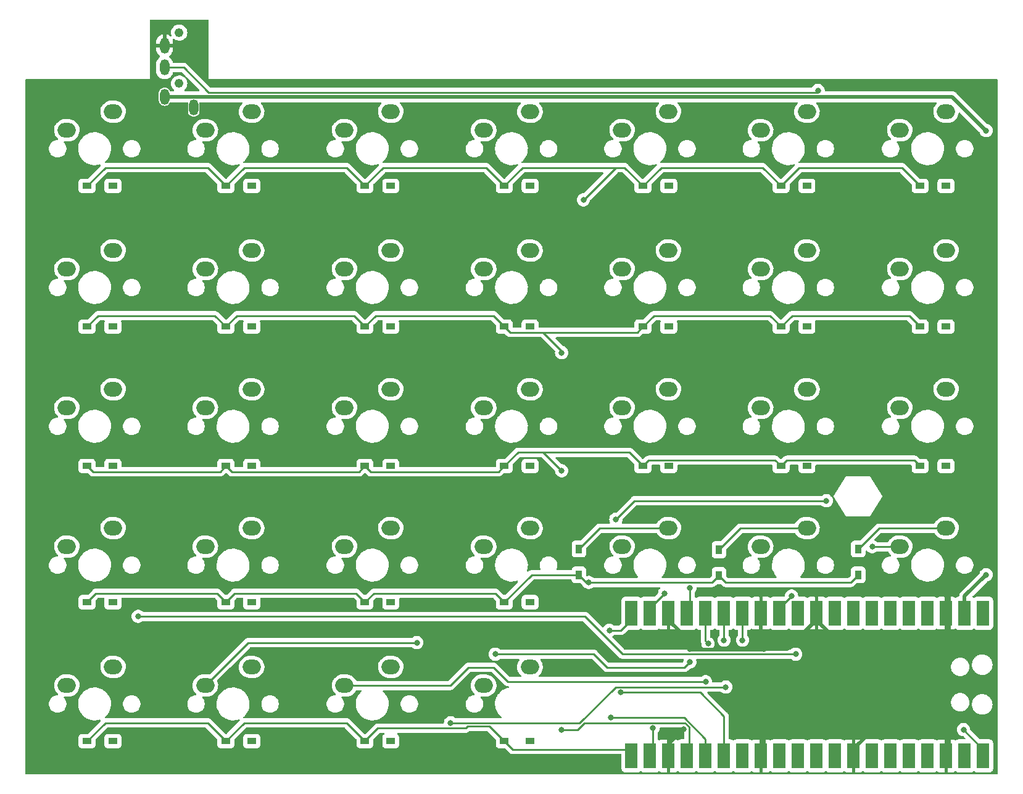
<source format=gbr>
%TF.GenerationSoftware,KiCad,Pcbnew,(7.0.0-0)*%
%TF.CreationDate,2023-03-19T23:49:49+09:00*%
%TF.ProjectId,11111_pcb,31313131-315f-4706-9362-2e6b69636164,rev?*%
%TF.SameCoordinates,Original*%
%TF.FileFunction,Copper,L2,Bot*%
%TF.FilePolarity,Positive*%
%FSLAX46Y46*%
G04 Gerber Fmt 4.6, Leading zero omitted, Abs format (unit mm)*
G04 Created by KiCad (PCBNEW (7.0.0-0)) date 2023-03-19 23:49:49*
%MOMM*%
%LPD*%
G01*
G04 APERTURE LIST*
%TA.AperFunction,ComponentPad*%
%ADD10O,2.500000X2.000000*%
%TD*%
%TA.AperFunction,SMDPad,CuDef*%
%ADD11R,1.300000X0.950000*%
%TD*%
%TA.AperFunction,SMDPad,CuDef*%
%ADD12R,0.950000X1.300000*%
%TD*%
%TA.AperFunction,WasherPad*%
%ADD13C,1.210000*%
%TD*%
%TA.AperFunction,ComponentPad*%
%ADD14O,1.300000X2.200000*%
%TD*%
%TA.AperFunction,SMDPad,CuDef*%
%ADD15R,1.700000X3.500000*%
%TD*%
%TA.AperFunction,ViaPad*%
%ADD16C,0.800000*%
%TD*%
%TA.AperFunction,Conductor*%
%ADD17C,0.250000*%
%TD*%
%TA.AperFunction,Conductor*%
%ADD18C,0.500000*%
%TD*%
G04 APERTURE END LIST*
D10*
%TO.P,SW54,1,1*%
%TO.N,Col11*%
X270105986Y-92671999D03*
%TO.P,SW54,2,2*%
%TO.N,Net-(D54-A)*%
X276455986Y-90131999D03*
%TD*%
%TO.P,SW13,1,1*%
%TO.N,Col12*%
X289105986Y-35521999D03*
%TO.P,SW13,2,2*%
%TO.N,Net-(D13-A)*%
X295455986Y-32981999D03*
%TD*%
D11*
%TO.P,D39,1,K*%
%TO.N,Row7*%
X253925986Y-81611999D03*
%TO.P,D39,2,A*%
%TO.N,Net-(D39-A)*%
X257475986Y-81611999D03*
%TD*%
%TO.P,D14,1,K*%
%TO.N,Row5*%
X310990986Y-43161999D03*
%TO.P,D14,2,A*%
%TO.N,Net-(D14-A)*%
X314540986Y-43161999D03*
%TD*%
D10*
%TO.P,SW8,1,1*%
%TO.N,Col7*%
X193905986Y-35521999D03*
%TO.P,SW8,2,2*%
%TO.N,Net-(D8-A)*%
X200255986Y-32981999D03*
%TD*%
D11*
%TO.P,D52,1,K*%
%TO.N,Row8*%
X234810986Y-100291999D03*
%TO.P,D52,2,A*%
%TO.N,Net-(D52-A)*%
X238360986Y-100291999D03*
%TD*%
%TO.P,D28,1,K*%
%TO.N,Row6*%
X310990986Y-62481999D03*
%TO.P,D28,2,A*%
%TO.N,Net-(D28-A)*%
X314540986Y-62481999D03*
%TD*%
%TO.P,D22,1,K*%
%TO.N,Row6*%
X196675986Y-62481999D03*
%TO.P,D22,2,A*%
%TO.N,Net-(D22-A)*%
X200225986Y-62481999D03*
%TD*%
%TO.P,D42,1,K*%
%TO.N,Row7*%
X310990986Y-81611999D03*
%TO.P,D42,2,A*%
%TO.N,Net-(D42-A)*%
X314540986Y-81611999D03*
%TD*%
%TO.P,D26,1,K*%
%TO.N,Row6*%
X272950986Y-62481999D03*
%TO.P,D26,2,A*%
%TO.N,Net-(D26-A)*%
X276500986Y-62481999D03*
%TD*%
%TO.P,D27,1,K*%
%TO.N,Row6*%
X291905986Y-62481999D03*
%TO.P,D27,2,A*%
%TO.N,Net-(D27-A)*%
X295455986Y-62481999D03*
%TD*%
D10*
%TO.P,SW61,1,1*%
%TO.N,Col7*%
X193905986Y-111721999D03*
%TO.P,SW61,2,2*%
%TO.N,Net-(D61-A)*%
X200255986Y-109181999D03*
%TD*%
%TO.P,SW26,1,1*%
%TO.N,Col11*%
X270105986Y-54571999D03*
%TO.P,SW26,2,2*%
%TO.N,Net-(D26-A)*%
X276455986Y-52031999D03*
%TD*%
%TO.P,SW22,1,1*%
%TO.N,Col7*%
X193905986Y-54571999D03*
%TO.P,SW22,2,2*%
%TO.N,Net-(D22-A)*%
X200255986Y-52031999D03*
%TD*%
D11*
%TO.P,D41,1,K*%
%TO.N,Row7*%
X291905986Y-81611999D03*
%TO.P,D41,2,A*%
%TO.N,Net-(D41-A)*%
X295455986Y-81611999D03*
%TD*%
%TO.P,D40,1,K*%
%TO.N,Row7*%
X272950986Y-81611999D03*
%TO.P,D40,2,A*%
%TO.N,Net-(D40-A)*%
X276500986Y-81611999D03*
%TD*%
D12*
%TO.P,D56,1,K*%
%TO.N,Row8*%
X302499999Y-96539999D03*
%TO.P,D56,2,A*%
%TO.N,Net-(D56-A)*%
X302499999Y-92989999D03*
%TD*%
D11*
%TO.P,D38,1,K*%
%TO.N,Row7*%
X234810986Y-81611999D03*
%TO.P,D38,2,A*%
%TO.N,Net-(D38-A)*%
X238360986Y-81611999D03*
%TD*%
D10*
%TO.P,SW62,1,1*%
%TO.N,Col8*%
X212905986Y-111721999D03*
%TO.P,SW62,2,2*%
%TO.N,Net-(D62-A)*%
X219255986Y-109181999D03*
%TD*%
%TO.P,SW23,1,1*%
%TO.N,Col8*%
X212905986Y-54571999D03*
%TO.P,SW23,2,2*%
%TO.N,Net-(D23-A)*%
X219255986Y-52031999D03*
%TD*%
D11*
%TO.P,D53,1,K*%
%TO.N,Row8*%
X253925986Y-100291999D03*
%TO.P,D53,2,A*%
%TO.N,Net-(D53-A)*%
X257475986Y-100291999D03*
%TD*%
%TO.P,D9,1,K*%
%TO.N,Row5*%
X215725986Y-43161999D03*
%TO.P,D9,2,A*%
%TO.N,Net-(D9-A)*%
X219275986Y-43161999D03*
%TD*%
D10*
%TO.P,SW12,1,1*%
%TO.N,Col11*%
X270105986Y-35521999D03*
%TO.P,SW12,2,2*%
%TO.N,Net-(D12-A)*%
X276455986Y-32981999D03*
%TD*%
%TO.P,SW40,1,1*%
%TO.N,Col11*%
X270105986Y-73621999D03*
%TO.P,SW40,2,2*%
%TO.N,Net-(D40-A)*%
X276455986Y-71081999D03*
%TD*%
D12*
%TO.P,D55,1,K*%
%TO.N,Row8*%
X283379999Y-96639999D03*
%TO.P,D55,2,A*%
%TO.N,Net-(D55-A)*%
X283379999Y-93089999D03*
%TD*%
D11*
%TO.P,D36,1,K*%
%TO.N,Row7*%
X196675986Y-81611999D03*
%TO.P,D36,2,A*%
%TO.N,Net-(D36-A)*%
X200225986Y-81611999D03*
%TD*%
%TO.P,D62,1,K*%
%TO.N,Row9*%
X215725986Y-119361999D03*
%TO.P,D62,2,A*%
%TO.N,Net-(D62-A)*%
X219275986Y-119361999D03*
%TD*%
%TO.P,D13,1,K*%
%TO.N,Row5*%
X291905986Y-43161999D03*
%TO.P,D13,2,A*%
%TO.N,Net-(D13-A)*%
X295455986Y-43161999D03*
%TD*%
D10*
%TO.P,SW53,1,1*%
%TO.N,Col10*%
X251105986Y-92671999D03*
%TO.P,SW53,2,2*%
%TO.N,Net-(D53-A)*%
X257455986Y-90131999D03*
%TD*%
D12*
%TO.P,D54,1,K*%
%TO.N,Row8*%
X264159999Y-96539999D03*
%TO.P,D54,2,A*%
%TO.N,Net-(D54-A)*%
X264159999Y-92989999D03*
%TD*%
D11*
%TO.P,D64,1,K*%
%TO.N,Row9*%
X253925986Y-119361999D03*
%TO.P,D64,2,A*%
%TO.N,Net-(D64-A)*%
X257475986Y-119361999D03*
%TD*%
D10*
%TO.P,SW28,1,1*%
%TO.N,Col13*%
X308205986Y-54571999D03*
%TO.P,SW28,2,2*%
%TO.N,Net-(D28-A)*%
X314555986Y-52031999D03*
%TD*%
%TO.P,SW51,1,1*%
%TO.N,Col8*%
X212905986Y-92671999D03*
%TO.P,SW51,2,2*%
%TO.N,Net-(D51-A)*%
X219255986Y-90131999D03*
%TD*%
D11*
%TO.P,D23,1,K*%
%TO.N,Row6*%
X215725986Y-62481999D03*
%TO.P,D23,2,A*%
%TO.N,Net-(D23-A)*%
X219275986Y-62481999D03*
%TD*%
D10*
%TO.P,SW37,1,1*%
%TO.N,Col8*%
X212905986Y-73621999D03*
%TO.P,SW37,2,2*%
%TO.N,Net-(D37-A)*%
X219255986Y-71081999D03*
%TD*%
%TO.P,SW56,1,1*%
%TO.N,Col13*%
X308205986Y-92671999D03*
%TO.P,SW56,2,2*%
%TO.N,Net-(D56-A)*%
X314555986Y-90131999D03*
%TD*%
D11*
%TO.P,D63,1,K*%
%TO.N,Row9*%
X234810986Y-119361999D03*
%TO.P,D63,2,A*%
%TO.N,Net-(D63-A)*%
X238360986Y-119361999D03*
%TD*%
D10*
%TO.P,SW9,1,1*%
%TO.N,Col8*%
X212905986Y-35521999D03*
%TO.P,SW9,2,2*%
%TO.N,Net-(D9-A)*%
X219255986Y-32981999D03*
%TD*%
%TO.P,SW27,1,1*%
%TO.N,Col12*%
X289105986Y-54571999D03*
%TO.P,SW27,2,2*%
%TO.N,Net-(D27-A)*%
X295455986Y-52031999D03*
%TD*%
%TO.P,SW14,1,1*%
%TO.N,Col13*%
X308205986Y-35521999D03*
%TO.P,SW14,2,2*%
%TO.N,Net-(D14-A)*%
X314555986Y-32981999D03*
%TD*%
%TO.P,SW50,1,1*%
%TO.N,Col7*%
X193905986Y-92671999D03*
%TO.P,SW50,2,2*%
%TO.N,Net-(D50-A)*%
X200255986Y-90131999D03*
%TD*%
%TO.P,SW38,1,1*%
%TO.N,Col9*%
X232005986Y-73621999D03*
%TO.P,SW38,2,2*%
%TO.N,Net-(D38-A)*%
X238355986Y-71081999D03*
%TD*%
%TO.P,SW11,1,1*%
%TO.N,Col10*%
X251105986Y-35521999D03*
%TO.P,SW11,2,2*%
%TO.N,Net-(D11-A)*%
X257455986Y-32981999D03*
%TD*%
D11*
%TO.P,D50,1,K*%
%TO.N,Row8*%
X196675986Y-100291999D03*
%TO.P,D50,2,A*%
%TO.N,Net-(D50-A)*%
X200225986Y-100291999D03*
%TD*%
D10*
%TO.P,SW52,1,1*%
%TO.N,Col9*%
X232005986Y-92671999D03*
%TO.P,SW52,2,2*%
%TO.N,Net-(D52-A)*%
X238355986Y-90131999D03*
%TD*%
D11*
%TO.P,D10,1,K*%
%TO.N,Row5*%
X234810986Y-43161999D03*
%TO.P,D10,2,A*%
%TO.N,Net-(D10-A)*%
X238360986Y-43161999D03*
%TD*%
D10*
%TO.P,SW39,1,1*%
%TO.N,Col10*%
X251105986Y-73621999D03*
%TO.P,SW39,2,2*%
%TO.N,Net-(D39-A)*%
X257455986Y-71081999D03*
%TD*%
D11*
%TO.P,D61,1,K*%
%TO.N,Row9*%
X196675986Y-119361999D03*
%TO.P,D61,2,A*%
%TO.N,Net-(D61-A)*%
X200225986Y-119361999D03*
%TD*%
D10*
%TO.P,SW55,1,1*%
%TO.N,Col12*%
X289105986Y-92671999D03*
%TO.P,SW55,2,2*%
%TO.N,Net-(D55-A)*%
X295455986Y-90131999D03*
%TD*%
%TO.P,SW24,1,1*%
%TO.N,Col9*%
X232005986Y-54571999D03*
%TO.P,SW24,2,2*%
%TO.N,Net-(D24-A)*%
X238355986Y-52031999D03*
%TD*%
D11*
%TO.P,D51,1,K*%
%TO.N,Row8*%
X215725986Y-100291999D03*
%TO.P,D51,2,A*%
%TO.N,Net-(D51-A)*%
X219275986Y-100291999D03*
%TD*%
D10*
%TO.P,SW25,1,1*%
%TO.N,Col10*%
X251105986Y-54571999D03*
%TO.P,SW25,2,2*%
%TO.N,Net-(D25-A)*%
X257455986Y-52031999D03*
%TD*%
D13*
%TO.P,J2,*%
%TO.N,*%
X209320000Y-22120000D03*
X209320000Y-29120000D03*
D14*
%TO.P,J2,A*%
%TO.N,unconnected-(J2-PadA)*%
X211319999Y-32419999D03*
%TO.P,J2,B*%
%TO.N,GNDA*%
X207319999Y-23919999D03*
%TO.P,J2,C*%
%TO.N,DataRight*%
X207319999Y-26919999D03*
%TO.P,J2,D*%
%TO.N,VDD*%
X207319999Y-30919999D03*
%TD*%
D11*
%TO.P,D24,1,K*%
%TO.N,Row6*%
X234810986Y-62481999D03*
%TO.P,D24,2,A*%
%TO.N,Net-(D24-A)*%
X238360986Y-62481999D03*
%TD*%
%TO.P,D25,1,K*%
%TO.N,Row6*%
X253925986Y-62481999D03*
%TO.P,D25,2,A*%
%TO.N,Net-(D25-A)*%
X257475986Y-62481999D03*
%TD*%
D10*
%TO.P,SW10,1,1*%
%TO.N,Col9*%
X232005986Y-35521999D03*
%TO.P,SW10,2,2*%
%TO.N,Net-(D10-A)*%
X238355986Y-32981999D03*
%TD*%
D11*
%TO.P,D8,1,K*%
%TO.N,Row5*%
X196675986Y-43161999D03*
%TO.P,D8,2,A*%
%TO.N,Net-(D8-A)*%
X200225986Y-43161999D03*
%TD*%
D10*
%TO.P,SW64,1,1*%
%TO.N,Col10*%
X251105986Y-111721999D03*
%TO.P,SW64,2,2*%
%TO.N,Net-(D64-A)*%
X257455986Y-109181999D03*
%TD*%
D11*
%TO.P,D37,1,K*%
%TO.N,Row7*%
X215725986Y-81611999D03*
%TO.P,D37,2,A*%
%TO.N,Net-(D37-A)*%
X219275986Y-81611999D03*
%TD*%
%TO.P,D12,1,K*%
%TO.N,Row5*%
X272950986Y-43161999D03*
%TO.P,D12,2,A*%
%TO.N,Net-(D12-A)*%
X276500986Y-43161999D03*
%TD*%
D10*
%TO.P,SW41,1,1*%
%TO.N,Col12*%
X289105986Y-73621999D03*
%TO.P,SW41,2,2*%
%TO.N,Net-(D41-A)*%
X295455986Y-71081999D03*
%TD*%
%TO.P,SW42,1,1*%
%TO.N,Col13*%
X308205986Y-73621999D03*
%TO.P,SW42,2,2*%
%TO.N,Net-(D42-A)*%
X314555986Y-71081999D03*
%TD*%
D11*
%TO.P,D11,1,K*%
%TO.N,Row5*%
X253925986Y-43161999D03*
%TO.P,D11,2,A*%
%TO.N,Net-(D11-A)*%
X257475986Y-43161999D03*
%TD*%
D10*
%TO.P,SW36,1,1*%
%TO.N,Col7*%
X193905986Y-73621999D03*
%TO.P,SW36,2,2*%
%TO.N,Net-(D36-A)*%
X200255986Y-71081999D03*
%TD*%
%TO.P,SW63,1,1*%
%TO.N,Col9*%
X232005986Y-111721999D03*
%TO.P,SW63,2,2*%
%TO.N,Net-(D63-A)*%
X238355986Y-109181999D03*
%TD*%
D15*
%TO.P,U2,1,GPIO0*%
%TO.N,DataRight*%
X319645986Y-121384999D03*
%TO.P,U2,2,GPIO1*%
%TO.N,unconnected-(U2-GPIO1-Pad2)*%
X317105986Y-121384999D03*
%TO.P,U2,3,GND*%
%TO.N,GNDA*%
X314565986Y-121384999D03*
%TO.P,U2,4,GPIO2*%
%TO.N,unconnected-(U2-GPIO2-Pad4)*%
X312025986Y-121384999D03*
%TO.P,U2,5,GPIO3*%
%TO.N,unconnected-(U2-GPIO3-Pad5)*%
X309485986Y-121384999D03*
%TO.P,U2,6,GPIO4*%
%TO.N,unconnected-(U2-GPIO4-Pad6)*%
X306945986Y-121384999D03*
%TO.P,U2,7,GPIO5*%
%TO.N,unconnected-(U2-GPIO5-Pad7)*%
X304405986Y-121384999D03*
%TO.P,U2,8,GND*%
%TO.N,GNDA*%
X301865986Y-121384999D03*
%TO.P,U2,9,GPIO6*%
%TO.N,unconnected-(U2-GPIO6-Pad9)*%
X299325986Y-121384999D03*
%TO.P,U2,10,GPIO7*%
%TO.N,unconnected-(U2-GPIO7-Pad10)*%
X296785986Y-121384999D03*
%TO.P,U2,11,GPIO8*%
%TO.N,unconnected-(U2-GPIO8-Pad11)*%
X294245986Y-121384999D03*
%TO.P,U2,12,GPIO9*%
%TO.N,unconnected-(U2-GPIO9-Pad12)*%
X291705986Y-121384999D03*
%TO.P,U2,13,GND*%
%TO.N,GNDA*%
X289165986Y-121384999D03*
%TO.P,U2,14,GPIO10*%
%TO.N,unconnected-(U2-GPIO10-Pad14)*%
X286625986Y-121384999D03*
%TO.P,U2,15,GPIO11*%
%TO.N,Row5*%
X284085986Y-121384999D03*
%TO.P,U2,16,GPIO12*%
%TO.N,Row6*%
X281545986Y-121384999D03*
%TO.P,U2,17,GPIO13*%
%TO.N,Row7*%
X279005986Y-121384999D03*
%TO.P,U2,18,GND*%
%TO.N,GNDA*%
X276465986Y-121384999D03*
%TO.P,U2,19,GPIO14*%
%TO.N,Row8*%
X273925986Y-121384999D03*
%TO.P,U2,20,GPIO15*%
%TO.N,Row9*%
X271385986Y-121384999D03*
%TO.P,U2,21,GPIO16*%
%TO.N,Col13*%
X271385986Y-101804999D03*
%TO.P,U2,22,GPIO17*%
%TO.N,Col12*%
X273925986Y-101804999D03*
%TO.P,U2,23,GND*%
%TO.N,GNDA*%
X276465986Y-101804999D03*
%TO.P,U2,24,GPIO18*%
%TO.N,Col11*%
X279005986Y-101804999D03*
%TO.P,U2,25,GPIO19*%
%TO.N,Col10*%
X281545986Y-101804999D03*
%TO.P,U2,26,GPIO20*%
%TO.N,Col9*%
X284085986Y-101804999D03*
%TO.P,U2,27,GPIO21*%
%TO.N,Col8*%
X286625986Y-101804999D03*
%TO.P,U2,28,GND*%
%TO.N,GNDA*%
X289165986Y-101804999D03*
%TO.P,U2,29,GPIO22*%
%TO.N,Col7*%
X291705986Y-101804999D03*
%TO.P,U2,30,RUN*%
%TO.N,unconnected-(U2-RUN-Pad30)*%
X294245986Y-101804999D03*
%TO.P,U2,31,GPIO26_ADC0*%
%TO.N,GNDA*%
X296785986Y-101804999D03*
%TO.P,U2,32,GPIO27_ADC1*%
%TO.N,unconnected-(U2-GPIO27_ADC1-Pad32)*%
X299325986Y-101804999D03*
%TO.P,U2,33,AGND*%
%TO.N,unconnected-(U2-AGND-Pad33)*%
X301865986Y-101804999D03*
%TO.P,U2,34,GPIO28_ADC2*%
%TO.N,unconnected-(U2-GPIO28_ADC2-Pad34)*%
X304405986Y-101804999D03*
%TO.P,U2,35,ADC_VREF*%
%TO.N,unconnected-(U2-ADC_VREF-Pad35)*%
X306945986Y-101804999D03*
%TO.P,U2,36,3V3*%
%TO.N,unconnected-(U2-3V3-Pad36)*%
X309485986Y-101804999D03*
%TO.P,U2,37,3V3_EN*%
%TO.N,unconnected-(U2-3V3_EN-Pad37)*%
X312025986Y-101804999D03*
%TO.P,U2,38,GND*%
%TO.N,GNDA*%
X314565986Y-101804999D03*
%TO.P,U2,39,VSYS*%
%TO.N,VDD*%
X317105986Y-101804999D03*
%TO.P,U2,40,VBUS*%
%TO.N,unconnected-(U2-VBUS-Pad40)*%
X319645986Y-101804999D03*
%TD*%
D16*
%TO.N,Row5*%
X269918810Y-112666500D03*
X264790987Y-45089013D03*
%TO.N,Net-(D8-A)*%
X200225987Y-43162000D03*
%TO.N,Net-(D9-A)*%
X219275987Y-43162000D03*
%TO.N,Net-(D10-A)*%
X238360987Y-43162000D03*
%TO.N,Net-(D11-A)*%
X257475987Y-43162000D03*
%TO.N,Net-(D12-A)*%
X276500987Y-43162000D03*
%TO.N,Net-(D13-A)*%
X295455987Y-43162000D03*
%TO.N,Net-(D14-A)*%
X314540987Y-43162000D03*
%TO.N,Row6*%
X268515500Y-116135500D03*
X261800987Y-66062000D03*
%TO.N,Net-(D22-A)*%
X200225987Y-62482000D03*
%TO.N,Net-(D23-A)*%
X219275987Y-62482000D03*
%TO.N,Net-(D24-A)*%
X238360987Y-62482000D03*
%TO.N,Net-(D25-A)*%
X257475987Y-62482000D03*
%TO.N,Net-(D26-A)*%
X276500987Y-62482000D03*
%TO.N,Net-(D27-A)*%
X295455987Y-62482000D03*
%TO.N,Net-(D28-A)*%
X314540987Y-62482000D03*
%TO.N,Row7*%
X261800987Y-117822000D03*
X261800987Y-82262000D03*
%TO.N,Net-(D36-A)*%
X200225987Y-81612000D03*
%TO.N,Net-(D37-A)*%
X219275987Y-81612000D03*
%TO.N,Net-(D38-A)*%
X238360987Y-81612000D03*
%TO.N,Net-(D39-A)*%
X257475987Y-81612000D03*
%TO.N,Net-(D40-A)*%
X276500987Y-81612000D03*
%TO.N,Net-(D41-A)*%
X295455987Y-81612000D03*
%TO.N,Net-(D42-A)*%
X314540987Y-81612000D03*
%TO.N,Row8*%
X274320000Y-117584500D03*
X265515487Y-97587000D03*
%TO.N,Net-(D50-A)*%
X200225987Y-100292000D03*
%TO.N,Net-(D51-A)*%
X219275987Y-100292000D03*
%TO.N,Net-(D52-A)*%
X238360987Y-100292000D03*
%TO.N,Net-(D53-A)*%
X257475987Y-100292000D03*
%TO.N,Net-(D61-A)*%
X200225987Y-119362000D03*
%TO.N,Net-(D62-A)*%
X219275987Y-119362000D03*
%TO.N,DataRight*%
X316944407Y-117783420D03*
X296979410Y-30070500D03*
%TO.N,VDD*%
X320040000Y-35580000D03*
X320040000Y-96540000D03*
%TO.N,Col7*%
X293345489Y-99455498D03*
X293915000Y-107425000D03*
X203685987Y-102242000D03*
%TO.N,Col8*%
X286625987Y-105507000D03*
X246560987Y-116860000D03*
X241930987Y-105846500D03*
X284318000Y-111942000D03*
%TO.N,Col9*%
X281555987Y-111217000D03*
X284085987Y-105507000D03*
%TO.N,Col10*%
X279400000Y-108494987D03*
X252680987Y-107427000D03*
X281897487Y-105997500D03*
%TO.N,Col11*%
X279400000Y-98311500D03*
%TO.N,Col12*%
X275938987Y-99082000D03*
%TO.N,Col13*%
X269240000Y-88920000D03*
X298119470Y-86380000D03*
X268340987Y-104162000D03*
X304411470Y-92672000D03*
%TO.N,GNDA*%
X289560000Y-116860000D03*
X314960000Y-116860000D03*
X278550000Y-117710000D03*
X314960000Y-95297377D03*
X279400000Y-106700000D03*
X289560000Y-106700000D03*
X314960000Y-106700000D03*
X210092000Y-47552000D03*
X319190000Y-49970000D03*
%TO.N,Net-(D63-A)*%
X238360987Y-119362000D03*
%TO.N,Net-(D64-A)*%
X257475987Y-119362000D03*
%TD*%
D17*
%TO.N,Row9*%
X213223987Y-116860000D02*
X199177987Y-116860000D01*
X248920000Y-117312000D02*
X248645000Y-117587000D01*
X255048987Y-120485000D02*
X253925987Y-119362000D01*
X232308987Y-116860000D02*
X218227987Y-116860000D01*
X234810987Y-119362000D02*
X232308987Y-116860000D01*
X236585987Y-117587000D02*
X234810987Y-119362000D01*
X251875987Y-117312000D02*
X248920000Y-117312000D01*
X218227987Y-116860000D02*
X215725987Y-119362000D01*
X199177987Y-116860000D02*
X196675987Y-119362000D01*
X271385987Y-120485000D02*
X255048987Y-120485000D01*
X248645000Y-117587000D02*
X236585987Y-117587000D01*
X253925987Y-119362000D02*
X251875987Y-117312000D01*
X215725987Y-119362000D02*
X213223987Y-116860000D01*
%TO.N,Net-(D54-A)*%
X267018000Y-90132000D02*
X264160000Y-92990000D01*
%TO.N,Net-(D55-A)*%
X286338000Y-90132000D02*
X283380000Y-93090000D01*
%TO.N,Row8*%
X257677987Y-96540000D02*
X253925987Y-100292000D01*
X215725987Y-100292000D02*
X216935987Y-99082000D01*
%TO.N,Row7*%
X214925987Y-82412000D02*
X197475987Y-82412000D01*
X272950987Y-81612000D02*
X271060987Y-79722000D01*
X279275000Y-120215987D02*
X279275000Y-117409695D01*
X261800987Y-82262000D02*
X259260987Y-79722000D01*
X264914063Y-116860000D02*
X263952063Y-117822000D01*
X253125987Y-82412000D02*
X235610987Y-82412000D01*
X216525987Y-82412000D02*
X215725987Y-81612000D01*
%TO.N,Net-(D55-A)*%
X295455987Y-90132000D02*
X286338000Y-90132000D01*
%TO.N,Row8*%
X234810987Y-100292000D02*
X236020987Y-99082000D01*
%TO.N,Net-(D56-A)*%
X314555987Y-90132000D02*
X305358000Y-90132000D01*
%TO.N,Row8*%
X264160000Y-96540000D02*
X257677987Y-96540000D01*
X216935987Y-99082000D02*
X233600987Y-99082000D01*
X233600987Y-99082000D02*
X234810987Y-100292000D01*
X252715987Y-99082000D02*
X253925987Y-100292000D01*
X284327000Y-97587000D02*
X283380000Y-96640000D01*
X273925987Y-120485000D02*
X274320000Y-120090987D01*
X214515987Y-99082000D02*
X215725987Y-100292000D01*
X265207000Y-97587000D02*
X264160000Y-96540000D01*
%TO.N,Net-(D56-A)*%
X305358000Y-90132000D02*
X302500000Y-92990000D01*
%TO.N,Row8*%
X236020987Y-99082000D02*
X252715987Y-99082000D01*
%TO.N,Net-(D54-A)*%
X276455987Y-90132000D02*
X267018000Y-90132000D01*
%TO.N,Row8*%
X302500000Y-96540000D02*
X301453000Y-97587000D01*
X196675987Y-100292000D02*
X197885987Y-99082000D01*
X274320000Y-120090987D02*
X274320000Y-117584500D01*
X301453000Y-97587000D02*
X284327000Y-97587000D01*
X282433000Y-97587000D02*
X265207000Y-97587000D01*
X197885987Y-99082000D02*
X214515987Y-99082000D01*
X283380000Y-96640000D02*
X282433000Y-97587000D01*
%TO.N,DataRight*%
X296979410Y-30070500D02*
X296704910Y-30345000D01*
X316944407Y-117783420D02*
X319645987Y-120485000D01*
X213360000Y-30345000D02*
X209935000Y-26920000D01*
X209935000Y-26920000D02*
X207320000Y-26920000D01*
X296704910Y-30345000D02*
X213360000Y-30345000D01*
D18*
%TO.N,VDD*%
X317105987Y-99474013D02*
X320040000Y-96540000D01*
X320040000Y-35580000D02*
X315380000Y-30920000D01*
X317105987Y-102705000D02*
X317105987Y-99474013D01*
X315380000Y-30920000D02*
X207320000Y-30920000D01*
D17*
%TO.N,Row6*%
X252423987Y-60980000D02*
X253925987Y-62482000D01*
X254725987Y-63282000D02*
X259260987Y-63282000D01*
X196675987Y-62482000D02*
X198177987Y-60980000D01*
X274452987Y-60980000D02*
X290403987Y-60980000D01*
X259260987Y-63282000D02*
X272150987Y-63282000D01*
X253925987Y-62482000D02*
X254725987Y-63282000D01*
X310990987Y-62482000D02*
X309488987Y-60980000D01*
X272950987Y-62482000D02*
X274452987Y-60980000D01*
X233308987Y-60980000D02*
X234810987Y-62482000D01*
X278637201Y-116135500D02*
X281545987Y-119044286D01*
X215725987Y-62482000D02*
X217227987Y-60980000D01*
X290403987Y-60980000D02*
X291905987Y-62482000D01*
X272150987Y-63282000D02*
X272950987Y-62482000D01*
X281545987Y-119044286D02*
X281545987Y-120485000D01*
X198177987Y-60980000D02*
X214223987Y-60980000D01*
X234810987Y-62482000D02*
X236312987Y-60980000D01*
X261800987Y-66062000D02*
X261800987Y-65822000D01*
X214223987Y-60980000D02*
X215725987Y-62482000D01*
X268515500Y-116135500D02*
X278637201Y-116135500D01*
X236312987Y-60980000D02*
X252423987Y-60980000D01*
X293407987Y-60980000D02*
X291905987Y-62482000D01*
X309488987Y-60980000D02*
X293407987Y-60980000D01*
%TO.N,Row7*%
X291105987Y-80812000D02*
X273750987Y-80812000D01*
%TO.N,Row6*%
X217227987Y-60980000D02*
X233308987Y-60980000D01*
X261800987Y-65822000D02*
X259260987Y-63282000D01*
%TO.N,Row7*%
X255815987Y-79722000D02*
X253925987Y-81612000D01*
X292705987Y-80812000D02*
X291905987Y-81612000D01*
X235610987Y-82412000D02*
X234810987Y-81612000D01*
X273750987Y-80812000D02*
X272950987Y-81612000D01*
X278725305Y-116860000D02*
X264914063Y-116860000D01*
X197475987Y-82412000D02*
X196675987Y-81612000D01*
X234010987Y-82412000D02*
X216525987Y-82412000D01*
X263952063Y-117822000D02*
X261800987Y-117822000D01*
X279005987Y-120485000D02*
X279275000Y-120215987D01*
X279275000Y-117409695D02*
X278725305Y-116860000D01*
X291905987Y-81612000D02*
X291105987Y-80812000D01*
X234810987Y-81612000D02*
X234010987Y-82412000D01*
X310190987Y-80812000D02*
X292705987Y-80812000D01*
X215725987Y-81612000D02*
X214925987Y-82412000D01*
X253925987Y-81612000D02*
X253125987Y-82412000D01*
X271060987Y-79722000D02*
X255815987Y-79722000D01*
X310990987Y-81612000D02*
X310190987Y-80812000D01*
D18*
%TO.N,GNDA*%
X289165987Y-106305987D02*
X289560000Y-106700000D01*
X279547000Y-106847000D02*
X289413000Y-106847000D01*
X316772000Y-47552000D02*
X210092000Y-47552000D01*
X279400000Y-106700000D02*
X279400000Y-105639013D01*
X300780987Y-106700000D02*
X296785987Y-102705000D01*
X292790987Y-106700000D02*
X296785987Y-102705000D01*
X314960000Y-95297377D02*
X314960000Y-102310987D01*
X301865987Y-120485000D02*
X301865987Y-120425000D01*
X314960000Y-102310987D02*
X314565987Y-102705000D01*
X314960000Y-102310987D02*
X314960000Y-106700000D01*
X279400000Y-105639013D02*
X276465987Y-102705000D01*
X289560000Y-120090987D02*
X289165987Y-120485000D01*
D17*
X314555987Y-100277000D02*
X314540987Y-100292000D01*
D18*
X289165987Y-102705000D02*
X289165987Y-106305987D01*
X278550000Y-117710000D02*
X276465987Y-119794013D01*
X314960000Y-120090987D02*
X314565987Y-120485000D01*
X289560000Y-106700000D02*
X292790987Y-106700000D01*
X314960000Y-106700000D02*
X300780987Y-106700000D01*
X279400000Y-106700000D02*
X279547000Y-106847000D01*
X289413000Y-106847000D02*
X289560000Y-106700000D01*
X319190000Y-49970000D02*
X316772000Y-47552000D01*
X301865987Y-120425000D02*
X305430987Y-116860000D01*
X276465987Y-119794013D02*
X276465987Y-120485000D01*
X289560000Y-116860000D02*
X314960000Y-116860000D01*
X289560000Y-116860000D02*
X289560000Y-120090987D01*
D17*
%TO.N,Col12*%
X275938987Y-99082000D02*
X273925987Y-101095000D01*
X273925987Y-101095000D02*
X273925987Y-102705000D01*
%TO.N,Col13*%
X298119470Y-86380000D02*
X271780000Y-86380000D01*
X271780000Y-86380000D02*
X269240000Y-88920000D01*
X308205987Y-92672000D02*
X304411470Y-92672000D01*
X268340987Y-104162000D02*
X269928987Y-104162000D01*
D18*
%TO.N,GNDA*%
X314960000Y-116860000D02*
X314960000Y-120090987D01*
D17*
%TO.N,Col13*%
X269928987Y-104162000D02*
X271385987Y-102705000D01*
%TO.N,Col7*%
X293345489Y-99455498D02*
X291705987Y-101095000D01*
X270143987Y-107425000D02*
X293915000Y-107425000D01*
%TO.N,Col8*%
X241930987Y-105846500D02*
X218781487Y-105846500D01*
%TO.N,Col7*%
X264960987Y-102242000D02*
X270143987Y-107425000D01*
%TO.N,Col9*%
X284085987Y-102705000D02*
X284085987Y-105507000D01*
X254396571Y-111173167D02*
X252465404Y-109242000D01*
%TO.N,Col10*%
X281545987Y-105646000D02*
X281897487Y-105997500D01*
X266195987Y-107427000D02*
X252680987Y-107427000D01*
%TO.N,Col8*%
X284318000Y-111942000D02*
X269195667Y-111942000D01*
%TO.N,Col11*%
X279400000Y-102310987D02*
X279400000Y-98311500D01*
%TO.N,Col9*%
X281512154Y-111173167D02*
X254396571Y-111173167D01*
%TO.N,Col8*%
X218781487Y-105846500D02*
X212905987Y-111722000D01*
%TO.N,Col11*%
X279005987Y-102705000D02*
X279400000Y-102310987D01*
%TO.N,Col10*%
X278652987Y-109242000D02*
X268010987Y-109242000D01*
%TO.N,Col8*%
X286625987Y-102705000D02*
X286625987Y-105507000D01*
X269195667Y-111942000D02*
X264275667Y-116862000D01*
%TO.N,Col7*%
X291705987Y-101095000D02*
X291705987Y-102705000D01*
%TO.N,Col10*%
X281545987Y-102705000D02*
X281545987Y-105646000D01*
X268010987Y-109242000D02*
X266195987Y-107427000D01*
X279400000Y-108494987D02*
X278652987Y-109242000D01*
%TO.N,Col8*%
X264275667Y-116862000D02*
X246562987Y-116862000D01*
%TO.N,Col9*%
X252465404Y-109242000D02*
X249011570Y-109242000D01*
%TO.N,Col7*%
X203685987Y-102242000D02*
X264960987Y-102242000D01*
%TO.N,Col9*%
X281555987Y-111217000D02*
X281512154Y-111173167D01*
X246531570Y-111722000D02*
X232005987Y-111722000D01*
X249011570Y-109242000D02*
X246531570Y-111722000D01*
%TO.N,Col8*%
X246562987Y-116862000D02*
X246560987Y-116860000D01*
%TO.N,Row5*%
X264810987Y-45089013D02*
X269240000Y-40660000D01*
X253925987Y-43162000D02*
X251423987Y-40660000D01*
X308488987Y-40660000D02*
X294407987Y-40660000D01*
X218227987Y-40660000D02*
X215725987Y-43162000D01*
X275452987Y-40660000D02*
X272950987Y-43162000D01*
X310990987Y-43162000D02*
X308488987Y-40660000D01*
X289403987Y-40660000D02*
X275452987Y-40660000D01*
X284085987Y-115935493D02*
X280816994Y-112666500D01*
X215725987Y-43162000D02*
X213223987Y-40660000D01*
X256427987Y-40660000D02*
X253925987Y-43162000D01*
X284085987Y-120485000D02*
X284085987Y-115935493D01*
X291905987Y-43162000D02*
X289403987Y-40660000D01*
X251423987Y-40660000D02*
X237312987Y-40660000D01*
X280816994Y-112666500D02*
X269918810Y-112666500D01*
X264790987Y-45089013D02*
X264810987Y-45089013D01*
X237312987Y-40660000D02*
X234810987Y-43162000D01*
X234810987Y-43162000D02*
X232308987Y-40660000D01*
X232308987Y-40660000D02*
X218227987Y-40660000D01*
X269240000Y-40660000D02*
X270448987Y-40660000D01*
X294407987Y-40660000D02*
X291905987Y-43162000D01*
X199177987Y-40660000D02*
X196675987Y-43162000D01*
X213223987Y-40660000D02*
X199177987Y-40660000D01*
X272950987Y-43162000D02*
X270448987Y-40660000D01*
X270448987Y-40660000D02*
X256427987Y-40660000D01*
%TD*%
%TA.AperFunction,Conductor*%
%TO.N,GNDA*%
G36*
X276653987Y-101571613D02*
G01*
X276699374Y-101617000D01*
X276715987Y-101679000D01*
X276715987Y-104038674D01*
X276719437Y-104051549D01*
X276732313Y-104055000D01*
X277360505Y-104055000D01*
X277367101Y-104054646D01*
X277415654Y-104049426D01*
X277430628Y-104045888D01*
X277549764Y-104001452D01*
X277565177Y-103993037D01*
X277654583Y-103926107D01*
X277702536Y-103904207D01*
X277755253Y-103904207D01*
X277803205Y-103926105D01*
X277909783Y-104005889D01*
X278046786Y-104056989D01*
X278107349Y-104063500D01*
X279901315Y-104063500D01*
X279904625Y-104063500D01*
X279965188Y-104056989D01*
X280102191Y-104005889D01*
X280201676Y-103931414D01*
X280249629Y-103909516D01*
X280302345Y-103909516D01*
X280350297Y-103931414D01*
X280449783Y-104005889D01*
X280586786Y-104056989D01*
X280647349Y-104063500D01*
X280788487Y-104063500D01*
X280850487Y-104080113D01*
X280895874Y-104125500D01*
X280912487Y-104187500D01*
X280912487Y-105567154D01*
X280911955Y-105578437D01*
X280910285Y-105585909D01*
X280910530Y-105593705D01*
X280910530Y-105593707D01*
X280912426Y-105654017D01*
X280912487Y-105657913D01*
X280912487Y-105685856D01*
X280912975Y-105689721D01*
X280912976Y-105689732D01*
X280913006Y-105689970D01*
X280913921Y-105701596D01*
X280915068Y-105738096D01*
X280915069Y-105738103D01*
X280915314Y-105745889D01*
X280917487Y-105753370D01*
X280917489Y-105753380D01*
X280921009Y-105765495D01*
X280924954Y-105784542D01*
X280927513Y-105804797D01*
X280930382Y-105812045D01*
X280930385Y-105812054D01*
X280943825Y-105846001D01*
X280947608Y-105857048D01*
X280959969Y-105899593D01*
X280968222Y-105913548D01*
X280982642Y-105950248D01*
X280984530Y-105984539D01*
X280984662Y-105984539D01*
X280984662Y-105986935D01*
X280984810Y-105989623D01*
X280984662Y-105991032D01*
X280984662Y-105991039D01*
X280983983Y-105997500D01*
X280984662Y-106003960D01*
X281003265Y-106180967D01*
X281003266Y-106180975D01*
X281003945Y-106187428D01*
X281005950Y-106193600D01*
X281005952Y-106193607D01*
X281040769Y-106300760D01*
X281062960Y-106369056D01*
X281066207Y-106374680D01*
X281066208Y-106374682D01*
X281149241Y-106518500D01*
X281158447Y-106534444D01*
X281162791Y-106539269D01*
X281162793Y-106539271D01*
X281203543Y-106584528D01*
X281230825Y-106634154D01*
X281233197Y-106690735D01*
X281210163Y-106742470D01*
X281166528Y-106778568D01*
X281111393Y-106791500D01*
X270457753Y-106791500D01*
X270410300Y-106782061D01*
X270370072Y-106755181D01*
X268765867Y-105150976D01*
X268736128Y-105103153D01*
X268730609Y-105047109D01*
X268750447Y-104994403D01*
X268791550Y-104955907D01*
X268791803Y-104955760D01*
X268797739Y-104953118D01*
X268952240Y-104840866D01*
X268956587Y-104836037D01*
X268961416Y-104831690D01*
X268961965Y-104832299D01*
X268997861Y-104806220D01*
X269048296Y-104795500D01*
X269850141Y-104795500D01*
X269861424Y-104796031D01*
X269868896Y-104797702D01*
X269937004Y-104795560D01*
X269940900Y-104795500D01*
X269964945Y-104795500D01*
X269968843Y-104795500D01*
X269972711Y-104795011D01*
X269972934Y-104794983D01*
X269984595Y-104794064D01*
X270028876Y-104792673D01*
X270048477Y-104786977D01*
X270067528Y-104783032D01*
X270087784Y-104780474D01*
X270119009Y-104768110D01*
X270128980Y-104764163D01*
X270140030Y-104760379D01*
X270182580Y-104748018D01*
X270200152Y-104737625D01*
X270217619Y-104729068D01*
X270236604Y-104721552D01*
X270272462Y-104695498D01*
X270282210Y-104689096D01*
X270320349Y-104666542D01*
X270334780Y-104652110D01*
X270349575Y-104639472D01*
X270366094Y-104627472D01*
X270394347Y-104593318D01*
X270402190Y-104584699D01*
X270887071Y-104099819D01*
X270927300Y-104072939D01*
X270974753Y-104063500D01*
X272281315Y-104063500D01*
X272284625Y-104063500D01*
X272345188Y-104056989D01*
X272482191Y-104005889D01*
X272581676Y-103931414D01*
X272629629Y-103909516D01*
X272682345Y-103909516D01*
X272730297Y-103931414D01*
X272829783Y-104005889D01*
X272966786Y-104056989D01*
X273027349Y-104063500D01*
X274821315Y-104063500D01*
X274824625Y-104063500D01*
X274885188Y-104056989D01*
X275022191Y-104005889D01*
X275128770Y-103926104D01*
X275176720Y-103904207D01*
X275229436Y-103904207D01*
X275277389Y-103926107D01*
X275366792Y-103993035D01*
X275382209Y-104001452D01*
X275501345Y-104045888D01*
X275516319Y-104049426D01*
X275564872Y-104054646D01*
X275571469Y-104055000D01*
X276199661Y-104055000D01*
X276212536Y-104051549D01*
X276215987Y-104038674D01*
X276215987Y-101679000D01*
X276232600Y-101617000D01*
X276277987Y-101571613D01*
X276339987Y-101555000D01*
X276591987Y-101555000D01*
X276653987Y-101571613D01*
G37*
%TD.AperFunction*%
%TA.AperFunction,Conductor*%
G36*
X213297500Y-20358613D02*
G01*
X213342887Y-20404000D01*
X213359500Y-20466000D01*
X213359500Y-28499901D01*
X213359459Y-28500000D01*
X213359500Y-28500099D01*
X213359617Y-28500383D01*
X213360000Y-28500541D01*
X213360099Y-28500500D01*
X321515500Y-28500500D01*
X321577500Y-28517113D01*
X321622887Y-28562500D01*
X321639500Y-28624500D01*
X321639500Y-123775500D01*
X321622887Y-123837500D01*
X321577500Y-123882887D01*
X321515500Y-123899500D01*
X188324500Y-123899500D01*
X188262500Y-123882887D01*
X188217113Y-123837500D01*
X188200500Y-123775500D01*
X188200500Y-114373243D01*
X191435487Y-114373243D01*
X191436538Y-114378869D01*
X191436539Y-114378872D01*
X191474407Y-114581444D01*
X191476369Y-114591940D01*
X191478439Y-114597285D01*
X191478440Y-114597286D01*
X191548800Y-114778907D01*
X191556740Y-114799401D01*
X191563778Y-114810768D01*
X191670515Y-114983156D01*
X191673863Y-114988562D01*
X191677723Y-114992796D01*
X191819884Y-115148740D01*
X191819888Y-115148744D01*
X191823751Y-115152981D01*
X191828324Y-115156434D01*
X191828328Y-115156438D01*
X191996725Y-115283605D01*
X192001298Y-115287058D01*
X192200459Y-115386229D01*
X192414451Y-115447115D01*
X192580484Y-115462500D01*
X192688618Y-115462500D01*
X192691490Y-115462500D01*
X192857523Y-115447115D01*
X193071515Y-115386229D01*
X193270676Y-115287058D01*
X193448223Y-115152981D01*
X193598111Y-114988562D01*
X193715234Y-114799401D01*
X193795605Y-114591940D01*
X193836487Y-114373243D01*
X193836487Y-114337369D01*
X195461710Y-114337369D01*
X195462124Y-114341490D01*
X195462125Y-114341501D01*
X195491453Y-114633034D01*
X195491454Y-114633044D01*
X195491869Y-114637162D01*
X195492829Y-114641193D01*
X195492830Y-114641195D01*
X195560090Y-114923432D01*
X195561718Y-114930261D01*
X195563207Y-114934128D01*
X195563208Y-114934130D01*
X195577628Y-114971571D01*
X195670010Y-115211434D01*
X195671994Y-115215055D01*
X195672000Y-115215067D01*
X195749254Y-115356037D01*
X195814812Y-115475665D01*
X195817268Y-115478998D01*
X195817271Y-115479003D01*
X195972283Y-115689387D01*
X195993541Y-115718238D01*
X196203007Y-115934824D01*
X196322724Y-116029363D01*
X196436217Y-116118988D01*
X196436221Y-116118990D01*
X196439472Y-116121558D01*
X196443036Y-116123669D01*
X196443039Y-116123671D01*
X196507039Y-116161578D01*
X196698717Y-116275109D01*
X196702521Y-116276722D01*
X196702525Y-116276724D01*
X196774602Y-116307287D01*
X196976115Y-116392736D01*
X197266716Y-116472340D01*
X197565334Y-116512500D01*
X197789149Y-116512500D01*
X197791231Y-116512500D01*
X198016621Y-116497412D01*
X198311890Y-116437396D01*
X198403225Y-116405680D01*
X198469002Y-116401388D01*
X198527688Y-116431413D01*
X198562693Y-116487271D01*
X198564125Y-116553175D01*
X198531579Y-116610501D01*
X196799901Y-118342181D01*
X196759673Y-118369061D01*
X196712220Y-118378500D01*
X195977349Y-118378500D01*
X195974069Y-118378852D01*
X195974062Y-118378853D01*
X195924492Y-118384182D01*
X195924487Y-118384182D01*
X195916786Y-118385011D01*
X195909530Y-118387717D01*
X195909523Y-118387719D01*
X195788092Y-118433011D01*
X195788086Y-118433013D01*
X195779783Y-118436111D01*
X195772685Y-118441423D01*
X195772682Y-118441426D01*
X195669822Y-118518426D01*
X195669818Y-118518429D01*
X195662726Y-118523739D01*
X195657416Y-118530831D01*
X195657413Y-118530835D01*
X195580413Y-118633695D01*
X195580410Y-118633698D01*
X195575098Y-118640796D01*
X195572000Y-118649099D01*
X195571998Y-118649105D01*
X195526706Y-118770536D01*
X195526704Y-118770543D01*
X195523998Y-118777799D01*
X195523169Y-118785500D01*
X195523169Y-118785505D01*
X195518037Y-118833247D01*
X195517487Y-118838362D01*
X195517487Y-119885638D01*
X195523998Y-119946201D01*
X195526704Y-119953458D01*
X195526706Y-119953463D01*
X195571998Y-120074894D01*
X195575098Y-120083204D01*
X195662726Y-120200261D01*
X195779783Y-120287889D01*
X195916786Y-120338989D01*
X195977349Y-120345500D01*
X197371315Y-120345500D01*
X197374625Y-120345500D01*
X197435188Y-120338989D01*
X197572191Y-120287889D01*
X197689248Y-120200261D01*
X197776876Y-120083204D01*
X197827976Y-119946201D01*
X197834487Y-119885638D01*
X199067487Y-119885638D01*
X199073998Y-119946201D01*
X199076704Y-119953458D01*
X199076706Y-119953463D01*
X199121998Y-120074894D01*
X199125098Y-120083204D01*
X199212726Y-120200261D01*
X199329783Y-120287889D01*
X199466786Y-120338989D01*
X199527349Y-120345500D01*
X200921315Y-120345500D01*
X200924625Y-120345500D01*
X200985188Y-120338989D01*
X201122191Y-120287889D01*
X201239248Y-120200261D01*
X201326876Y-120083204D01*
X201377976Y-119946201D01*
X201384487Y-119885638D01*
X201384487Y-118838362D01*
X201377976Y-118777799D01*
X201326876Y-118640796D01*
X201239248Y-118523739D01*
X201226751Y-118514384D01*
X201129291Y-118441426D01*
X201129290Y-118441425D01*
X201122191Y-118436111D01*
X201113883Y-118433012D01*
X201113881Y-118433011D01*
X200992450Y-118387719D01*
X200992445Y-118387717D01*
X200985188Y-118385011D01*
X200977484Y-118384182D01*
X200977481Y-118384182D01*
X200927911Y-118378853D01*
X200927905Y-118378852D01*
X200924625Y-118378500D01*
X199527349Y-118378500D01*
X199524069Y-118378852D01*
X199524062Y-118378853D01*
X199474492Y-118384182D01*
X199474487Y-118384182D01*
X199466786Y-118385011D01*
X199459530Y-118387717D01*
X199459523Y-118387719D01*
X199338092Y-118433011D01*
X199338086Y-118433013D01*
X199329783Y-118436111D01*
X199322685Y-118441423D01*
X199322682Y-118441426D01*
X199219822Y-118518426D01*
X199219818Y-118518429D01*
X199212726Y-118523739D01*
X199207416Y-118530831D01*
X199207413Y-118530835D01*
X199130413Y-118633695D01*
X199130410Y-118633698D01*
X199125098Y-118640796D01*
X199122000Y-118649099D01*
X199121998Y-118649105D01*
X199076706Y-118770536D01*
X199076704Y-118770543D01*
X199073998Y-118777799D01*
X199073169Y-118785500D01*
X199073169Y-118785505D01*
X199068037Y-118833247D01*
X199067487Y-118838362D01*
X199067487Y-119885638D01*
X197834487Y-119885638D01*
X197834487Y-119150766D01*
X197843926Y-119103313D01*
X197870806Y-119063085D01*
X199404072Y-117529819D01*
X199444300Y-117502939D01*
X199491753Y-117493500D01*
X212910221Y-117493500D01*
X212957674Y-117502939D01*
X212997902Y-117529819D01*
X214531168Y-119063085D01*
X214558048Y-119103313D01*
X214567487Y-119150766D01*
X214567487Y-119885638D01*
X214573998Y-119946201D01*
X214576704Y-119953458D01*
X214576706Y-119953463D01*
X214621998Y-120074894D01*
X214625098Y-120083204D01*
X214712726Y-120200261D01*
X214829783Y-120287889D01*
X214966786Y-120338989D01*
X215027349Y-120345500D01*
X216421315Y-120345500D01*
X216424625Y-120345500D01*
X216485188Y-120338989D01*
X216622191Y-120287889D01*
X216739248Y-120200261D01*
X216826876Y-120083204D01*
X216877976Y-119946201D01*
X216884487Y-119885638D01*
X218117487Y-119885638D01*
X218123998Y-119946201D01*
X218126704Y-119953458D01*
X218126706Y-119953463D01*
X218171998Y-120074894D01*
X218175098Y-120083204D01*
X218262726Y-120200261D01*
X218379783Y-120287889D01*
X218516786Y-120338989D01*
X218577349Y-120345500D01*
X219971315Y-120345500D01*
X219974625Y-120345500D01*
X220035188Y-120338989D01*
X220172191Y-120287889D01*
X220289248Y-120200261D01*
X220376876Y-120083204D01*
X220427976Y-119946201D01*
X220434487Y-119885638D01*
X220434487Y-118838362D01*
X220427976Y-118777799D01*
X220376876Y-118640796D01*
X220289248Y-118523739D01*
X220276751Y-118514384D01*
X220179291Y-118441426D01*
X220179290Y-118441425D01*
X220172191Y-118436111D01*
X220163883Y-118433012D01*
X220163881Y-118433011D01*
X220042450Y-118387719D01*
X220042445Y-118387717D01*
X220035188Y-118385011D01*
X220027484Y-118384182D01*
X220027481Y-118384182D01*
X219977911Y-118378853D01*
X219977905Y-118378852D01*
X219974625Y-118378500D01*
X218577349Y-118378500D01*
X218574069Y-118378852D01*
X218574062Y-118378853D01*
X218524492Y-118384182D01*
X218524487Y-118384182D01*
X218516786Y-118385011D01*
X218509530Y-118387717D01*
X218509523Y-118387719D01*
X218388092Y-118433011D01*
X218388086Y-118433013D01*
X218379783Y-118436111D01*
X218372685Y-118441423D01*
X218372682Y-118441426D01*
X218269822Y-118518426D01*
X218269818Y-118518429D01*
X218262726Y-118523739D01*
X218257416Y-118530831D01*
X218257413Y-118530835D01*
X218180413Y-118633695D01*
X218180410Y-118633698D01*
X218175098Y-118640796D01*
X218172000Y-118649099D01*
X218171998Y-118649105D01*
X218126706Y-118770536D01*
X218126704Y-118770543D01*
X218123998Y-118777799D01*
X218123169Y-118785500D01*
X218123169Y-118785505D01*
X218118037Y-118833247D01*
X218117487Y-118838362D01*
X218117487Y-119885638D01*
X216884487Y-119885638D01*
X216884487Y-119150766D01*
X216893926Y-119103313D01*
X216920806Y-119063085D01*
X218454072Y-117529819D01*
X218494300Y-117502939D01*
X218541753Y-117493500D01*
X231995221Y-117493500D01*
X232042674Y-117502939D01*
X232082902Y-117529819D01*
X233616168Y-119063085D01*
X233643048Y-119103313D01*
X233652487Y-119150766D01*
X233652487Y-119885638D01*
X233658998Y-119946201D01*
X233661704Y-119953458D01*
X233661706Y-119953463D01*
X233706998Y-120074894D01*
X233710098Y-120083204D01*
X233797726Y-120200261D01*
X233914783Y-120287889D01*
X234051786Y-120338989D01*
X234112349Y-120345500D01*
X235506315Y-120345500D01*
X235509625Y-120345500D01*
X235570188Y-120338989D01*
X235707191Y-120287889D01*
X235824248Y-120200261D01*
X235911876Y-120083204D01*
X235962976Y-119946201D01*
X235969487Y-119885638D01*
X235969487Y-119150766D01*
X235978926Y-119103313D01*
X236005806Y-119063085D01*
X236812073Y-118256819D01*
X236852301Y-118229939D01*
X236899754Y-118220500D01*
X237380245Y-118220500D01*
X237439672Y-118235668D01*
X237484560Y-118277461D01*
X237503929Y-118335654D01*
X237493039Y-118396011D01*
X237454555Y-118443767D01*
X237354824Y-118518424D01*
X237354818Y-118518429D01*
X237347726Y-118523739D01*
X237342416Y-118530831D01*
X237342413Y-118530835D01*
X237265413Y-118633695D01*
X237265410Y-118633698D01*
X237260098Y-118640796D01*
X237257000Y-118649099D01*
X237256998Y-118649105D01*
X237211706Y-118770536D01*
X237211704Y-118770543D01*
X237208998Y-118777799D01*
X237208169Y-118785500D01*
X237208169Y-118785505D01*
X237203037Y-118833247D01*
X237202487Y-118838362D01*
X237202487Y-119885638D01*
X237208998Y-119946201D01*
X237211704Y-119953458D01*
X237211706Y-119953463D01*
X237256998Y-120074894D01*
X237260098Y-120083204D01*
X237347726Y-120200261D01*
X237464783Y-120287889D01*
X237601786Y-120338989D01*
X237662349Y-120345500D01*
X239056315Y-120345500D01*
X239059625Y-120345500D01*
X239120188Y-120338989D01*
X239257191Y-120287889D01*
X239374248Y-120200261D01*
X239461876Y-120083204D01*
X239512976Y-119946201D01*
X239519487Y-119885638D01*
X239519487Y-118838362D01*
X239512976Y-118777799D01*
X239461876Y-118640796D01*
X239374248Y-118523739D01*
X239367151Y-118518426D01*
X239367149Y-118518424D01*
X239267419Y-118443767D01*
X239228935Y-118396011D01*
X239218045Y-118335654D01*
X239237414Y-118277461D01*
X239282302Y-118235668D01*
X239341729Y-118220500D01*
X248566154Y-118220500D01*
X248577437Y-118221031D01*
X248584909Y-118222702D01*
X248653017Y-118220560D01*
X248656913Y-118220500D01*
X248680958Y-118220500D01*
X248684856Y-118220500D01*
X248688724Y-118220011D01*
X248688947Y-118219983D01*
X248700608Y-118219064D01*
X248744889Y-118217673D01*
X248764490Y-118211977D01*
X248783541Y-118208032D01*
X248803797Y-118205474D01*
X248835022Y-118193110D01*
X248844993Y-118189163D01*
X248856043Y-118185379D01*
X248898593Y-118173018D01*
X248916165Y-118162625D01*
X248933632Y-118154068D01*
X248952617Y-118146552D01*
X248988475Y-118120498D01*
X248998223Y-118114096D01*
X249036362Y-118091542D01*
X249050793Y-118077110D01*
X249065588Y-118064472D01*
X249082107Y-118052472D01*
X249110346Y-118018335D01*
X249118198Y-118009704D01*
X249146087Y-117981816D01*
X249186314Y-117954939D01*
X249233766Y-117945500D01*
X251562221Y-117945500D01*
X251609674Y-117954939D01*
X251649902Y-117981819D01*
X252731168Y-119063086D01*
X252758048Y-119103314D01*
X252767487Y-119150766D01*
X252767487Y-119885638D01*
X252773998Y-119946201D01*
X252776704Y-119953458D01*
X252776706Y-119953463D01*
X252821998Y-120074894D01*
X252825098Y-120083204D01*
X252912726Y-120200261D01*
X253029783Y-120287889D01*
X253166786Y-120338989D01*
X253227349Y-120345500D01*
X253962221Y-120345500D01*
X254009674Y-120354939D01*
X254049902Y-120381819D01*
X254545289Y-120877207D01*
X254552885Y-120885555D01*
X254556987Y-120892018D01*
X254562675Y-120897359D01*
X254606638Y-120938643D01*
X254609436Y-120941354D01*
X254629217Y-120961135D01*
X254632293Y-120963521D01*
X254632490Y-120963674D01*
X254641369Y-120971258D01*
X254673666Y-121001586D01*
X254691552Y-121011418D01*
X254707816Y-121022102D01*
X254717779Y-121029831D01*
X254717782Y-121029833D01*
X254723946Y-121034614D01*
X254731109Y-121037713D01*
X254731110Y-121037714D01*
X254764603Y-121052207D01*
X254775099Y-121057348D01*
X254813927Y-121078695D01*
X254833703Y-121083772D01*
X254852110Y-121090075D01*
X254863678Y-121095081D01*
X254863679Y-121095081D01*
X254870842Y-121098181D01*
X254914608Y-121105112D01*
X254926028Y-121107477D01*
X254968957Y-121118500D01*
X254989372Y-121118500D01*
X255008770Y-121120027D01*
X255028930Y-121123220D01*
X255067463Y-121119577D01*
X255073045Y-121119050D01*
X255084714Y-121118500D01*
X269903487Y-121118500D01*
X269965487Y-121135113D01*
X270010874Y-121180500D01*
X270027487Y-121242500D01*
X270027487Y-123183638D01*
X270033998Y-123244201D01*
X270036704Y-123251458D01*
X270036706Y-123251463D01*
X270081998Y-123372894D01*
X270085098Y-123381204D01*
X270090412Y-123388303D01*
X270090413Y-123388304D01*
X270166179Y-123489516D01*
X270172726Y-123498261D01*
X270289783Y-123585889D01*
X270426786Y-123636989D01*
X270487349Y-123643500D01*
X272281315Y-123643500D01*
X272284625Y-123643500D01*
X272345188Y-123636989D01*
X272482191Y-123585889D01*
X272581676Y-123511414D01*
X272629629Y-123489516D01*
X272682345Y-123489516D01*
X272730297Y-123511414D01*
X272829783Y-123585889D01*
X272966786Y-123636989D01*
X273027349Y-123643500D01*
X274821315Y-123643500D01*
X274824625Y-123643500D01*
X274885188Y-123636989D01*
X275022191Y-123585889D01*
X275128770Y-123506104D01*
X275176720Y-123484207D01*
X275229436Y-123484207D01*
X275277389Y-123506107D01*
X275366792Y-123573035D01*
X275382209Y-123581452D01*
X275501345Y-123625888D01*
X275516319Y-123629426D01*
X275564872Y-123634646D01*
X275571469Y-123635000D01*
X276199661Y-123635000D01*
X276212536Y-123631549D01*
X276215987Y-123618674D01*
X276215987Y-119151326D01*
X276212536Y-119138450D01*
X276199661Y-119135000D01*
X275571469Y-119135000D01*
X275564872Y-119135353D01*
X275516319Y-119140573D01*
X275501345Y-119144111D01*
X275382209Y-119188547D01*
X275366797Y-119196962D01*
X275277389Y-119263893D01*
X275229436Y-119285792D01*
X275176720Y-119285792D01*
X275128767Y-119263893D01*
X275121675Y-119258584D01*
X275022191Y-119184111D01*
X275016849Y-119182118D01*
X274970859Y-119137744D01*
X274953500Y-119074469D01*
X274953500Y-118286257D01*
X274961736Y-118241819D01*
X274985350Y-118203285D01*
X274994110Y-118193556D01*
X275059040Y-118121444D01*
X275154527Y-117956056D01*
X275213542Y-117774428D01*
X275231397Y-117604539D01*
X275251918Y-117548160D01*
X275296505Y-117508015D01*
X275354719Y-117493500D01*
X278411539Y-117493500D01*
X278458992Y-117502939D01*
X278499217Y-117529816D01*
X278605183Y-117635783D01*
X278632061Y-117676010D01*
X278641500Y-117723462D01*
X278641500Y-119002500D01*
X278624887Y-119064500D01*
X278579500Y-119109887D01*
X278517500Y-119126500D01*
X278107349Y-119126500D01*
X278104069Y-119126852D01*
X278104062Y-119126853D01*
X278054492Y-119132182D01*
X278054487Y-119132182D01*
X278046786Y-119133011D01*
X278039530Y-119135717D01*
X278039523Y-119135719D01*
X277918092Y-119181011D01*
X277918086Y-119181013D01*
X277909783Y-119184111D01*
X277902686Y-119189423D01*
X277902678Y-119189428D01*
X277803205Y-119263893D01*
X277755253Y-119285792D01*
X277702536Y-119285792D01*
X277654584Y-119263893D01*
X277565176Y-119196962D01*
X277549764Y-119188547D01*
X277430628Y-119144111D01*
X277415654Y-119140573D01*
X277367101Y-119135353D01*
X277360505Y-119135000D01*
X276732313Y-119135000D01*
X276719437Y-119138450D01*
X276715987Y-119151326D01*
X276715987Y-123618674D01*
X276719437Y-123631549D01*
X276732313Y-123635000D01*
X277360505Y-123635000D01*
X277367101Y-123634646D01*
X277415654Y-123629426D01*
X277430628Y-123625888D01*
X277549764Y-123581452D01*
X277565177Y-123573037D01*
X277654583Y-123506107D01*
X277702536Y-123484207D01*
X277755253Y-123484207D01*
X277803205Y-123506105D01*
X277909783Y-123585889D01*
X278046786Y-123636989D01*
X278107349Y-123643500D01*
X279901315Y-123643500D01*
X279904625Y-123643500D01*
X279965188Y-123636989D01*
X280102191Y-123585889D01*
X280201676Y-123511414D01*
X280249629Y-123489516D01*
X280302345Y-123489516D01*
X280350297Y-123511414D01*
X280449783Y-123585889D01*
X280586786Y-123636989D01*
X280647349Y-123643500D01*
X282441315Y-123643500D01*
X282444625Y-123643500D01*
X282505188Y-123636989D01*
X282642191Y-123585889D01*
X282741676Y-123511414D01*
X282789629Y-123489516D01*
X282842345Y-123489516D01*
X282890297Y-123511414D01*
X282989783Y-123585889D01*
X283126786Y-123636989D01*
X283187349Y-123643500D01*
X284981315Y-123643500D01*
X284984625Y-123643500D01*
X285045188Y-123636989D01*
X285182191Y-123585889D01*
X285281676Y-123511414D01*
X285329629Y-123489516D01*
X285382345Y-123489516D01*
X285430297Y-123511414D01*
X285529783Y-123585889D01*
X285666786Y-123636989D01*
X285727349Y-123643500D01*
X287521315Y-123643500D01*
X287524625Y-123643500D01*
X287585188Y-123636989D01*
X287722191Y-123585889D01*
X287828770Y-123506104D01*
X287876720Y-123484207D01*
X287929436Y-123484207D01*
X287977389Y-123506107D01*
X288066792Y-123573035D01*
X288082209Y-123581452D01*
X288201345Y-123625888D01*
X288216319Y-123629426D01*
X288264872Y-123634646D01*
X288271469Y-123635000D01*
X288899661Y-123635000D01*
X288912536Y-123631549D01*
X288915987Y-123618674D01*
X289415987Y-123618674D01*
X289419437Y-123631549D01*
X289432313Y-123635000D01*
X290060505Y-123635000D01*
X290067101Y-123634646D01*
X290115654Y-123629426D01*
X290130628Y-123625888D01*
X290249764Y-123581452D01*
X290265177Y-123573037D01*
X290354583Y-123506107D01*
X290402536Y-123484207D01*
X290455253Y-123484207D01*
X290503205Y-123506105D01*
X290609783Y-123585889D01*
X290746786Y-123636989D01*
X290807349Y-123643500D01*
X292601315Y-123643500D01*
X292604625Y-123643500D01*
X292665188Y-123636989D01*
X292802191Y-123585889D01*
X292901676Y-123511414D01*
X292949629Y-123489516D01*
X293002345Y-123489516D01*
X293050297Y-123511414D01*
X293149783Y-123585889D01*
X293286786Y-123636989D01*
X293347349Y-123643500D01*
X295141315Y-123643500D01*
X295144625Y-123643500D01*
X295205188Y-123636989D01*
X295342191Y-123585889D01*
X295441676Y-123511414D01*
X295489629Y-123489516D01*
X295542345Y-123489516D01*
X295590297Y-123511414D01*
X295689783Y-123585889D01*
X295826786Y-123636989D01*
X295887349Y-123643500D01*
X297681315Y-123643500D01*
X297684625Y-123643500D01*
X297745188Y-123636989D01*
X297882191Y-123585889D01*
X297981676Y-123511414D01*
X298029629Y-123489516D01*
X298082345Y-123489516D01*
X298130297Y-123511414D01*
X298229783Y-123585889D01*
X298366786Y-123636989D01*
X298427349Y-123643500D01*
X300221315Y-123643500D01*
X300224625Y-123643500D01*
X300285188Y-123636989D01*
X300422191Y-123585889D01*
X300528770Y-123506104D01*
X300576720Y-123484207D01*
X300629436Y-123484207D01*
X300677389Y-123506107D01*
X300766792Y-123573035D01*
X300782209Y-123581452D01*
X300901345Y-123625888D01*
X300916319Y-123629426D01*
X300964872Y-123634646D01*
X300971469Y-123635000D01*
X301599661Y-123635000D01*
X301612536Y-123631549D01*
X301615987Y-123618674D01*
X302115987Y-123618674D01*
X302119437Y-123631549D01*
X302132313Y-123635000D01*
X302760505Y-123635000D01*
X302767101Y-123634646D01*
X302815654Y-123629426D01*
X302830628Y-123625888D01*
X302949764Y-123581452D01*
X302965177Y-123573037D01*
X303054583Y-123506107D01*
X303102536Y-123484207D01*
X303155253Y-123484207D01*
X303203205Y-123506105D01*
X303309783Y-123585889D01*
X303446786Y-123636989D01*
X303507349Y-123643500D01*
X305301315Y-123643500D01*
X305304625Y-123643500D01*
X305365188Y-123636989D01*
X305502191Y-123585889D01*
X305601676Y-123511414D01*
X305649629Y-123489516D01*
X305702345Y-123489516D01*
X305750297Y-123511414D01*
X305849783Y-123585889D01*
X305986786Y-123636989D01*
X306047349Y-123643500D01*
X307841315Y-123643500D01*
X307844625Y-123643500D01*
X307905188Y-123636989D01*
X308042191Y-123585889D01*
X308141676Y-123511414D01*
X308189629Y-123489516D01*
X308242345Y-123489516D01*
X308290297Y-123511414D01*
X308389783Y-123585889D01*
X308526786Y-123636989D01*
X308587349Y-123643500D01*
X310381315Y-123643500D01*
X310384625Y-123643500D01*
X310445188Y-123636989D01*
X310582191Y-123585889D01*
X310681676Y-123511414D01*
X310729629Y-123489516D01*
X310782345Y-123489516D01*
X310830297Y-123511414D01*
X310929783Y-123585889D01*
X311066786Y-123636989D01*
X311127349Y-123643500D01*
X312921315Y-123643500D01*
X312924625Y-123643500D01*
X312985188Y-123636989D01*
X313122191Y-123585889D01*
X313228770Y-123506104D01*
X313276720Y-123484207D01*
X313329436Y-123484207D01*
X313377389Y-123506107D01*
X313466792Y-123573035D01*
X313482209Y-123581452D01*
X313601345Y-123625888D01*
X313616319Y-123629426D01*
X313664872Y-123634646D01*
X313671469Y-123635000D01*
X314299661Y-123635000D01*
X314312536Y-123631549D01*
X314315987Y-123618674D01*
X314815987Y-123618674D01*
X314819437Y-123631549D01*
X314832313Y-123635000D01*
X315460505Y-123635000D01*
X315467101Y-123634646D01*
X315515654Y-123629426D01*
X315530628Y-123625888D01*
X315649764Y-123581452D01*
X315665177Y-123573037D01*
X315754583Y-123506107D01*
X315802536Y-123484207D01*
X315855253Y-123484207D01*
X315903205Y-123506105D01*
X316009783Y-123585889D01*
X316146786Y-123636989D01*
X316207349Y-123643500D01*
X318001315Y-123643500D01*
X318004625Y-123643500D01*
X318065188Y-123636989D01*
X318202191Y-123585889D01*
X318301676Y-123511414D01*
X318349629Y-123489516D01*
X318402345Y-123489516D01*
X318450297Y-123511414D01*
X318549783Y-123585889D01*
X318686786Y-123636989D01*
X318747349Y-123643500D01*
X320541315Y-123643500D01*
X320544625Y-123643500D01*
X320605188Y-123636989D01*
X320742191Y-123585889D01*
X320859248Y-123498261D01*
X320946876Y-123381204D01*
X320997976Y-123244201D01*
X321004487Y-123183638D01*
X321004487Y-119586362D01*
X320997976Y-119525799D01*
X320946876Y-119388796D01*
X320859248Y-119271739D01*
X320742191Y-119184111D01*
X320733883Y-119181012D01*
X320733881Y-119181011D01*
X320612450Y-119135719D01*
X320612445Y-119135717D01*
X320605188Y-119133011D01*
X320597484Y-119132182D01*
X320597481Y-119132182D01*
X320547911Y-119126853D01*
X320547905Y-119126852D01*
X320544625Y-119126500D01*
X320541315Y-119126500D01*
X319234753Y-119126500D01*
X319187300Y-119117061D01*
X319147072Y-119090181D01*
X318519177Y-118462286D01*
X317891028Y-117834136D01*
X317866788Y-117799838D01*
X317855388Y-117759416D01*
X317838628Y-117599952D01*
X317838627Y-117599951D01*
X317837949Y-117593492D01*
X317778934Y-117411864D01*
X317683447Y-117246476D01*
X317555660Y-117104554D01*
X317550410Y-117100739D01*
X317550406Y-117100736D01*
X317406413Y-116996119D01*
X317406411Y-116996117D01*
X317401159Y-116992302D01*
X317395228Y-116989661D01*
X317395224Y-116989659D01*
X317232633Y-116917269D01*
X317232626Y-116917266D01*
X317226695Y-116914626D01*
X317220342Y-116913275D01*
X317220334Y-116913273D01*
X317046256Y-116876272D01*
X317046253Y-116876271D01*
X317039894Y-116874920D01*
X316848920Y-116874920D01*
X316842561Y-116876271D01*
X316842557Y-116876272D01*
X316668479Y-116913273D01*
X316668468Y-116913276D01*
X316662119Y-116914626D01*
X316656189Y-116917265D01*
X316656180Y-116917269D01*
X316493589Y-116989659D01*
X316493581Y-116989663D01*
X316487655Y-116992302D01*
X316482406Y-116996115D01*
X316482400Y-116996119D01*
X316338407Y-117100736D01*
X316338398Y-117100743D01*
X316333154Y-117104554D01*
X316328810Y-117109377D01*
X316328807Y-117109381D01*
X316209714Y-117241648D01*
X316205367Y-117246476D01*
X316202121Y-117252096D01*
X316202118Y-117252102D01*
X316113128Y-117406237D01*
X316113125Y-117406242D01*
X316109880Y-117411864D01*
X316107874Y-117418036D01*
X316107872Y-117418042D01*
X316052872Y-117587312D01*
X316052870Y-117587321D01*
X316050865Y-117593492D01*
X316050187Y-117599942D01*
X316050185Y-117599952D01*
X316033426Y-117759416D01*
X316030903Y-117783420D01*
X316031582Y-117789880D01*
X316050185Y-117966887D01*
X316050186Y-117966895D01*
X316050865Y-117973348D01*
X316052870Y-117979520D01*
X316052872Y-117979527D01*
X316107143Y-118146552D01*
X316109880Y-118154976D01*
X316113127Y-118160600D01*
X316113128Y-118160602D01*
X316200602Y-118312112D01*
X316205367Y-118320364D01*
X316333154Y-118462286D01*
X316338404Y-118466100D01*
X316338407Y-118466103D01*
X316417736Y-118523739D01*
X316487655Y-118574538D01*
X316493588Y-118577179D01*
X316493589Y-118577180D01*
X316651317Y-118647405D01*
X316662119Y-118652214D01*
X316668477Y-118653565D01*
X316668479Y-118653566D01*
X316697060Y-118659641D01*
X316848920Y-118691920D01*
X316905641Y-118691920D01*
X316953094Y-118701359D01*
X316993322Y-118728239D01*
X317179902Y-118914819D01*
X317210152Y-118964182D01*
X317214694Y-119021898D01*
X317192539Y-119075385D01*
X317148516Y-119112985D01*
X317092221Y-119126500D01*
X316207349Y-119126500D01*
X316204069Y-119126852D01*
X316204062Y-119126853D01*
X316154492Y-119132182D01*
X316154487Y-119132182D01*
X316146786Y-119133011D01*
X316139530Y-119135717D01*
X316139523Y-119135719D01*
X316018092Y-119181011D01*
X316018086Y-119181013D01*
X316009783Y-119184111D01*
X316002686Y-119189423D01*
X316002678Y-119189428D01*
X315903205Y-119263893D01*
X315855253Y-119285792D01*
X315802536Y-119285792D01*
X315754584Y-119263893D01*
X315665176Y-119196962D01*
X315649764Y-119188547D01*
X315530628Y-119144111D01*
X315515654Y-119140573D01*
X315467101Y-119135353D01*
X315460505Y-119135000D01*
X314832313Y-119135000D01*
X314819437Y-119138450D01*
X314815987Y-119151326D01*
X314815987Y-123618674D01*
X314315987Y-123618674D01*
X314315987Y-119151326D01*
X314312536Y-119138450D01*
X314299661Y-119135000D01*
X313671469Y-119135000D01*
X313664872Y-119135353D01*
X313616319Y-119140573D01*
X313601345Y-119144111D01*
X313482209Y-119188547D01*
X313466797Y-119196962D01*
X313377389Y-119263893D01*
X313329436Y-119285792D01*
X313276720Y-119285792D01*
X313228767Y-119263893D01*
X313129291Y-119189426D01*
X313129290Y-119189425D01*
X313122191Y-119184111D01*
X313113883Y-119181012D01*
X313113881Y-119181011D01*
X312992450Y-119135719D01*
X312992445Y-119135717D01*
X312985188Y-119133011D01*
X312977484Y-119132182D01*
X312977481Y-119132182D01*
X312927911Y-119126853D01*
X312927905Y-119126852D01*
X312924625Y-119126500D01*
X311127349Y-119126500D01*
X311124069Y-119126852D01*
X311124062Y-119126853D01*
X311074492Y-119132182D01*
X311074487Y-119132182D01*
X311066786Y-119133011D01*
X311059530Y-119135717D01*
X311059523Y-119135719D01*
X310938092Y-119181011D01*
X310938086Y-119181013D01*
X310929783Y-119184111D01*
X310922686Y-119189423D01*
X310922678Y-119189428D01*
X310830297Y-119258584D01*
X310782345Y-119280483D01*
X310729629Y-119280483D01*
X310681677Y-119258584D01*
X310589295Y-119189428D01*
X310589290Y-119189425D01*
X310582191Y-119184111D01*
X310573883Y-119181012D01*
X310573881Y-119181011D01*
X310452450Y-119135719D01*
X310452445Y-119135717D01*
X310445188Y-119133011D01*
X310437484Y-119132182D01*
X310437481Y-119132182D01*
X310387911Y-119126853D01*
X310387905Y-119126852D01*
X310384625Y-119126500D01*
X308587349Y-119126500D01*
X308584069Y-119126852D01*
X308584062Y-119126853D01*
X308534492Y-119132182D01*
X308534487Y-119132182D01*
X308526786Y-119133011D01*
X308519530Y-119135717D01*
X308519523Y-119135719D01*
X308398092Y-119181011D01*
X308398086Y-119181013D01*
X308389783Y-119184111D01*
X308382686Y-119189423D01*
X308382678Y-119189428D01*
X308290297Y-119258584D01*
X308242345Y-119280483D01*
X308189629Y-119280483D01*
X308141677Y-119258584D01*
X308049295Y-119189428D01*
X308049290Y-119189425D01*
X308042191Y-119184111D01*
X308033883Y-119181012D01*
X308033881Y-119181011D01*
X307912450Y-119135719D01*
X307912445Y-119135717D01*
X307905188Y-119133011D01*
X307897484Y-119132182D01*
X307897481Y-119132182D01*
X307847911Y-119126853D01*
X307847905Y-119126852D01*
X307844625Y-119126500D01*
X306047349Y-119126500D01*
X306044069Y-119126852D01*
X306044062Y-119126853D01*
X305994492Y-119132182D01*
X305994487Y-119132182D01*
X305986786Y-119133011D01*
X305979530Y-119135717D01*
X305979523Y-119135719D01*
X305858092Y-119181011D01*
X305858086Y-119181013D01*
X305849783Y-119184111D01*
X305842686Y-119189423D01*
X305842678Y-119189428D01*
X305750297Y-119258584D01*
X305702345Y-119280483D01*
X305649629Y-119280483D01*
X305601677Y-119258584D01*
X305509295Y-119189428D01*
X305509290Y-119189425D01*
X305502191Y-119184111D01*
X305493883Y-119181012D01*
X305493881Y-119181011D01*
X305372450Y-119135719D01*
X305372445Y-119135717D01*
X305365188Y-119133011D01*
X305357484Y-119132182D01*
X305357481Y-119132182D01*
X305307911Y-119126853D01*
X305307905Y-119126852D01*
X305304625Y-119126500D01*
X303507349Y-119126500D01*
X303504069Y-119126852D01*
X303504062Y-119126853D01*
X303454492Y-119132182D01*
X303454487Y-119132182D01*
X303446786Y-119133011D01*
X303439530Y-119135717D01*
X303439523Y-119135719D01*
X303318092Y-119181011D01*
X303318086Y-119181013D01*
X303309783Y-119184111D01*
X303302686Y-119189423D01*
X303302678Y-119189428D01*
X303203205Y-119263893D01*
X303155253Y-119285792D01*
X303102536Y-119285792D01*
X303054584Y-119263893D01*
X302965176Y-119196962D01*
X302949764Y-119188547D01*
X302830628Y-119144111D01*
X302815654Y-119140573D01*
X302767101Y-119135353D01*
X302760505Y-119135000D01*
X302132313Y-119135000D01*
X302119437Y-119138450D01*
X302115987Y-119151326D01*
X302115987Y-123618674D01*
X301615987Y-123618674D01*
X301615987Y-119151326D01*
X301612536Y-119138450D01*
X301599661Y-119135000D01*
X300971469Y-119135000D01*
X300964872Y-119135353D01*
X300916319Y-119140573D01*
X300901345Y-119144111D01*
X300782209Y-119188547D01*
X300766797Y-119196962D01*
X300677389Y-119263893D01*
X300629436Y-119285792D01*
X300576720Y-119285792D01*
X300528767Y-119263893D01*
X300429291Y-119189426D01*
X300429290Y-119189425D01*
X300422191Y-119184111D01*
X300413883Y-119181012D01*
X300413881Y-119181011D01*
X300292450Y-119135719D01*
X300292445Y-119135717D01*
X300285188Y-119133011D01*
X300277484Y-119132182D01*
X300277481Y-119132182D01*
X300227911Y-119126853D01*
X300227905Y-119126852D01*
X300224625Y-119126500D01*
X298427349Y-119126500D01*
X298424069Y-119126852D01*
X298424062Y-119126853D01*
X298374492Y-119132182D01*
X298374487Y-119132182D01*
X298366786Y-119133011D01*
X298359530Y-119135717D01*
X298359523Y-119135719D01*
X298238092Y-119181011D01*
X298238086Y-119181013D01*
X298229783Y-119184111D01*
X298222686Y-119189423D01*
X298222678Y-119189428D01*
X298130297Y-119258584D01*
X298082345Y-119280483D01*
X298029629Y-119280483D01*
X297981677Y-119258584D01*
X297889295Y-119189428D01*
X297889290Y-119189425D01*
X297882191Y-119184111D01*
X297873883Y-119181012D01*
X297873881Y-119181011D01*
X297752450Y-119135719D01*
X297752445Y-119135717D01*
X297745188Y-119133011D01*
X297737484Y-119132182D01*
X297737481Y-119132182D01*
X297687911Y-119126853D01*
X297687905Y-119126852D01*
X297684625Y-119126500D01*
X295887349Y-119126500D01*
X295884069Y-119126852D01*
X295884062Y-119126853D01*
X295834492Y-119132182D01*
X295834487Y-119132182D01*
X295826786Y-119133011D01*
X295819530Y-119135717D01*
X295819523Y-119135719D01*
X295698092Y-119181011D01*
X295698086Y-119181013D01*
X295689783Y-119184111D01*
X295682686Y-119189423D01*
X295682678Y-119189428D01*
X295590297Y-119258584D01*
X295542345Y-119280483D01*
X295489629Y-119280483D01*
X295441677Y-119258584D01*
X295349295Y-119189428D01*
X295349290Y-119189425D01*
X295342191Y-119184111D01*
X295333883Y-119181012D01*
X295333881Y-119181011D01*
X295212450Y-119135719D01*
X295212445Y-119135717D01*
X295205188Y-119133011D01*
X295197484Y-119132182D01*
X295197481Y-119132182D01*
X295147911Y-119126853D01*
X295147905Y-119126852D01*
X295144625Y-119126500D01*
X293347349Y-119126500D01*
X293344069Y-119126852D01*
X293344062Y-119126853D01*
X293294492Y-119132182D01*
X293294487Y-119132182D01*
X293286786Y-119133011D01*
X293279530Y-119135717D01*
X293279523Y-119135719D01*
X293158092Y-119181011D01*
X293158086Y-119181013D01*
X293149783Y-119184111D01*
X293142686Y-119189423D01*
X293142678Y-119189428D01*
X293050297Y-119258584D01*
X293002345Y-119280483D01*
X292949629Y-119280483D01*
X292901677Y-119258584D01*
X292809295Y-119189428D01*
X292809290Y-119189425D01*
X292802191Y-119184111D01*
X292793883Y-119181012D01*
X292793881Y-119181011D01*
X292672450Y-119135719D01*
X292672445Y-119135717D01*
X292665188Y-119133011D01*
X292657484Y-119132182D01*
X292657481Y-119132182D01*
X292607911Y-119126853D01*
X292607905Y-119126852D01*
X292604625Y-119126500D01*
X290807349Y-119126500D01*
X290804069Y-119126852D01*
X290804062Y-119126853D01*
X290754492Y-119132182D01*
X290754487Y-119132182D01*
X290746786Y-119133011D01*
X290739530Y-119135717D01*
X290739523Y-119135719D01*
X290618092Y-119181011D01*
X290618086Y-119181013D01*
X290609783Y-119184111D01*
X290602686Y-119189423D01*
X290602678Y-119189428D01*
X290503205Y-119263893D01*
X290455253Y-119285792D01*
X290402536Y-119285792D01*
X290354584Y-119263893D01*
X290265176Y-119196962D01*
X290249764Y-119188547D01*
X290130628Y-119144111D01*
X290115654Y-119140573D01*
X290067101Y-119135353D01*
X290060505Y-119135000D01*
X289432313Y-119135000D01*
X289419437Y-119138450D01*
X289415987Y-119151326D01*
X289415987Y-123618674D01*
X288915987Y-123618674D01*
X288915987Y-119151326D01*
X288912536Y-119138450D01*
X288899661Y-119135000D01*
X288271469Y-119135000D01*
X288264872Y-119135353D01*
X288216319Y-119140573D01*
X288201345Y-119144111D01*
X288082209Y-119188547D01*
X288066797Y-119196962D01*
X287977389Y-119263893D01*
X287929436Y-119285792D01*
X287876720Y-119285792D01*
X287828767Y-119263893D01*
X287729291Y-119189426D01*
X287729290Y-119189425D01*
X287722191Y-119184111D01*
X287713883Y-119181012D01*
X287713881Y-119181011D01*
X287592450Y-119135719D01*
X287592445Y-119135717D01*
X287585188Y-119133011D01*
X287577484Y-119132182D01*
X287577481Y-119132182D01*
X287527911Y-119126853D01*
X287527905Y-119126852D01*
X287524625Y-119126500D01*
X285727349Y-119126500D01*
X285724069Y-119126852D01*
X285724062Y-119126853D01*
X285674492Y-119132182D01*
X285674487Y-119132182D01*
X285666786Y-119133011D01*
X285659530Y-119135717D01*
X285659523Y-119135719D01*
X285538092Y-119181011D01*
X285538086Y-119181013D01*
X285529783Y-119184111D01*
X285522686Y-119189423D01*
X285522678Y-119189428D01*
X285430297Y-119258584D01*
X285382345Y-119280483D01*
X285329629Y-119280483D01*
X285281677Y-119258584D01*
X285189295Y-119189428D01*
X285189290Y-119189425D01*
X285182191Y-119184111D01*
X285173883Y-119181012D01*
X285173881Y-119181011D01*
X285052450Y-119135719D01*
X285052445Y-119135717D01*
X285045188Y-119133011D01*
X285037484Y-119132182D01*
X285037481Y-119132182D01*
X284987911Y-119126853D01*
X284987905Y-119126852D01*
X284984625Y-119126500D01*
X284981315Y-119126500D01*
X284843487Y-119126500D01*
X284781487Y-119109887D01*
X284736100Y-119064500D01*
X284719487Y-119002500D01*
X284719487Y-116014339D01*
X284720018Y-116003055D01*
X284721689Y-115995584D01*
X284719547Y-115927475D01*
X284719487Y-115923580D01*
X284719487Y-115899535D01*
X284719487Y-115895637D01*
X284718968Y-115891534D01*
X284718051Y-115879881D01*
X284716660Y-115835603D01*
X284710966Y-115816006D01*
X284707018Y-115796942D01*
X284705438Y-115784434D01*
X284704461Y-115776696D01*
X284688149Y-115735498D01*
X284684364Y-115724442D01*
X284679806Y-115708754D01*
X284672005Y-115681900D01*
X284661610Y-115664324D01*
X284653050Y-115646848D01*
X284645539Y-115627876D01*
X284619494Y-115592029D01*
X284613090Y-115582281D01*
X284590529Y-115544130D01*
X284576094Y-115529694D01*
X284563456Y-115514898D01*
X284556045Y-115504698D01*
X284556044Y-115504697D01*
X284551459Y-115498386D01*
X284517323Y-115470146D01*
X284508683Y-115462284D01*
X283066399Y-114020000D01*
X315222680Y-114020000D01*
X315223151Y-114025386D01*
X315223151Y-114025399D01*
X315224302Y-114038558D01*
X315224649Y-114054920D01*
X315223921Y-114071128D01*
X315223921Y-114071135D01*
X315223672Y-114076691D01*
X315224418Y-114082204D01*
X315224419Y-114082207D01*
X315234481Y-114156491D01*
X315235131Y-114162327D01*
X315239808Y-114215781D01*
X315241872Y-114239371D01*
X315247400Y-114260005D01*
X315247589Y-114260707D01*
X315250690Y-114276147D01*
X315253333Y-114295658D01*
X315253334Y-114295663D01*
X315254081Y-114301175D01*
X315255801Y-114306468D01*
X315255802Y-114306473D01*
X315277898Y-114374480D01*
X315279741Y-114380701D01*
X315295843Y-114440791D01*
X315298867Y-114452076D01*
X315301155Y-114456984D01*
X315301156Y-114456985D01*
X315309662Y-114475228D01*
X315315208Y-114489307D01*
X315322363Y-114511326D01*
X315324084Y-114516621D01*
X315326721Y-114521521D01*
X315326723Y-114521526D01*
X315358966Y-114581444D01*
X315362154Y-114587798D01*
X315389640Y-114646742D01*
X315389642Y-114646746D01*
X315391931Y-114651654D01*
X315395031Y-114656081D01*
X315395039Y-114656094D01*
X315408567Y-114675415D01*
X315416182Y-114687771D01*
X315423989Y-114702277D01*
X315431431Y-114716106D01*
X315434906Y-114720463D01*
X315475179Y-114770964D01*
X315479807Y-114777153D01*
X315515132Y-114827603D01*
X315515135Y-114827607D01*
X315518238Y-114832038D01*
X315522069Y-114835869D01*
X315541186Y-114854986D01*
X315550452Y-114865354D01*
X315572673Y-114893218D01*
X315603768Y-114920385D01*
X315622922Y-114937119D01*
X315629019Y-114942819D01*
X315673949Y-114987749D01*
X315702468Y-115007718D01*
X315703371Y-115008350D01*
X315713834Y-115016546D01*
X315743269Y-115042263D01*
X315748046Y-115045117D01*
X315748050Y-115045120D01*
X315767019Y-115056453D01*
X315795042Y-115073196D01*
X315797585Y-115074715D01*
X315805110Y-115079589D01*
X315847863Y-115109526D01*
X315854333Y-115114056D01*
X315890036Y-115130704D01*
X315901203Y-115136625D01*
X315937737Y-115158453D01*
X315981375Y-115174830D01*
X315993749Y-115179474D01*
X316002585Y-115183186D01*
X316053911Y-115207120D01*
X316059140Y-115208521D01*
X316095268Y-115218201D01*
X316106750Y-115221884D01*
X316140381Y-115234506D01*
X316149826Y-115238051D01*
X316205273Y-115248113D01*
X316215223Y-115250344D01*
X316266616Y-115264115D01*
X316312732Y-115268149D01*
X316324056Y-115269668D01*
X316372720Y-115278500D01*
X316425629Y-115278500D01*
X316436436Y-115278972D01*
X316485987Y-115283307D01*
X316539603Y-115278616D01*
X316541363Y-115278500D01*
X316542509Y-115278500D01*
X316597377Y-115273561D01*
X316597385Y-115273650D01*
X316597685Y-115273534D01*
X316705358Y-115264115D01*
X316706883Y-115263706D01*
X316711609Y-115263281D01*
X316815943Y-115234485D01*
X316816691Y-115234282D01*
X316918063Y-115207120D01*
X316921156Y-115205677D01*
X316923217Y-115205019D01*
X316924611Y-115204495D01*
X316929980Y-115203014D01*
X317024327Y-115157577D01*
X317025625Y-115156962D01*
X317117641Y-115114056D01*
X317122092Y-115110939D01*
X317122688Y-115110595D01*
X317127803Y-115107892D01*
X317129048Y-115107147D01*
X317134080Y-115104725D01*
X317216066Y-115045157D01*
X317217650Y-115044027D01*
X317290999Y-114992669D01*
X317293588Y-114990856D01*
X317293589Y-114990854D01*
X317298025Y-114987749D01*
X317301853Y-114983920D01*
X317306003Y-114980438D01*
X317306182Y-114980652D01*
X317308665Y-114978530D01*
X317308648Y-114978510D01*
X317312839Y-114974847D01*
X317317350Y-114971571D01*
X317384910Y-114900908D01*
X317386856Y-114898917D01*
X317418360Y-114867413D01*
X317453736Y-114832038D01*
X317456845Y-114827597D01*
X317459715Y-114824177D01*
X317468418Y-114813566D01*
X317473899Y-114807834D01*
X317525888Y-114729072D01*
X317527737Y-114726351D01*
X317580043Y-114651654D01*
X317583522Y-114644191D01*
X317592423Y-114628276D01*
X317598696Y-114618774D01*
X317634426Y-114535177D01*
X317636032Y-114531581D01*
X317673107Y-114452076D01*
X317676133Y-114440782D01*
X317681886Y-114424143D01*
X317685539Y-114415595D01*
X317687730Y-114410470D01*
X317707190Y-114325203D01*
X317708288Y-114320773D01*
X317708495Y-114320000D01*
X318102660Y-114320000D01*
X318103083Y-114325105D01*
X318103083Y-114325107D01*
X318109753Y-114405616D01*
X318110064Y-114410590D01*
X318113168Y-114483634D01*
X318113844Y-114499551D01*
X318114954Y-114504705D01*
X318114955Y-114504707D01*
X318118150Y-114519533D01*
X318120509Y-114535411D01*
X318121936Y-114552626D01*
X318123192Y-114557587D01*
X318123194Y-114557597D01*
X318143858Y-114639198D01*
X318144869Y-114643511D01*
X318157534Y-114702277D01*
X318164357Y-114733932D01*
X318166320Y-114738817D01*
X318170694Y-114749702D01*
X318175841Y-114765496D01*
X318177976Y-114773927D01*
X318177979Y-114773936D01*
X318179238Y-114778907D01*
X318193688Y-114811850D01*
X318216492Y-114863838D01*
X318217994Y-114867413D01*
X318251789Y-114951516D01*
X318251793Y-114951524D01*
X318253754Y-114956404D01*
X318260864Y-114967952D01*
X318268826Y-114983147D01*
X318273003Y-114992669D01*
X318275804Y-114996956D01*
X318275808Y-114996963D01*
X318325613Y-115073196D01*
X318327383Y-115075987D01*
X318379463Y-115160569D01*
X318382940Y-115164520D01*
X318382941Y-115164521D01*
X318386149Y-115168166D01*
X318396867Y-115182258D01*
X318400673Y-115188083D01*
X318468148Y-115261380D01*
X318469967Y-115263401D01*
X318507793Y-115306380D01*
X318537868Y-115340551D01*
X318541963Y-115343857D01*
X318541967Y-115343861D01*
X318543054Y-115344738D01*
X318551466Y-115352622D01*
X318551517Y-115352568D01*
X318555295Y-115356046D01*
X318558767Y-115359818D01*
X318640140Y-115423153D01*
X318641726Y-115424410D01*
X318724411Y-115491175D01*
X318729005Y-115493741D01*
X318733377Y-115496696D01*
X318733320Y-115496779D01*
X318734437Y-115497519D01*
X318734625Y-115497232D01*
X318738923Y-115500040D01*
X318742970Y-115503190D01*
X318747479Y-115505630D01*
X318747482Y-115505632D01*
X318836592Y-115553855D01*
X318838049Y-115554656D01*
X318926704Y-115604182D01*
X318933727Y-115608105D01*
X318938694Y-115609860D01*
X318939878Y-115610395D01*
X318944295Y-115612141D01*
X318948260Y-115614287D01*
X319052218Y-115649976D01*
X319053182Y-115650312D01*
X319154818Y-115686223D01*
X319154826Y-115686225D01*
X319159793Y-115687980D01*
X319164985Y-115688869D01*
X319166416Y-115689242D01*
X319166888Y-115689342D01*
X319169036Y-115690080D01*
X319280993Y-115708762D01*
X319281224Y-115708801D01*
X319396106Y-115728500D01*
X319399275Y-115728500D01*
X319575814Y-115728500D01*
X319627567Y-115728500D01*
X319632699Y-115728500D01*
X319637760Y-115727655D01*
X319637765Y-115727655D01*
X319664824Y-115723139D01*
X319687009Y-115719436D01*
X319696854Y-115718197D01*
X319754885Y-115713259D01*
X319804594Y-115700314D01*
X319815375Y-115698015D01*
X319862938Y-115690080D01*
X319918265Y-115671085D01*
X319927258Y-115668375D01*
X319986911Y-115652844D01*
X320030590Y-115633099D01*
X320041375Y-115628821D01*
X320083714Y-115614287D01*
X320138165Y-115584818D01*
X320146062Y-115580902D01*
X320205389Y-115554086D01*
X320242246Y-115529173D01*
X320252670Y-115522852D01*
X320255911Y-115521098D01*
X320289004Y-115503190D01*
X320340579Y-115463046D01*
X320347282Y-115458182D01*
X320365979Y-115445545D01*
X320404034Y-115419825D01*
X320433680Y-115391410D01*
X320443307Y-115383089D01*
X320473207Y-115359818D01*
X320479832Y-115352622D01*
X320494585Y-115336595D01*
X320519783Y-115309221D01*
X320525178Y-115303717D01*
X320577131Y-115253925D01*
X320599502Y-115223676D01*
X320607959Y-115213437D01*
X320631301Y-115188083D01*
X320670777Y-115127657D01*
X320674894Y-115121739D01*
X320678882Y-115116347D01*
X320719702Y-115061157D01*
X320735096Y-115030622D01*
X320742002Y-115018640D01*
X320758971Y-114992669D01*
X320789360Y-114923385D01*
X320792145Y-114917471D01*
X320827644Y-114847067D01*
X320836652Y-114817651D01*
X320841656Y-114804165D01*
X320852736Y-114778907D01*
X320872145Y-114702258D01*
X320873770Y-114696444D01*
X320897851Y-114617815D01*
X320901320Y-114590720D01*
X320904106Y-114576049D01*
X320910038Y-114552626D01*
X320916848Y-114470427D01*
X320917429Y-114464922D01*
X320928305Y-114379995D01*
X320927291Y-114356131D01*
X320927602Y-114340650D01*
X320929314Y-114320000D01*
X320922220Y-114234392D01*
X320921909Y-114229427D01*
X320921690Y-114224265D01*
X320918130Y-114140449D01*
X320913823Y-114120465D01*
X320911463Y-114104577D01*
X320911124Y-114100486D01*
X320910038Y-114087374D01*
X320908779Y-114082402D01*
X320908778Y-114082396D01*
X320888112Y-114000790D01*
X320887100Y-113996472D01*
X320867617Y-113906068D01*
X320861278Y-113890294D01*
X320856130Y-113874496D01*
X320853995Y-113866066D01*
X320853995Y-113866065D01*
X320852736Y-113861093D01*
X320815465Y-113776124D01*
X320813969Y-113772562D01*
X320802629Y-113744342D01*
X320778220Y-113683596D01*
X320775459Y-113679112D01*
X320775457Y-113679108D01*
X320771113Y-113672053D01*
X320763144Y-113656844D01*
X320761031Y-113652027D01*
X320761029Y-113652023D01*
X320758971Y-113647331D01*
X320706366Y-113566813D01*
X320704595Y-113564021D01*
X320655273Y-113483916D01*
X320655270Y-113483912D01*
X320652511Y-113479431D01*
X320645830Y-113471840D01*
X320635100Y-113457732D01*
X320631301Y-113451917D01*
X320627825Y-113448141D01*
X320563859Y-113378656D01*
X320562005Y-113376597D01*
X320497587Y-113303404D01*
X320497585Y-113303403D01*
X320494106Y-113299449D01*
X320488913Y-113295256D01*
X320480503Y-113287374D01*
X320480454Y-113287429D01*
X320476677Y-113283951D01*
X320473207Y-113280182D01*
X320458870Y-113269023D01*
X320391915Y-113216909D01*
X320390179Y-113215532D01*
X320311665Y-113152137D01*
X320311663Y-113152136D01*
X320307563Y-113148825D01*
X320302964Y-113146256D01*
X320298600Y-113143306D01*
X320298677Y-113143191D01*
X320297557Y-113142442D01*
X320297346Y-113142766D01*
X320293050Y-113139959D01*
X320289004Y-113136810D01*
X320195370Y-113086138D01*
X320193924Y-113085342D01*
X320102847Y-113034464D01*
X320102840Y-113034461D01*
X320098247Y-113031895D01*
X320093289Y-113030142D01*
X320092097Y-113029604D01*
X320087675Y-113027856D01*
X320083714Y-113025713D01*
X320028898Y-113006894D01*
X319979766Y-112990026D01*
X319978723Y-112989662D01*
X319877155Y-112953777D01*
X319877150Y-112953775D01*
X319872181Y-112952020D01*
X319866983Y-112951128D01*
X319865563Y-112950759D01*
X319865088Y-112950658D01*
X319862938Y-112949920D01*
X319857882Y-112949076D01*
X319857881Y-112949076D01*
X319750987Y-112931238D01*
X319750790Y-112931204D01*
X319635868Y-112911500D01*
X319632699Y-112911500D01*
X319399275Y-112911500D01*
X319394214Y-112912344D01*
X319394207Y-112912345D01*
X319344974Y-112920560D01*
X319335085Y-112921804D01*
X319282343Y-112926293D01*
X319282334Y-112926294D01*
X319277089Y-112926741D01*
X319271988Y-112928069D01*
X319271983Y-112928070D01*
X319227401Y-112939678D01*
X319216568Y-112941988D01*
X319174090Y-112949076D01*
X319174082Y-112949077D01*
X319169036Y-112949920D01*
X319164191Y-112951583D01*
X319164180Y-112951586D01*
X319113726Y-112968906D01*
X319104714Y-112971622D01*
X319050166Y-112985826D01*
X319050152Y-112985830D01*
X319045063Y-112987156D01*
X319040263Y-112989325D01*
X319040259Y-112989327D01*
X319001393Y-113006894D01*
X318990590Y-113011179D01*
X318948260Y-113025713D01*
X318943764Y-113028145D01*
X318943748Y-113028153D01*
X318893815Y-113055175D01*
X318885878Y-113059110D01*
X318831389Y-113083741D01*
X318831375Y-113083748D01*
X318826585Y-113085914D01*
X318822227Y-113088859D01*
X318822217Y-113088865D01*
X318789719Y-113110829D01*
X318779306Y-113117145D01*
X318747478Y-113134370D01*
X318747474Y-113134371D01*
X318742970Y-113136810D01*
X318738934Y-113139950D01*
X318738916Y-113139963D01*
X318691406Y-113176942D01*
X318684684Y-113181822D01*
X318632298Y-113217229D01*
X318632294Y-113217231D01*
X318627940Y-113220175D01*
X318624149Y-113223807D01*
X318624138Y-113223817D01*
X318598299Y-113248582D01*
X318588667Y-113256908D01*
X318562812Y-113277032D01*
X318562801Y-113277041D01*
X318558767Y-113280182D01*
X318555302Y-113283944D01*
X318555293Y-113283954D01*
X318512196Y-113330768D01*
X318506772Y-113336302D01*
X318458644Y-113382431D01*
X318458638Y-113382436D01*
X318454843Y-113386075D01*
X318451716Y-113390301D01*
X318451713Y-113390306D01*
X318432465Y-113416329D01*
X318424007Y-113426567D01*
X318404145Y-113448144D01*
X318404138Y-113448151D01*
X318400673Y-113451917D01*
X318397872Y-113456202D01*
X318397872Y-113456204D01*
X318361194Y-113512343D01*
X318357083Y-113518253D01*
X318315402Y-113574610D01*
X318315398Y-113574615D01*
X318312272Y-113578843D01*
X318309906Y-113583534D01*
X318309897Y-113583550D01*
X318296877Y-113609373D01*
X318289969Y-113621360D01*
X318275806Y-113643039D01*
X318275801Y-113643047D01*
X318273003Y-113647331D01*
X318270946Y-113652019D01*
X318270944Y-113652024D01*
X318242632Y-113716568D01*
X318239806Y-113722568D01*
X318204330Y-113792933D01*
X318202787Y-113797968D01*
X318202786Y-113797973D01*
X318195321Y-113822345D01*
X318190317Y-113835833D01*
X318179238Y-113861093D01*
X318177984Y-113866043D01*
X318177977Y-113866065D01*
X318159830Y-113937727D01*
X318158190Y-113943593D01*
X318135665Y-114017146D01*
X318135662Y-114017158D01*
X318134123Y-114022185D01*
X318133455Y-114027398D01*
X318133453Y-114027409D01*
X318130653Y-114049277D01*
X318127865Y-114063958D01*
X318123194Y-114082402D01*
X318123192Y-114082413D01*
X318121936Y-114087374D01*
X318121512Y-114092481D01*
X318121512Y-114092486D01*
X318115125Y-114169554D01*
X318114545Y-114175060D01*
X318104337Y-114254784D01*
X318104336Y-114254790D01*
X318103669Y-114260005D01*
X318104354Y-114276147D01*
X318104682Y-114283857D01*
X318104370Y-114299347D01*
X318103083Y-114314889D01*
X318102660Y-114320000D01*
X317708495Y-114320000D01*
X317730102Y-114239371D01*
X317731423Y-114224264D01*
X317734059Y-114207481D01*
X317738138Y-114189615D01*
X317741906Y-114105689D01*
X317742247Y-114100539D01*
X317749294Y-114020000D01*
X317747670Y-114001447D01*
X317747324Y-113985078D01*
X317748052Y-113968868D01*
X317748302Y-113963309D01*
X317745235Y-113940670D01*
X317737491Y-113883503D01*
X317736840Y-113877661D01*
X317736563Y-113874496D01*
X317730102Y-113800629D01*
X317728700Y-113795398D01*
X317728699Y-113795390D01*
X317724386Y-113779295D01*
X317721282Y-113763844D01*
X317718640Y-113744342D01*
X317717893Y-113738825D01*
X317694065Y-113665492D01*
X317692232Y-113659301D01*
X317690282Y-113652024D01*
X317673107Y-113587924D01*
X317668872Y-113578843D01*
X317662310Y-113564770D01*
X317656761Y-113550682D01*
X317649612Y-113528679D01*
X317647890Y-113523379D01*
X317643576Y-113515362D01*
X317612997Y-113458536D01*
X317609821Y-113452208D01*
X317580043Y-113388347D01*
X317575900Y-113382431D01*
X317563409Y-113364592D01*
X317555787Y-113352223D01*
X317543182Y-113328798D01*
X317543181Y-113328796D01*
X317540543Y-113323894D01*
X317532429Y-113313719D01*
X317496786Y-113269023D01*
X317492158Y-113262835D01*
X317482178Y-113248582D01*
X317453736Y-113207962D01*
X317430786Y-113185012D01*
X317421520Y-113174643D01*
X317402775Y-113151138D01*
X317402773Y-113151136D01*
X317399301Y-113146782D01*
X317349050Y-113102879D01*
X317342953Y-113097179D01*
X317301854Y-113056080D01*
X317301853Y-113056079D01*
X317298025Y-113052251D01*
X317268602Y-113031649D01*
X317258140Y-113023454D01*
X317232903Y-113001405D01*
X317228705Y-112997737D01*
X317174401Y-112965291D01*
X317166876Y-112960419D01*
X317122070Y-112929045D01*
X317122067Y-112929043D01*
X317117641Y-112925944D01*
X317081947Y-112909299D01*
X317070764Y-112903371D01*
X317039014Y-112884401D01*
X317039012Y-112884400D01*
X317034237Y-112881547D01*
X316978223Y-112860524D01*
X316969390Y-112856814D01*
X316922966Y-112835166D01*
X316922963Y-112835164D01*
X316918063Y-112832880D01*
X316912846Y-112831482D01*
X316912835Y-112831478D01*
X316876691Y-112821793D01*
X316865218Y-112818113D01*
X316835827Y-112807082D01*
X316822148Y-112801949D01*
X316816678Y-112800956D01*
X316816677Y-112800956D01*
X316766690Y-112791884D01*
X316756743Y-112789652D01*
X316710592Y-112777286D01*
X316710576Y-112777283D01*
X316705358Y-112775885D01*
X316699966Y-112775413D01*
X316699965Y-112775413D01*
X316659245Y-112771850D01*
X316647915Y-112770330D01*
X316604728Y-112762493D01*
X316604724Y-112762492D01*
X316599254Y-112761500D01*
X316593688Y-112761500D01*
X316546345Y-112761500D01*
X316535538Y-112761028D01*
X316491382Y-112757165D01*
X316485987Y-112756693D01*
X316480592Y-112757165D01*
X316480589Y-112757165D01*
X316432390Y-112761381D01*
X316430597Y-112761500D01*
X316429465Y-112761500D01*
X316426713Y-112761747D01*
X316426705Y-112761748D01*
X316374616Y-112766436D01*
X316374309Y-112766463D01*
X316269933Y-112775594D01*
X316269915Y-112775596D01*
X316266616Y-112775885D01*
X316265090Y-112776293D01*
X316260365Y-112776719D01*
X316254999Y-112778199D01*
X316254998Y-112778200D01*
X316156205Y-112805465D01*
X316155342Y-112805700D01*
X316053911Y-112832880D01*
X316050819Y-112834320D01*
X316048749Y-112834982D01*
X316047352Y-112835506D01*
X316041994Y-112836986D01*
X316036981Y-112839399D01*
X316036973Y-112839403D01*
X315947668Y-112882408D01*
X315946276Y-112883068D01*
X315859233Y-112923658D01*
X315859219Y-112923665D01*
X315854334Y-112925944D01*
X315849915Y-112929037D01*
X315849256Y-112929418D01*
X315844172Y-112932105D01*
X315842908Y-112932859D01*
X315837894Y-112935275D01*
X315833398Y-112938541D01*
X315833382Y-112938551D01*
X315755964Y-112994798D01*
X315754205Y-112996053D01*
X315678381Y-113049147D01*
X315678376Y-113049150D01*
X315673949Y-113052251D01*
X315670124Y-113056074D01*
X315665976Y-113059556D01*
X315665801Y-113059347D01*
X315663303Y-113061479D01*
X315663318Y-113061496D01*
X315659129Y-113065155D01*
X315654624Y-113068429D01*
X315650780Y-113072449D01*
X315650769Y-113072459D01*
X315587041Y-113139112D01*
X315585099Y-113141099D01*
X315522063Y-113204136D01*
X315522058Y-113204141D01*
X315518238Y-113207962D01*
X315515140Y-113212384D01*
X315512361Y-113215697D01*
X315503572Y-113226414D01*
X315501925Y-113228137D01*
X315501916Y-113228147D01*
X315498075Y-113232166D01*
X315495018Y-113236796D01*
X315495006Y-113236812D01*
X315446095Y-113310909D01*
X315444185Y-113313719D01*
X315395035Y-113383913D01*
X315395031Y-113383918D01*
X315391931Y-113388347D01*
X315389645Y-113393248D01*
X315389642Y-113393254D01*
X315388448Y-113395815D01*
X315379564Y-113411702D01*
X315376342Y-113416583D01*
X315376339Y-113416587D01*
X315373278Y-113421226D01*
X315371094Y-113426333D01*
X315371092Y-113426339D01*
X315337552Y-113504808D01*
X315335914Y-113508474D01*
X315301154Y-113583018D01*
X315301151Y-113583024D01*
X315298867Y-113587924D01*
X315297466Y-113593149D01*
X315297466Y-113593151D01*
X315297036Y-113594753D01*
X315296229Y-113597770D01*
X315295839Y-113599224D01*
X315290090Y-113615852D01*
X315287736Y-113621360D01*
X315284244Y-113629530D01*
X315283007Y-113634946D01*
X315283005Y-113634955D01*
X315264794Y-113714747D01*
X315263678Y-113719248D01*
X315243271Y-113795404D01*
X315243268Y-113795415D01*
X315241872Y-113800629D01*
X315241401Y-113806008D01*
X315241400Y-113806016D01*
X315240550Y-113815736D01*
X315237914Y-113832510D01*
X315235074Y-113844951D01*
X315235070Y-113844974D01*
X315233836Y-113850385D01*
X315233586Y-113855939D01*
X315233586Y-113855943D01*
X315230067Y-113934274D01*
X315229720Y-113939513D01*
X315223151Y-114014605D01*
X315223151Y-114014616D01*
X315222680Y-114020000D01*
X283066399Y-114020000D01*
X281833580Y-112787181D01*
X281803330Y-112737818D01*
X281798788Y-112680102D01*
X281820943Y-112626615D01*
X281864966Y-112589015D01*
X281921261Y-112575500D01*
X283610691Y-112575500D01*
X283661126Y-112586220D01*
X283697021Y-112612299D01*
X283697571Y-112611690D01*
X283702400Y-112616038D01*
X283706747Y-112620866D01*
X283711997Y-112624680D01*
X283712000Y-112624683D01*
X283803535Y-112691187D01*
X283861248Y-112733118D01*
X283867181Y-112735759D01*
X283867182Y-112735760D01*
X284024409Y-112805762D01*
X284035712Y-112810794D01*
X284042070Y-112812145D01*
X284042072Y-112812146D01*
X284070145Y-112818113D01*
X284222513Y-112850500D01*
X284406984Y-112850500D01*
X284413487Y-112850500D01*
X284600288Y-112810794D01*
X284774752Y-112733118D01*
X284929253Y-112620866D01*
X285057040Y-112478944D01*
X285152527Y-112313556D01*
X285211542Y-112131928D01*
X285231504Y-111942000D01*
X285213300Y-111768800D01*
X285212221Y-111758532D01*
X285212220Y-111758531D01*
X285211542Y-111752072D01*
X285152527Y-111570444D01*
X285057040Y-111405056D01*
X284929253Y-111263134D01*
X284924003Y-111259319D01*
X284923999Y-111259316D01*
X284780006Y-111154699D01*
X284780004Y-111154697D01*
X284774752Y-111150882D01*
X284768821Y-111148241D01*
X284768817Y-111148239D01*
X284606226Y-111075849D01*
X284606219Y-111075846D01*
X284600288Y-111073206D01*
X284593935Y-111071855D01*
X284593927Y-111071853D01*
X284419849Y-111034852D01*
X284419846Y-111034851D01*
X284413487Y-111033500D01*
X284222513Y-111033500D01*
X284216154Y-111034851D01*
X284216150Y-111034852D01*
X284042072Y-111071853D01*
X284042061Y-111071856D01*
X284035712Y-111073206D01*
X284029782Y-111075845D01*
X284029773Y-111075849D01*
X283867182Y-111148239D01*
X283867174Y-111148243D01*
X283861248Y-111150882D01*
X283855999Y-111154695D01*
X283855993Y-111154699D01*
X283712000Y-111259316D01*
X283711991Y-111259323D01*
X283706747Y-111263134D01*
X283702402Y-111267958D01*
X283697571Y-111272310D01*
X283697021Y-111271700D01*
X283661126Y-111297780D01*
X283610691Y-111308500D01*
X282590758Y-111308500D01*
X282532543Y-111293985D01*
X282487957Y-111253840D01*
X282467437Y-111197461D01*
X282454378Y-111073213D01*
X282449529Y-111027072D01*
X282390514Y-110845444D01*
X282295027Y-110680056D01*
X282167240Y-110538134D01*
X282161990Y-110534319D01*
X282161986Y-110534316D01*
X282017993Y-110429699D01*
X282017991Y-110429697D01*
X282012739Y-110425882D01*
X282006808Y-110423241D01*
X282006804Y-110423239D01*
X281844213Y-110350849D01*
X281844206Y-110350846D01*
X281838275Y-110348206D01*
X281831922Y-110346855D01*
X281831914Y-110346853D01*
X281657836Y-110309852D01*
X281657833Y-110309851D01*
X281651474Y-110308500D01*
X281460500Y-110308500D01*
X281454141Y-110309851D01*
X281454137Y-110309852D01*
X281280059Y-110346853D01*
X281280048Y-110346856D01*
X281273699Y-110348206D01*
X281267769Y-110350845D01*
X281267760Y-110350849D01*
X281105169Y-110423239D01*
X281105161Y-110423243D01*
X281099235Y-110425882D01*
X281093985Y-110429695D01*
X281093975Y-110429702D01*
X280975218Y-110515985D01*
X280940651Y-110533598D01*
X280902333Y-110539667D01*
X258775304Y-110539667D01*
X258717678Y-110525464D01*
X258673254Y-110486107D01*
X258652208Y-110430613D01*
X258659362Y-110371696D01*
X258693077Y-110322852D01*
X258793715Y-110233694D01*
X258793717Y-110233691D01*
X258797461Y-110230375D01*
X258951497Y-110041714D01*
X259073276Y-109830787D01*
X259159643Y-109603057D01*
X259208361Y-109364421D01*
X259218168Y-109121061D01*
X259188810Y-108879280D01*
X259121048Y-108645338D01*
X259118895Y-108640801D01*
X259033684Y-108461222D01*
X259016637Y-108425296D01*
X258899047Y-108254939D01*
X258877324Y-108191987D01*
X258891301Y-108126874D01*
X258936948Y-108078383D01*
X259001098Y-108060500D01*
X265882221Y-108060500D01*
X265929674Y-108069939D01*
X265969902Y-108096819D01*
X267507281Y-109634198D01*
X267514883Y-109642551D01*
X267518987Y-109649018D01*
X267540082Y-109668827D01*
X267568654Y-109695658D01*
X267571451Y-109698368D01*
X267591218Y-109718135D01*
X267594297Y-109720523D01*
X267594473Y-109720660D01*
X267603363Y-109728252D01*
X267635666Y-109758586D01*
X267653557Y-109768421D01*
X267669814Y-109779101D01*
X267678593Y-109785910D01*
X267685947Y-109791614D01*
X267715550Y-109804424D01*
X267726605Y-109809208D01*
X267737098Y-109814348D01*
X267775927Y-109835695D01*
X267795705Y-109840773D01*
X267814107Y-109847074D01*
X267823984Y-109851347D01*
X267832842Y-109855181D01*
X267876608Y-109862112D01*
X267888028Y-109864477D01*
X267930957Y-109875500D01*
X267951372Y-109875500D01*
X267970770Y-109877027D01*
X267990930Y-109880220D01*
X268029463Y-109876577D01*
X268035045Y-109876050D01*
X268046714Y-109875500D01*
X278574141Y-109875500D01*
X278585424Y-109876031D01*
X278592896Y-109877702D01*
X278661004Y-109875560D01*
X278664900Y-109875500D01*
X278688945Y-109875500D01*
X278692843Y-109875500D01*
X278696711Y-109875011D01*
X278696934Y-109874983D01*
X278708595Y-109874064D01*
X278752876Y-109872673D01*
X278772477Y-109866977D01*
X278791528Y-109863032D01*
X278811784Y-109860474D01*
X278845627Y-109847074D01*
X278852980Y-109844163D01*
X278864030Y-109840379D01*
X278906580Y-109828018D01*
X278924152Y-109817625D01*
X278941619Y-109809068D01*
X278960604Y-109801552D01*
X278996462Y-109775498D01*
X279006210Y-109769096D01*
X279044349Y-109746542D01*
X279058780Y-109732110D01*
X279073575Y-109719472D01*
X279090094Y-109707472D01*
X279118347Y-109673317D01*
X279126180Y-109664709D01*
X279351087Y-109439803D01*
X279391314Y-109412926D01*
X279438766Y-109403487D01*
X279488984Y-109403487D01*
X279495487Y-109403487D01*
X279682288Y-109363781D01*
X279856752Y-109286105D01*
X280011253Y-109173853D01*
X280014722Y-109170000D01*
X315222680Y-109170000D01*
X315223151Y-109175386D01*
X315223151Y-109175399D01*
X315224302Y-109188558D01*
X315224649Y-109204920D01*
X315223921Y-109221128D01*
X315223921Y-109221135D01*
X315223672Y-109226691D01*
X315224418Y-109232204D01*
X315224419Y-109232207D01*
X315234481Y-109306491D01*
X315235131Y-109312327D01*
X315239808Y-109365781D01*
X315241872Y-109389371D01*
X315243272Y-109394596D01*
X315247589Y-109410707D01*
X315250690Y-109426147D01*
X315253333Y-109445658D01*
X315253334Y-109445663D01*
X315254081Y-109451175D01*
X315255801Y-109456468D01*
X315255802Y-109456473D01*
X315277898Y-109524480D01*
X315279741Y-109530701D01*
X315295843Y-109590791D01*
X315298867Y-109602076D01*
X315301155Y-109606984D01*
X315301156Y-109606985D01*
X315309662Y-109625228D01*
X315315208Y-109639307D01*
X315318364Y-109649018D01*
X315324084Y-109666621D01*
X315326721Y-109671521D01*
X315326723Y-109671526D01*
X315358966Y-109731444D01*
X315362154Y-109737798D01*
X315389640Y-109796742D01*
X315389642Y-109796746D01*
X315391931Y-109801654D01*
X315395031Y-109806081D01*
X315395039Y-109806094D01*
X315408567Y-109825415D01*
X315416182Y-109837771D01*
X315424750Y-109853691D01*
X315431431Y-109866106D01*
X315458858Y-109900498D01*
X315475179Y-109920964D01*
X315479807Y-109927153D01*
X315515132Y-109977603D01*
X315515135Y-109977607D01*
X315518238Y-109982038D01*
X315522069Y-109985869D01*
X315541186Y-110004986D01*
X315550452Y-110015354D01*
X315568405Y-110037867D01*
X315572673Y-110043218D01*
X315606592Y-110072852D01*
X315622922Y-110087119D01*
X315629019Y-110092819D01*
X315673949Y-110137749D01*
X315699351Y-110155535D01*
X315703371Y-110158350D01*
X315713834Y-110166546D01*
X315743269Y-110192263D01*
X315748046Y-110195117D01*
X315748050Y-110195120D01*
X315797585Y-110224715D01*
X315805110Y-110229589D01*
X315847863Y-110259526D01*
X315854333Y-110264056D01*
X315890036Y-110280704D01*
X315901203Y-110286625D01*
X315937737Y-110308453D01*
X315990120Y-110328112D01*
X315993749Y-110329474D01*
X316002585Y-110333186D01*
X316053911Y-110357120D01*
X316059140Y-110358521D01*
X316095268Y-110368201D01*
X316106750Y-110371884D01*
X316140381Y-110384506D01*
X316149826Y-110388051D01*
X316205273Y-110398113D01*
X316215223Y-110400344D01*
X316266616Y-110414115D01*
X316312732Y-110418149D01*
X316324056Y-110419668D01*
X316372720Y-110428500D01*
X316425629Y-110428500D01*
X316436436Y-110428972D01*
X316485987Y-110433307D01*
X316539603Y-110428616D01*
X316541363Y-110428500D01*
X316542509Y-110428500D01*
X316597377Y-110423561D01*
X316597385Y-110423650D01*
X316597685Y-110423534D01*
X316705358Y-110414115D01*
X316706883Y-110413706D01*
X316711609Y-110413281D01*
X316815943Y-110384485D01*
X316816691Y-110384282D01*
X316918063Y-110357120D01*
X316921156Y-110355677D01*
X316923217Y-110355019D01*
X316924611Y-110354495D01*
X316929980Y-110353014D01*
X317016802Y-110311202D01*
X317024321Y-110307581D01*
X317025720Y-110306918D01*
X317028555Y-110305596D01*
X317117641Y-110264056D01*
X317122092Y-110260939D01*
X317122688Y-110260595D01*
X317127803Y-110257892D01*
X317129048Y-110257147D01*
X317134080Y-110254725D01*
X317216066Y-110195157D01*
X317217650Y-110194027D01*
X317290883Y-110142750D01*
X317293588Y-110140856D01*
X317293589Y-110140854D01*
X317298025Y-110137749D01*
X317301853Y-110133920D01*
X317306003Y-110130438D01*
X317306182Y-110130652D01*
X317308665Y-110128530D01*
X317308648Y-110128510D01*
X317312839Y-110124847D01*
X317317350Y-110121571D01*
X317384910Y-110050908D01*
X317386856Y-110048917D01*
X317398388Y-110037385D01*
X317453736Y-109982038D01*
X317456845Y-109977597D01*
X317459715Y-109974177D01*
X317468418Y-109963566D01*
X317473899Y-109957834D01*
X317525888Y-109879072D01*
X317527737Y-109876351D01*
X317580043Y-109801654D01*
X317583522Y-109794191D01*
X317592423Y-109778276D01*
X317598696Y-109768774D01*
X317634426Y-109685177D01*
X317636032Y-109681581D01*
X317673107Y-109602076D01*
X317676133Y-109590782D01*
X317681886Y-109574143D01*
X317685539Y-109565595D01*
X317687730Y-109560470D01*
X317707190Y-109475203D01*
X317708288Y-109470773D01*
X317730102Y-109389371D01*
X317731423Y-109374264D01*
X317734059Y-109357481D01*
X317738138Y-109339615D01*
X317741906Y-109255689D01*
X317742247Y-109250539D01*
X317749294Y-109170000D01*
X317747670Y-109151447D01*
X317747324Y-109135078D01*
X317748052Y-109118868D01*
X317748302Y-109113309D01*
X317746162Y-109097513D01*
X317737491Y-109033503D01*
X317736840Y-109027661D01*
X317736721Y-109026304D01*
X317730102Y-108950629D01*
X317728700Y-108945398D01*
X317728699Y-108945390D01*
X317724386Y-108929295D01*
X317721282Y-108913844D01*
X317718640Y-108894342D01*
X317717893Y-108888825D01*
X317711776Y-108870000D01*
X318102660Y-108870000D01*
X318103083Y-108875105D01*
X318103083Y-108875107D01*
X318109753Y-108955616D01*
X318110064Y-108960590D01*
X318112607Y-109020434D01*
X318113844Y-109049551D01*
X318114954Y-109054705D01*
X318114955Y-109054707D01*
X318118150Y-109069533D01*
X318120509Y-109085411D01*
X318121936Y-109102626D01*
X318123192Y-109107587D01*
X318123194Y-109107597D01*
X318143858Y-109189198D01*
X318144869Y-109193511D01*
X318158279Y-109255734D01*
X318164357Y-109283932D01*
X318166320Y-109288817D01*
X318170694Y-109299702D01*
X318175841Y-109315496D01*
X318177976Y-109323927D01*
X318177979Y-109323936D01*
X318179238Y-109328907D01*
X318193375Y-109361137D01*
X318216492Y-109413838D01*
X318217994Y-109417413D01*
X318251789Y-109501516D01*
X318251793Y-109501524D01*
X318253754Y-109506404D01*
X318260864Y-109517952D01*
X318268826Y-109533147D01*
X318273003Y-109542669D01*
X318275804Y-109546956D01*
X318275808Y-109546963D01*
X318325613Y-109623196D01*
X318327383Y-109625987D01*
X318379463Y-109710569D01*
X318382940Y-109714520D01*
X318382941Y-109714521D01*
X318386149Y-109718166D01*
X318396867Y-109732258D01*
X318400673Y-109738083D01*
X318468148Y-109811380D01*
X318469967Y-109813401D01*
X318528775Y-109880220D01*
X318537868Y-109890551D01*
X318541963Y-109893857D01*
X318541967Y-109893861D01*
X318543054Y-109894738D01*
X318551466Y-109902622D01*
X318551517Y-109902568D01*
X318555295Y-109906046D01*
X318558767Y-109909818D01*
X318640140Y-109973153D01*
X318641726Y-109974410D01*
X318724411Y-110041175D01*
X318729005Y-110043741D01*
X318733377Y-110046696D01*
X318733320Y-110046779D01*
X318734437Y-110047519D01*
X318734625Y-110047232D01*
X318738923Y-110050040D01*
X318742970Y-110053190D01*
X318747479Y-110055630D01*
X318747482Y-110055632D01*
X318836592Y-110103855D01*
X318838049Y-110104656D01*
X318902851Y-110140857D01*
X318933727Y-110158105D01*
X318938694Y-110159860D01*
X318939878Y-110160395D01*
X318944295Y-110162141D01*
X318948260Y-110164287D01*
X319052218Y-110199976D01*
X319053182Y-110200312D01*
X319154818Y-110236223D01*
X319154826Y-110236225D01*
X319159793Y-110237980D01*
X319164985Y-110238869D01*
X319166416Y-110239242D01*
X319166888Y-110239342D01*
X319169036Y-110240080D01*
X319280993Y-110258762D01*
X319281224Y-110258801D01*
X319396106Y-110278500D01*
X319399275Y-110278500D01*
X319575814Y-110278500D01*
X319627567Y-110278500D01*
X319632699Y-110278500D01*
X319637760Y-110277655D01*
X319637765Y-110277655D01*
X319663389Y-110273378D01*
X319687009Y-110269436D01*
X319696854Y-110268197D01*
X319754885Y-110263259D01*
X319804594Y-110250314D01*
X319815375Y-110248015D01*
X319862938Y-110240080D01*
X319918265Y-110221085D01*
X319927258Y-110218375D01*
X319986911Y-110202844D01*
X320030590Y-110183099D01*
X320041375Y-110178821D01*
X320083714Y-110164287D01*
X320138165Y-110134818D01*
X320146062Y-110130902D01*
X320205389Y-110104086D01*
X320242246Y-110079173D01*
X320252670Y-110072852D01*
X320289004Y-110053190D01*
X320340579Y-110013046D01*
X320347282Y-110008182D01*
X320352011Y-110004986D01*
X320404034Y-109969825D01*
X320433680Y-109941410D01*
X320443307Y-109933089D01*
X320473207Y-109909818D01*
X320479832Y-109902622D01*
X320501483Y-109879102D01*
X320519783Y-109859221D01*
X320525178Y-109853717D01*
X320577131Y-109803925D01*
X320599502Y-109773676D01*
X320607959Y-109763437D01*
X320631301Y-109738083D01*
X320647128Y-109713858D01*
X320670778Y-109677657D01*
X320674894Y-109671739D01*
X320677048Y-109668827D01*
X320719702Y-109611157D01*
X320735096Y-109580622D01*
X320742002Y-109568640D01*
X320758971Y-109542669D01*
X320789360Y-109473385D01*
X320792145Y-109467471D01*
X320827644Y-109397067D01*
X320836652Y-109367651D01*
X320841656Y-109354165D01*
X320852736Y-109328907D01*
X320872145Y-109252258D01*
X320873770Y-109246444D01*
X320897851Y-109167815D01*
X320901320Y-109140720D01*
X320904106Y-109126049D01*
X320910038Y-109102626D01*
X320916848Y-109020427D01*
X320917429Y-109014922D01*
X320918754Y-109004573D01*
X320928305Y-108929995D01*
X320927291Y-108906131D01*
X320927602Y-108890650D01*
X320929314Y-108870000D01*
X320922220Y-108784392D01*
X320921909Y-108779427D01*
X320921333Y-108765865D01*
X320918130Y-108690449D01*
X320913823Y-108670465D01*
X320911463Y-108654577D01*
X320911255Y-108652063D01*
X320910038Y-108637374D01*
X320908779Y-108632402D01*
X320908778Y-108632396D01*
X320888112Y-108550790D01*
X320887100Y-108546472D01*
X320867617Y-108456068D01*
X320861278Y-108440294D01*
X320856130Y-108424496D01*
X320853995Y-108416066D01*
X320853995Y-108416065D01*
X320852736Y-108411093D01*
X320815465Y-108326124D01*
X320813969Y-108322562D01*
X320802150Y-108293150D01*
X320778220Y-108233596D01*
X320775459Y-108229112D01*
X320775457Y-108229108D01*
X320771113Y-108222053D01*
X320763144Y-108206844D01*
X320761031Y-108202027D01*
X320761029Y-108202023D01*
X320758971Y-108197331D01*
X320748725Y-108181649D01*
X320726570Y-108147737D01*
X320706366Y-108116813D01*
X320704595Y-108114021D01*
X320655273Y-108033916D01*
X320655270Y-108033912D01*
X320652511Y-108029431D01*
X320645830Y-108021840D01*
X320635100Y-108007732D01*
X320634500Y-108006814D01*
X320631301Y-108001917D01*
X320617556Y-107986986D01*
X320563859Y-107928656D01*
X320562005Y-107926597D01*
X320497587Y-107853404D01*
X320497585Y-107853403D01*
X320494106Y-107849449D01*
X320488913Y-107845256D01*
X320480503Y-107837374D01*
X320480454Y-107837429D01*
X320476677Y-107833951D01*
X320473207Y-107830182D01*
X320443305Y-107806908D01*
X320391915Y-107766909D01*
X320390179Y-107765532D01*
X320311665Y-107702137D01*
X320311663Y-107702136D01*
X320307563Y-107698825D01*
X320302964Y-107696256D01*
X320298600Y-107693306D01*
X320298677Y-107693191D01*
X320297557Y-107692442D01*
X320297346Y-107692766D01*
X320293050Y-107689959D01*
X320289004Y-107686810D01*
X320195370Y-107636138D01*
X320193924Y-107635342D01*
X320102847Y-107584464D01*
X320102840Y-107584461D01*
X320098247Y-107581895D01*
X320093289Y-107580142D01*
X320092097Y-107579604D01*
X320087675Y-107577856D01*
X320083714Y-107575713D01*
X320028898Y-107556894D01*
X319979766Y-107540026D01*
X319978723Y-107539662D01*
X319877155Y-107503777D01*
X319877150Y-107503775D01*
X319872181Y-107502020D01*
X319866983Y-107501128D01*
X319865563Y-107500759D01*
X319865088Y-107500658D01*
X319862938Y-107499920D01*
X319857882Y-107499076D01*
X319857881Y-107499076D01*
X319750987Y-107481238D01*
X319750790Y-107481204D01*
X319635868Y-107461500D01*
X319632699Y-107461500D01*
X319399275Y-107461500D01*
X319394214Y-107462344D01*
X319394207Y-107462345D01*
X319344974Y-107470560D01*
X319335085Y-107471804D01*
X319282343Y-107476293D01*
X319282334Y-107476294D01*
X319277089Y-107476741D01*
X319271988Y-107478069D01*
X319271983Y-107478070D01*
X319227401Y-107489678D01*
X319216568Y-107491988D01*
X319174090Y-107499076D01*
X319174082Y-107499077D01*
X319169036Y-107499920D01*
X319164191Y-107501583D01*
X319164180Y-107501586D01*
X319113726Y-107518906D01*
X319104714Y-107521622D01*
X319050166Y-107535826D01*
X319050152Y-107535830D01*
X319045063Y-107537156D01*
X319040263Y-107539325D01*
X319040259Y-107539327D01*
X319001393Y-107556894D01*
X318990590Y-107561179D01*
X318948260Y-107575713D01*
X318943764Y-107578145D01*
X318943748Y-107578153D01*
X318893815Y-107605175D01*
X318885878Y-107609110D01*
X318831389Y-107633741D01*
X318831375Y-107633748D01*
X318826585Y-107635914D01*
X318822227Y-107638859D01*
X318822217Y-107638865D01*
X318789719Y-107660829D01*
X318779306Y-107667145D01*
X318747478Y-107684370D01*
X318747474Y-107684371D01*
X318742970Y-107686810D01*
X318738934Y-107689950D01*
X318738916Y-107689963D01*
X318691406Y-107726942D01*
X318684684Y-107731822D01*
X318632298Y-107767229D01*
X318632294Y-107767231D01*
X318627940Y-107770175D01*
X318624149Y-107773807D01*
X318624138Y-107773817D01*
X318598299Y-107798582D01*
X318588667Y-107806908D01*
X318562812Y-107827032D01*
X318562801Y-107827041D01*
X318558767Y-107830182D01*
X318555302Y-107833944D01*
X318555293Y-107833954D01*
X318512196Y-107880768D01*
X318506772Y-107886302D01*
X318458644Y-107932431D01*
X318458638Y-107932436D01*
X318454843Y-107936075D01*
X318451716Y-107940301D01*
X318451713Y-107940306D01*
X318432465Y-107966329D01*
X318424007Y-107976567D01*
X318404145Y-107998144D01*
X318404138Y-107998151D01*
X318400673Y-108001917D01*
X318397872Y-108006202D01*
X318397872Y-108006204D01*
X318361194Y-108062343D01*
X318357083Y-108068253D01*
X318315402Y-108124610D01*
X318315398Y-108124615D01*
X318312272Y-108128843D01*
X318309906Y-108133534D01*
X318309897Y-108133550D01*
X318296877Y-108159373D01*
X318289969Y-108171360D01*
X318275806Y-108193039D01*
X318275801Y-108193047D01*
X318273003Y-108197331D01*
X318270946Y-108202019D01*
X318270944Y-108202024D01*
X318242632Y-108266568D01*
X318239806Y-108272568D01*
X318227415Y-108297146D01*
X318208078Y-108335500D01*
X318204330Y-108342933D01*
X318202787Y-108347968D01*
X318202786Y-108347973D01*
X318195321Y-108372345D01*
X318190317Y-108385833D01*
X318179238Y-108411093D01*
X318177984Y-108416043D01*
X318177977Y-108416065D01*
X318159830Y-108487727D01*
X318158190Y-108493593D01*
X318135665Y-108567146D01*
X318135662Y-108567158D01*
X318134123Y-108572185D01*
X318133455Y-108577398D01*
X318133453Y-108577409D01*
X318130653Y-108599277D01*
X318127865Y-108613958D01*
X318123194Y-108632402D01*
X318123192Y-108632413D01*
X318121936Y-108637374D01*
X318121512Y-108642481D01*
X318121512Y-108642486D01*
X318115125Y-108719554D01*
X318114545Y-108725060D01*
X318104337Y-108804784D01*
X318104336Y-108804790D01*
X318103669Y-108810005D01*
X318103903Y-108815528D01*
X318104682Y-108833857D01*
X318104370Y-108849347D01*
X318103083Y-108864889D01*
X318102660Y-108870000D01*
X317711776Y-108870000D01*
X317694065Y-108815492D01*
X317692232Y-108809301D01*
X317685889Y-108785629D01*
X317673107Y-108737924D01*
X317667273Y-108725414D01*
X317662310Y-108714770D01*
X317656761Y-108700682D01*
X317649612Y-108678679D01*
X317647890Y-108673379D01*
X317642090Y-108662601D01*
X317612997Y-108608536D01*
X317609821Y-108602208D01*
X317580043Y-108538347D01*
X317563408Y-108514591D01*
X317555787Y-108502223D01*
X317543182Y-108478798D01*
X317543181Y-108478796D01*
X317540543Y-108473894D01*
X317532429Y-108463719D01*
X317496786Y-108419023D01*
X317492158Y-108412835D01*
X317453736Y-108357962D01*
X317430785Y-108335011D01*
X317421520Y-108324643D01*
X317402775Y-108301138D01*
X317402773Y-108301136D01*
X317399301Y-108296782D01*
X317349050Y-108252879D01*
X317342953Y-108247179D01*
X317301854Y-108206080D01*
X317301854Y-108206079D01*
X317298025Y-108202251D01*
X317268602Y-108181649D01*
X317258140Y-108173454D01*
X317232903Y-108151405D01*
X317228705Y-108147737D01*
X317174401Y-108115291D01*
X317166876Y-108110419D01*
X317122070Y-108079045D01*
X317122067Y-108079043D01*
X317117641Y-108075944D01*
X317081947Y-108059299D01*
X317070764Y-108053371D01*
X317039014Y-108034401D01*
X317039012Y-108034400D01*
X317034237Y-108031547D01*
X316978223Y-108010524D01*
X316969390Y-108006814D01*
X316922966Y-107985166D01*
X316922963Y-107985164D01*
X316918063Y-107982880D01*
X316912846Y-107981482D01*
X316912835Y-107981478D01*
X316876691Y-107971793D01*
X316865218Y-107968113D01*
X316833786Y-107956317D01*
X316822148Y-107951949D01*
X316816678Y-107950956D01*
X316816677Y-107950956D01*
X316766690Y-107941884D01*
X316756743Y-107939652D01*
X316710592Y-107927286D01*
X316710576Y-107927283D01*
X316705358Y-107925885D01*
X316699966Y-107925413D01*
X316699965Y-107925413D01*
X316659245Y-107921850D01*
X316647915Y-107920330D01*
X316604728Y-107912493D01*
X316604724Y-107912492D01*
X316599254Y-107911500D01*
X316593688Y-107911500D01*
X316546345Y-107911500D01*
X316535538Y-107911028D01*
X316491382Y-107907165D01*
X316485987Y-107906693D01*
X316480592Y-107907165D01*
X316480589Y-107907165D01*
X316432390Y-107911381D01*
X316430597Y-107911500D01*
X316429465Y-107911500D01*
X316426713Y-107911747D01*
X316426705Y-107911748D01*
X316374616Y-107916436D01*
X316374309Y-107916463D01*
X316269933Y-107925594D01*
X316269915Y-107925596D01*
X316266616Y-107925885D01*
X316265090Y-107926293D01*
X316260365Y-107926719D01*
X316254999Y-107928199D01*
X316254998Y-107928200D01*
X316156205Y-107955465D01*
X316155342Y-107955700D01*
X316053911Y-107982880D01*
X316050819Y-107984320D01*
X316048749Y-107984982D01*
X316047352Y-107985506D01*
X316041994Y-107986986D01*
X316036981Y-107989399D01*
X316036973Y-107989403D01*
X315947668Y-108032408D01*
X315946276Y-108033068D01*
X315859233Y-108073658D01*
X315859219Y-108073665D01*
X315854334Y-108075944D01*
X315849915Y-108079037D01*
X315849256Y-108079418D01*
X315844172Y-108082105D01*
X315842908Y-108082859D01*
X315837894Y-108085275D01*
X315833398Y-108088541D01*
X315833382Y-108088551D01*
X315755964Y-108144798D01*
X315754205Y-108146053D01*
X315678381Y-108199147D01*
X315678376Y-108199150D01*
X315673949Y-108202251D01*
X315670124Y-108206074D01*
X315665976Y-108209556D01*
X315665801Y-108209347D01*
X315663303Y-108211479D01*
X315663318Y-108211496D01*
X315659129Y-108215155D01*
X315654624Y-108218429D01*
X315650780Y-108222449D01*
X315650769Y-108222459D01*
X315587041Y-108289112D01*
X315585099Y-108291099D01*
X315522063Y-108354136D01*
X315522058Y-108354141D01*
X315518238Y-108357962D01*
X315515140Y-108362384D01*
X315512361Y-108365697D01*
X315503572Y-108376414D01*
X315501925Y-108378137D01*
X315501916Y-108378147D01*
X315498075Y-108382166D01*
X315495018Y-108386796D01*
X315495006Y-108386812D01*
X315446095Y-108460909D01*
X315444185Y-108463719D01*
X315395035Y-108533913D01*
X315395031Y-108533918D01*
X315391931Y-108538347D01*
X315389645Y-108543248D01*
X315389642Y-108543254D01*
X315388448Y-108545815D01*
X315379564Y-108561702D01*
X315376342Y-108566583D01*
X315376339Y-108566587D01*
X315373278Y-108571226D01*
X315371094Y-108576333D01*
X315371092Y-108576339D01*
X315337552Y-108654808D01*
X315335914Y-108658474D01*
X315301154Y-108733018D01*
X315301151Y-108733024D01*
X315298867Y-108737924D01*
X315297466Y-108743149D01*
X315297466Y-108743151D01*
X315295839Y-108749224D01*
X315290091Y-108765846D01*
X315284244Y-108779530D01*
X315283007Y-108784946D01*
X315283005Y-108784955D01*
X315264794Y-108864747D01*
X315263678Y-108869248D01*
X315243271Y-108945404D01*
X315243268Y-108945415D01*
X315241872Y-108950629D01*
X315241401Y-108956008D01*
X315241400Y-108956016D01*
X315240550Y-108965736D01*
X315237914Y-108982510D01*
X315235074Y-108994951D01*
X315235070Y-108994974D01*
X315233836Y-109000385D01*
X315233586Y-109005939D01*
X315233586Y-109005943D01*
X315230067Y-109084274D01*
X315229720Y-109089513D01*
X315223151Y-109164605D01*
X315223151Y-109164616D01*
X315222680Y-109170000D01*
X280014722Y-109170000D01*
X280139040Y-109031931D01*
X280234527Y-108866543D01*
X280293542Y-108684915D01*
X280313504Y-108494987D01*
X280296172Y-108330086D01*
X280294221Y-108311519D01*
X280294220Y-108311518D01*
X280293542Y-108305059D01*
X280266169Y-108220816D01*
X280261628Y-108163103D01*
X280283783Y-108109615D01*
X280327806Y-108072015D01*
X280384101Y-108058500D01*
X293207691Y-108058500D01*
X293258126Y-108069220D01*
X293294021Y-108095299D01*
X293294571Y-108094690D01*
X293299400Y-108099038D01*
X293303747Y-108103866D01*
X293308997Y-108107680D01*
X293309000Y-108107683D01*
X293435301Y-108199446D01*
X293458248Y-108216118D01*
X293464181Y-108218759D01*
X293464182Y-108218760D01*
X293626658Y-108291099D01*
X293632712Y-108293794D01*
X293639070Y-108295145D01*
X293639072Y-108295146D01*
X293675874Y-108302968D01*
X293819513Y-108333500D01*
X294003984Y-108333500D01*
X294010487Y-108333500D01*
X294197288Y-108293794D01*
X294371752Y-108216118D01*
X294526253Y-108103866D01*
X294654040Y-107961944D01*
X294749527Y-107796556D01*
X294808542Y-107614928D01*
X294828504Y-107425000D01*
X294808542Y-107235072D01*
X294749527Y-107053444D01*
X294654040Y-106888056D01*
X294526253Y-106746134D01*
X294521003Y-106742319D01*
X294520999Y-106742316D01*
X294377006Y-106637699D01*
X294377004Y-106637697D01*
X294371752Y-106633882D01*
X294365821Y-106631241D01*
X294365817Y-106631239D01*
X294203226Y-106558849D01*
X294203219Y-106558846D01*
X294197288Y-106556206D01*
X294190935Y-106554855D01*
X294190927Y-106554853D01*
X294016849Y-106517852D01*
X294016846Y-106517851D01*
X294010487Y-106516500D01*
X293819513Y-106516500D01*
X293813154Y-106517851D01*
X293813150Y-106517852D01*
X293639072Y-106554853D01*
X293639061Y-106554856D01*
X293632712Y-106556206D01*
X293626782Y-106558845D01*
X293626773Y-106558849D01*
X293464182Y-106631239D01*
X293464174Y-106631243D01*
X293458248Y-106633882D01*
X293452999Y-106637695D01*
X293452993Y-106637699D01*
X293309000Y-106742316D01*
X293308991Y-106742323D01*
X293303747Y-106746134D01*
X293299402Y-106750958D01*
X293294571Y-106755310D01*
X293294021Y-106754700D01*
X293258126Y-106780780D01*
X293207691Y-106791500D01*
X282683581Y-106791500D01*
X282628446Y-106778568D01*
X282584811Y-106742470D01*
X282561777Y-106690735D01*
X282564149Y-106634154D01*
X282591431Y-106584528D01*
X282636527Y-106534444D01*
X282732014Y-106369056D01*
X282791029Y-106187428D01*
X282810991Y-105997500D01*
X282795068Y-105846001D01*
X282791708Y-105814032D01*
X282791707Y-105814031D01*
X282791029Y-105807572D01*
X282732014Y-105625944D01*
X282636527Y-105460556D01*
X282508740Y-105318634D01*
X282503490Y-105314819D01*
X282503486Y-105314816D01*
X282359493Y-105210199D01*
X282359491Y-105210197D01*
X282354239Y-105206382D01*
X282253051Y-105161330D01*
X282214289Y-105134189D01*
X282188516Y-105094502D01*
X282179487Y-105048051D01*
X282179487Y-104187500D01*
X282196100Y-104125500D01*
X282241487Y-104080113D01*
X282303487Y-104063500D01*
X282441315Y-104063500D01*
X282444625Y-104063500D01*
X282505188Y-104056989D01*
X282642191Y-104005889D01*
X282741676Y-103931414D01*
X282789629Y-103909516D01*
X282842345Y-103909516D01*
X282890297Y-103931414D01*
X282989783Y-104005889D01*
X283126786Y-104056989D01*
X283187349Y-104063500D01*
X283328487Y-104063500D01*
X283390487Y-104080113D01*
X283435874Y-104125500D01*
X283452487Y-104187500D01*
X283452487Y-104805243D01*
X283444251Y-104849681D01*
X283420637Y-104888214D01*
X283346947Y-104970056D01*
X283343701Y-104975676D01*
X283343698Y-104975682D01*
X283254708Y-105129817D01*
X283254705Y-105129822D01*
X283251460Y-105135444D01*
X283249454Y-105141616D01*
X283249452Y-105141622D01*
X283194452Y-105310892D01*
X283194450Y-105310901D01*
X283192445Y-105317072D01*
X283191767Y-105323522D01*
X283191765Y-105323532D01*
X283175852Y-105474944D01*
X283172483Y-105507000D01*
X283173162Y-105513460D01*
X283191765Y-105690467D01*
X283191766Y-105690475D01*
X283192445Y-105696928D01*
X283194450Y-105703100D01*
X283194452Y-105703107D01*
X283249452Y-105872377D01*
X283251460Y-105878556D01*
X283254707Y-105884180D01*
X283254708Y-105884182D01*
X283342607Y-106036428D01*
X283346947Y-106043944D01*
X283474734Y-106185866D01*
X283479984Y-106189680D01*
X283479987Y-106189683D01*
X283526783Y-106223682D01*
X283629235Y-106298118D01*
X283635168Y-106300759D01*
X283635169Y-106300760D01*
X283774686Y-106362877D01*
X283803699Y-106375794D01*
X283810057Y-106377145D01*
X283810059Y-106377146D01*
X283813216Y-106377817D01*
X283990500Y-106415500D01*
X284174971Y-106415500D01*
X284181474Y-106415500D01*
X284368275Y-106375794D01*
X284542739Y-106298118D01*
X284697240Y-106185866D01*
X284825027Y-106043944D01*
X284920514Y-105878556D01*
X284979529Y-105696928D01*
X284999491Y-105507000D01*
X284979529Y-105317072D01*
X284920514Y-105135444D01*
X284825027Y-104970056D01*
X284751336Y-104888214D01*
X284727723Y-104849681D01*
X284719487Y-104805243D01*
X284719487Y-104187500D01*
X284736100Y-104125500D01*
X284781487Y-104080113D01*
X284843487Y-104063500D01*
X284981315Y-104063500D01*
X284984625Y-104063500D01*
X285045188Y-104056989D01*
X285182191Y-104005889D01*
X285281676Y-103931414D01*
X285329629Y-103909516D01*
X285382345Y-103909516D01*
X285430297Y-103931414D01*
X285529783Y-104005889D01*
X285666786Y-104056989D01*
X285727349Y-104063500D01*
X285868487Y-104063500D01*
X285930487Y-104080113D01*
X285975874Y-104125500D01*
X285992487Y-104187500D01*
X285992487Y-104805243D01*
X285984251Y-104849681D01*
X285960637Y-104888214D01*
X285886947Y-104970056D01*
X285883701Y-104975676D01*
X285883698Y-104975682D01*
X285794708Y-105129817D01*
X285794705Y-105129822D01*
X285791460Y-105135444D01*
X285789454Y-105141616D01*
X285789452Y-105141622D01*
X285734452Y-105310892D01*
X285734450Y-105310901D01*
X285732445Y-105317072D01*
X285731767Y-105323522D01*
X285731765Y-105323532D01*
X285715852Y-105474944D01*
X285712483Y-105507000D01*
X285713162Y-105513460D01*
X285731765Y-105690467D01*
X285731766Y-105690475D01*
X285732445Y-105696928D01*
X285734450Y-105703100D01*
X285734452Y-105703107D01*
X285789452Y-105872377D01*
X285791460Y-105878556D01*
X285794707Y-105884180D01*
X285794708Y-105884182D01*
X285882607Y-106036428D01*
X285886947Y-106043944D01*
X286014734Y-106185866D01*
X286019984Y-106189680D01*
X286019987Y-106189683D01*
X286066783Y-106223682D01*
X286169235Y-106298118D01*
X286175168Y-106300759D01*
X286175169Y-106300760D01*
X286314686Y-106362877D01*
X286343699Y-106375794D01*
X286350057Y-106377145D01*
X286350059Y-106377146D01*
X286353216Y-106377817D01*
X286530500Y-106415500D01*
X286714971Y-106415500D01*
X286721474Y-106415500D01*
X286908275Y-106375794D01*
X287082739Y-106298118D01*
X287237240Y-106185866D01*
X287365027Y-106043944D01*
X287460514Y-105878556D01*
X287519529Y-105696928D01*
X287539491Y-105507000D01*
X287519529Y-105317072D01*
X287460514Y-105135444D01*
X287365027Y-104970056D01*
X287291336Y-104888214D01*
X287267723Y-104849681D01*
X287259487Y-104805243D01*
X287259487Y-104187500D01*
X287276100Y-104125500D01*
X287321487Y-104080113D01*
X287383487Y-104063500D01*
X287521315Y-104063500D01*
X287524625Y-104063500D01*
X287585188Y-104056989D01*
X287722191Y-104005889D01*
X287828770Y-103926104D01*
X287876720Y-103904207D01*
X287929436Y-103904207D01*
X287977389Y-103926107D01*
X288066792Y-103993035D01*
X288082209Y-104001452D01*
X288201345Y-104045888D01*
X288216319Y-104049426D01*
X288264872Y-104054646D01*
X288271469Y-104055000D01*
X288899661Y-104055000D01*
X288912536Y-104051549D01*
X288915987Y-104038674D01*
X289415987Y-104038674D01*
X289419437Y-104051549D01*
X289432313Y-104055000D01*
X290060505Y-104055000D01*
X290067101Y-104054646D01*
X290115654Y-104049426D01*
X290130628Y-104045888D01*
X290249764Y-104001452D01*
X290265177Y-103993037D01*
X290354583Y-103926107D01*
X290402536Y-103904207D01*
X290455253Y-103904207D01*
X290503205Y-103926105D01*
X290609783Y-104005889D01*
X290746786Y-104056989D01*
X290807349Y-104063500D01*
X292601315Y-104063500D01*
X292604625Y-104063500D01*
X292665188Y-104056989D01*
X292802191Y-104005889D01*
X292901676Y-103931414D01*
X292949629Y-103909516D01*
X293002345Y-103909516D01*
X293050297Y-103931414D01*
X293149783Y-104005889D01*
X293286786Y-104056989D01*
X293347349Y-104063500D01*
X295141315Y-104063500D01*
X295144625Y-104063500D01*
X295205188Y-104056989D01*
X295342191Y-104005889D01*
X295448770Y-103926104D01*
X295496720Y-103904207D01*
X295549436Y-103904207D01*
X295597389Y-103926107D01*
X295686792Y-103993035D01*
X295702209Y-104001452D01*
X295821345Y-104045888D01*
X295836319Y-104049426D01*
X295884872Y-104054646D01*
X295891469Y-104055000D01*
X296519661Y-104055000D01*
X296532536Y-104051549D01*
X296535987Y-104038674D01*
X297035987Y-104038674D01*
X297039437Y-104051549D01*
X297052313Y-104055000D01*
X297680505Y-104055000D01*
X297687101Y-104054646D01*
X297735654Y-104049426D01*
X297750628Y-104045888D01*
X297869764Y-104001452D01*
X297885177Y-103993037D01*
X297974583Y-103926107D01*
X298022536Y-103904207D01*
X298075253Y-103904207D01*
X298123205Y-103926105D01*
X298229783Y-104005889D01*
X298366786Y-104056989D01*
X298427349Y-104063500D01*
X300221315Y-104063500D01*
X300224625Y-104063500D01*
X300285188Y-104056989D01*
X300422191Y-104005889D01*
X300521676Y-103931414D01*
X300569629Y-103909516D01*
X300622345Y-103909516D01*
X300670297Y-103931414D01*
X300769783Y-104005889D01*
X300906786Y-104056989D01*
X300967349Y-104063500D01*
X302761315Y-104063500D01*
X302764625Y-104063500D01*
X302825188Y-104056989D01*
X302962191Y-104005889D01*
X303061676Y-103931414D01*
X303109629Y-103909516D01*
X303162345Y-103909516D01*
X303210297Y-103931414D01*
X303309783Y-104005889D01*
X303446786Y-104056989D01*
X303507349Y-104063500D01*
X305301315Y-104063500D01*
X305304625Y-104063500D01*
X305365188Y-104056989D01*
X305502191Y-104005889D01*
X305601676Y-103931414D01*
X305649629Y-103909516D01*
X305702345Y-103909516D01*
X305750297Y-103931414D01*
X305849783Y-104005889D01*
X305986786Y-104056989D01*
X306047349Y-104063500D01*
X307841315Y-104063500D01*
X307844625Y-104063500D01*
X307905188Y-104056989D01*
X308042191Y-104005889D01*
X308141676Y-103931414D01*
X308189629Y-103909516D01*
X308242345Y-103909516D01*
X308290297Y-103931414D01*
X308389783Y-104005889D01*
X308526786Y-104056989D01*
X308587349Y-104063500D01*
X310381315Y-104063500D01*
X310384625Y-104063500D01*
X310445188Y-104056989D01*
X310582191Y-104005889D01*
X310681676Y-103931414D01*
X310729629Y-103909516D01*
X310782345Y-103909516D01*
X310830297Y-103931414D01*
X310929783Y-104005889D01*
X311066786Y-104056989D01*
X311127349Y-104063500D01*
X312921315Y-104063500D01*
X312924625Y-104063500D01*
X312985188Y-104056989D01*
X313122191Y-104005889D01*
X313228770Y-103926104D01*
X313276720Y-103904207D01*
X313329436Y-103904207D01*
X313377389Y-103926107D01*
X313466792Y-103993035D01*
X313482209Y-104001452D01*
X313601345Y-104045888D01*
X313616319Y-104049426D01*
X313664872Y-104054646D01*
X313671469Y-104055000D01*
X314299661Y-104055000D01*
X314312536Y-104051549D01*
X314315987Y-104038674D01*
X314815987Y-104038674D01*
X314819437Y-104051549D01*
X314832313Y-104055000D01*
X315460505Y-104055000D01*
X315467101Y-104054646D01*
X315515654Y-104049426D01*
X315530628Y-104045888D01*
X315649764Y-104001452D01*
X315665177Y-103993037D01*
X315754583Y-103926107D01*
X315802536Y-103904207D01*
X315855253Y-103904207D01*
X315903205Y-103926105D01*
X316009783Y-104005889D01*
X316146786Y-104056989D01*
X316207349Y-104063500D01*
X318001315Y-104063500D01*
X318004625Y-104063500D01*
X318065188Y-104056989D01*
X318202191Y-104005889D01*
X318301676Y-103931414D01*
X318349629Y-103909516D01*
X318402345Y-103909516D01*
X318450297Y-103931414D01*
X318549783Y-104005889D01*
X318686786Y-104056989D01*
X318747349Y-104063500D01*
X320541315Y-104063500D01*
X320544625Y-104063500D01*
X320605188Y-104056989D01*
X320742191Y-104005889D01*
X320859248Y-103918261D01*
X320946876Y-103801204D01*
X320997976Y-103664201D01*
X321004487Y-103603638D01*
X321004487Y-100006362D01*
X320997976Y-99945799D01*
X320946876Y-99808796D01*
X320859248Y-99691739D01*
X320841676Y-99678585D01*
X320749291Y-99609426D01*
X320749290Y-99609425D01*
X320742191Y-99604111D01*
X320733883Y-99601012D01*
X320733881Y-99601011D01*
X320612450Y-99555719D01*
X320612445Y-99555717D01*
X320605188Y-99553011D01*
X320597484Y-99552182D01*
X320597481Y-99552182D01*
X320547911Y-99546853D01*
X320547905Y-99546852D01*
X320544625Y-99546500D01*
X318747349Y-99546500D01*
X318744069Y-99546852D01*
X318744062Y-99546853D01*
X318694492Y-99552182D01*
X318694487Y-99552182D01*
X318686786Y-99553011D01*
X318679530Y-99555717D01*
X318679523Y-99555719D01*
X318558092Y-99601011D01*
X318558086Y-99601013D01*
X318549783Y-99604111D01*
X318542686Y-99609423D01*
X318542678Y-99609428D01*
X318450297Y-99678584D01*
X318402345Y-99700483D01*
X318349630Y-99700483D01*
X318301678Y-99678585D01*
X318228897Y-99624103D01*
X318194374Y-99584263D01*
X318179522Y-99533682D01*
X318187024Y-99481502D01*
X318215523Y-99437156D01*
X320196752Y-97455926D01*
X320225263Y-97434636D01*
X320258643Y-97422321D01*
X320322288Y-97408794D01*
X320496752Y-97331118D01*
X320651253Y-97218866D01*
X320779040Y-97076944D01*
X320874527Y-96911556D01*
X320933542Y-96729928D01*
X320953504Y-96540000D01*
X320933542Y-96350072D01*
X320874527Y-96168444D01*
X320779040Y-96003056D01*
X320651253Y-95861134D01*
X320646003Y-95857319D01*
X320645999Y-95857316D01*
X320502006Y-95752699D01*
X320502004Y-95752697D01*
X320496752Y-95748882D01*
X320490821Y-95746241D01*
X320490817Y-95746239D01*
X320328226Y-95673849D01*
X320328219Y-95673846D01*
X320322288Y-95671206D01*
X320315935Y-95669855D01*
X320315927Y-95669853D01*
X320141849Y-95632852D01*
X320141846Y-95632851D01*
X320135487Y-95631500D01*
X319944513Y-95631500D01*
X319938154Y-95632851D01*
X319938150Y-95632852D01*
X319764072Y-95669853D01*
X319764061Y-95669856D01*
X319757712Y-95671206D01*
X319751782Y-95673845D01*
X319751773Y-95673849D01*
X319589182Y-95746239D01*
X319589174Y-95746243D01*
X319583248Y-95748882D01*
X319577999Y-95752695D01*
X319577993Y-95752699D01*
X319434000Y-95857316D01*
X319433991Y-95857323D01*
X319428747Y-95861134D01*
X319424403Y-95865957D01*
X319424400Y-95865961D01*
X319356509Y-95941362D01*
X319300960Y-96003056D01*
X319297714Y-96008676D01*
X319297711Y-96008682D01*
X319208721Y-96162817D01*
X319208718Y-96162822D01*
X319205473Y-96168444D01*
X319203467Y-96174617D01*
X319203466Y-96174620D01*
X319150464Y-96337741D01*
X319120214Y-96387103D01*
X316615110Y-98892207D01*
X316601482Y-98903985D01*
X316587722Y-98914229D01*
X316587711Y-98914238D01*
X316581929Y-98918544D01*
X316577294Y-98924066D01*
X316577285Y-98924076D01*
X316549702Y-98956948D01*
X316542406Y-98964911D01*
X316540962Y-98966354D01*
X316540940Y-98966378D01*
X316538407Y-98968912D01*
X316536181Y-98971726D01*
X316536173Y-98971736D01*
X316518969Y-98993493D01*
X316516697Y-98996281D01*
X316472595Y-99048841D01*
X316472588Y-99048850D01*
X316467955Y-99054373D01*
X316464719Y-99060814D01*
X316462651Y-99063959D01*
X316462555Y-99064091D01*
X316462468Y-99064248D01*
X316460495Y-99067445D01*
X316456020Y-99073107D01*
X316452969Y-99079648D01*
X316452968Y-99079651D01*
X316423969Y-99141838D01*
X316422414Y-99145050D01*
X316388378Y-99212825D01*
X316386714Y-99219841D01*
X316385433Y-99223363D01*
X316385363Y-99223531D01*
X316385315Y-99223702D01*
X316384134Y-99227265D01*
X316381084Y-99233807D01*
X316379625Y-99240870D01*
X316379623Y-99240878D01*
X316365746Y-99308085D01*
X316364966Y-99311605D01*
X316350789Y-99371426D01*
X316347487Y-99385357D01*
X316347487Y-99392570D01*
X316347054Y-99396274D01*
X316347023Y-99396466D01*
X316347015Y-99396651D01*
X316346688Y-99400382D01*
X316345228Y-99407455D01*
X316345437Y-99414668D01*
X316345437Y-99414679D01*
X316345560Y-99418892D01*
X316330183Y-99482405D01*
X316284652Y-99529281D01*
X316221613Y-99546500D01*
X316207349Y-99546500D01*
X316204069Y-99546852D01*
X316204062Y-99546853D01*
X316154492Y-99552182D01*
X316154487Y-99552182D01*
X316146786Y-99553011D01*
X316139530Y-99555717D01*
X316139523Y-99555719D01*
X316018092Y-99601011D01*
X316018086Y-99601013D01*
X316009783Y-99604111D01*
X316002686Y-99609423D01*
X316002678Y-99609428D01*
X315903205Y-99683893D01*
X315855253Y-99705792D01*
X315802536Y-99705792D01*
X315754584Y-99683893D01*
X315665176Y-99616962D01*
X315649764Y-99608547D01*
X315530628Y-99564111D01*
X315515654Y-99560573D01*
X315467101Y-99555353D01*
X315460505Y-99555000D01*
X314832313Y-99555000D01*
X314819437Y-99558450D01*
X314815987Y-99571326D01*
X314815987Y-104038674D01*
X314315987Y-104038674D01*
X314315987Y-99571326D01*
X314312536Y-99558450D01*
X314299661Y-99555000D01*
X313671469Y-99555000D01*
X313664872Y-99555353D01*
X313616319Y-99560573D01*
X313601345Y-99564111D01*
X313482209Y-99608547D01*
X313466797Y-99616962D01*
X313377389Y-99683893D01*
X313329436Y-99705792D01*
X313276720Y-99705792D01*
X313228767Y-99683893D01*
X313129291Y-99609426D01*
X313129290Y-99609425D01*
X313122191Y-99604111D01*
X313113883Y-99601012D01*
X313113881Y-99601011D01*
X312992450Y-99555719D01*
X312992445Y-99555717D01*
X312985188Y-99553011D01*
X312977484Y-99552182D01*
X312977481Y-99552182D01*
X312927911Y-99546853D01*
X312927905Y-99546852D01*
X312924625Y-99546500D01*
X311127349Y-99546500D01*
X311124069Y-99546852D01*
X311124062Y-99546853D01*
X311074492Y-99552182D01*
X311074487Y-99552182D01*
X311066786Y-99553011D01*
X311059530Y-99555717D01*
X311059523Y-99555719D01*
X310938092Y-99601011D01*
X310938086Y-99601013D01*
X310929783Y-99604111D01*
X310922686Y-99609423D01*
X310922678Y-99609428D01*
X310830297Y-99678584D01*
X310782345Y-99700483D01*
X310729629Y-99700483D01*
X310681677Y-99678584D01*
X310589295Y-99609428D01*
X310589290Y-99609425D01*
X310582191Y-99604111D01*
X310573883Y-99601012D01*
X310573881Y-99601011D01*
X310452450Y-99555719D01*
X310452445Y-99555717D01*
X310445188Y-99553011D01*
X310437484Y-99552182D01*
X310437481Y-99552182D01*
X310387911Y-99546853D01*
X310387905Y-99546852D01*
X310384625Y-99546500D01*
X308587349Y-99546500D01*
X308584069Y-99546852D01*
X308584062Y-99546853D01*
X308534492Y-99552182D01*
X308534487Y-99552182D01*
X308526786Y-99553011D01*
X308519530Y-99555717D01*
X308519523Y-99555719D01*
X308398092Y-99601011D01*
X308398086Y-99601013D01*
X308389783Y-99604111D01*
X308382686Y-99609423D01*
X308382678Y-99609428D01*
X308290297Y-99678584D01*
X308242345Y-99700483D01*
X308189629Y-99700483D01*
X308141677Y-99678584D01*
X308049295Y-99609428D01*
X308049290Y-99609425D01*
X308042191Y-99604111D01*
X308033883Y-99601012D01*
X308033881Y-99601011D01*
X307912450Y-99555719D01*
X307912445Y-99555717D01*
X307905188Y-99553011D01*
X307897484Y-99552182D01*
X307897481Y-99552182D01*
X307847911Y-99546853D01*
X307847905Y-99546852D01*
X307844625Y-99546500D01*
X306047349Y-99546500D01*
X306044069Y-99546852D01*
X306044062Y-99546853D01*
X305994492Y-99552182D01*
X305994487Y-99552182D01*
X305986786Y-99553011D01*
X305979530Y-99555717D01*
X305979523Y-99555719D01*
X305858092Y-99601011D01*
X305858086Y-99601013D01*
X305849783Y-99604111D01*
X305842686Y-99609423D01*
X305842678Y-99609428D01*
X305750297Y-99678584D01*
X305702345Y-99700483D01*
X305649629Y-99700483D01*
X305601677Y-99678584D01*
X305509295Y-99609428D01*
X305509290Y-99609425D01*
X305502191Y-99604111D01*
X305493883Y-99601012D01*
X305493881Y-99601011D01*
X305372450Y-99555719D01*
X305372445Y-99555717D01*
X305365188Y-99553011D01*
X305357484Y-99552182D01*
X305357481Y-99552182D01*
X305307911Y-99546853D01*
X305307905Y-99546852D01*
X305304625Y-99546500D01*
X303507349Y-99546500D01*
X303504069Y-99546852D01*
X303504062Y-99546853D01*
X303454492Y-99552182D01*
X303454487Y-99552182D01*
X303446786Y-99553011D01*
X303439530Y-99555717D01*
X303439523Y-99555719D01*
X303318092Y-99601011D01*
X303318086Y-99601013D01*
X303309783Y-99604111D01*
X303302686Y-99609423D01*
X303302678Y-99609428D01*
X303210297Y-99678584D01*
X303162345Y-99700483D01*
X303109629Y-99700483D01*
X303061677Y-99678584D01*
X302969295Y-99609428D01*
X302969290Y-99609425D01*
X302962191Y-99604111D01*
X302953883Y-99601012D01*
X302953881Y-99601011D01*
X302832450Y-99555719D01*
X302832445Y-99555717D01*
X302825188Y-99553011D01*
X302817484Y-99552182D01*
X302817481Y-99552182D01*
X302767911Y-99546853D01*
X302767905Y-99546852D01*
X302764625Y-99546500D01*
X300967349Y-99546500D01*
X300964069Y-99546852D01*
X300964062Y-99546853D01*
X300914492Y-99552182D01*
X300914487Y-99552182D01*
X300906786Y-99553011D01*
X300899530Y-99555717D01*
X300899523Y-99555719D01*
X300778092Y-99601011D01*
X300778086Y-99601013D01*
X300769783Y-99604111D01*
X300762686Y-99609423D01*
X300762678Y-99609428D01*
X300670297Y-99678584D01*
X300622345Y-99700483D01*
X300569629Y-99700483D01*
X300521677Y-99678584D01*
X300429295Y-99609428D01*
X300429290Y-99609425D01*
X300422191Y-99604111D01*
X300413883Y-99601012D01*
X300413881Y-99601011D01*
X300292450Y-99555719D01*
X300292445Y-99555717D01*
X300285188Y-99553011D01*
X300277484Y-99552182D01*
X300277481Y-99552182D01*
X300227911Y-99546853D01*
X300227905Y-99546852D01*
X300224625Y-99546500D01*
X298427349Y-99546500D01*
X298424069Y-99546852D01*
X298424062Y-99546853D01*
X298374492Y-99552182D01*
X298374487Y-99552182D01*
X298366786Y-99553011D01*
X298359530Y-99555717D01*
X298359523Y-99555719D01*
X298238092Y-99601011D01*
X298238086Y-99601013D01*
X298229783Y-99604111D01*
X298222686Y-99609423D01*
X298222678Y-99609428D01*
X298123205Y-99683893D01*
X298075253Y-99705792D01*
X298022536Y-99705792D01*
X297974584Y-99683893D01*
X297885176Y-99616962D01*
X297869764Y-99608547D01*
X297750628Y-99564111D01*
X297735654Y-99560573D01*
X297687101Y-99555353D01*
X297680505Y-99555000D01*
X297052313Y-99555000D01*
X297039437Y-99558450D01*
X297035987Y-99571326D01*
X297035987Y-104038674D01*
X296535987Y-104038674D01*
X296535987Y-99571326D01*
X296532536Y-99558450D01*
X296519661Y-99555000D01*
X295891469Y-99555000D01*
X295884872Y-99555353D01*
X295836319Y-99560573D01*
X295821345Y-99564111D01*
X295702209Y-99608547D01*
X295686797Y-99616962D01*
X295597389Y-99683893D01*
X295549436Y-99705792D01*
X295496720Y-99705792D01*
X295448767Y-99683893D01*
X295349291Y-99609426D01*
X295349290Y-99609425D01*
X295342191Y-99604111D01*
X295333883Y-99601012D01*
X295333881Y-99601011D01*
X295212450Y-99555719D01*
X295212445Y-99555717D01*
X295205188Y-99553011D01*
X295197484Y-99552182D01*
X295197481Y-99552182D01*
X295147911Y-99546853D01*
X295147905Y-99546852D01*
X295144625Y-99546500D01*
X295141315Y-99546500D01*
X294380208Y-99546500D01*
X294321993Y-99531985D01*
X294277407Y-99491840D01*
X294256887Y-99435461D01*
X294239710Y-99272030D01*
X294239709Y-99272029D01*
X294239031Y-99265570D01*
X294180016Y-99083942D01*
X294084529Y-98918554D01*
X293956742Y-98776632D01*
X293951492Y-98772817D01*
X293951488Y-98772814D01*
X293807495Y-98668197D01*
X293807493Y-98668195D01*
X293802241Y-98664380D01*
X293796310Y-98661739D01*
X293796306Y-98661737D01*
X293633715Y-98589347D01*
X293633708Y-98589344D01*
X293627777Y-98586704D01*
X293621424Y-98585353D01*
X293621416Y-98585351D01*
X293447338Y-98548350D01*
X293447335Y-98548349D01*
X293440976Y-98546998D01*
X293250002Y-98546998D01*
X293243643Y-98548349D01*
X293243639Y-98548350D01*
X293069561Y-98585351D01*
X293069550Y-98585354D01*
X293063201Y-98586704D01*
X293057271Y-98589343D01*
X293057262Y-98589347D01*
X292894671Y-98661737D01*
X292894663Y-98661741D01*
X292888737Y-98664380D01*
X292883488Y-98668193D01*
X292883482Y-98668197D01*
X292739489Y-98772814D01*
X292739480Y-98772821D01*
X292734236Y-98776632D01*
X292729892Y-98781455D01*
X292729889Y-98781459D01*
X292669576Y-98848444D01*
X292606449Y-98918554D01*
X292603203Y-98924174D01*
X292603200Y-98924180D01*
X292514210Y-99078315D01*
X292514207Y-99078320D01*
X292510962Y-99083942D01*
X292508956Y-99090114D01*
X292508954Y-99090120D01*
X292453954Y-99259390D01*
X292453952Y-99259399D01*
X292451947Y-99265570D01*
X292451268Y-99272029D01*
X292451268Y-99272030D01*
X292434507Y-99431495D01*
X292423110Y-99471910D01*
X292398878Y-99506203D01*
X292394912Y-99510170D01*
X292354680Y-99537058D01*
X292307220Y-99546500D01*
X290807349Y-99546500D01*
X290804069Y-99546852D01*
X290804062Y-99546853D01*
X290754492Y-99552182D01*
X290754487Y-99552182D01*
X290746786Y-99553011D01*
X290739530Y-99555717D01*
X290739523Y-99555719D01*
X290618092Y-99601011D01*
X290618086Y-99601013D01*
X290609783Y-99604111D01*
X290602686Y-99609423D01*
X290602678Y-99609428D01*
X290503205Y-99683893D01*
X290455253Y-99705792D01*
X290402536Y-99705792D01*
X290354584Y-99683893D01*
X290265176Y-99616962D01*
X290249764Y-99608547D01*
X290130628Y-99564111D01*
X290115654Y-99560573D01*
X290067101Y-99555353D01*
X290060505Y-99555000D01*
X289432313Y-99555000D01*
X289419437Y-99558450D01*
X289415987Y-99571326D01*
X289415987Y-104038674D01*
X288915987Y-104038674D01*
X288915987Y-99571326D01*
X288912536Y-99558450D01*
X288899661Y-99555000D01*
X288271469Y-99555000D01*
X288264872Y-99555353D01*
X288216319Y-99560573D01*
X288201345Y-99564111D01*
X288082209Y-99608547D01*
X288066797Y-99616962D01*
X287977389Y-99683893D01*
X287929436Y-99705792D01*
X287876720Y-99705792D01*
X287828767Y-99683893D01*
X287729291Y-99609426D01*
X287729290Y-99609425D01*
X287722191Y-99604111D01*
X287713883Y-99601012D01*
X287713881Y-99601011D01*
X287592450Y-99555719D01*
X287592445Y-99555717D01*
X287585188Y-99553011D01*
X287577484Y-99552182D01*
X287577481Y-99552182D01*
X287527911Y-99546853D01*
X287527905Y-99546852D01*
X287524625Y-99546500D01*
X285727349Y-99546500D01*
X285724069Y-99546852D01*
X285724062Y-99546853D01*
X285674492Y-99552182D01*
X285674487Y-99552182D01*
X285666786Y-99553011D01*
X285659530Y-99555717D01*
X285659523Y-99555719D01*
X285538092Y-99601011D01*
X285538086Y-99601013D01*
X285529783Y-99604111D01*
X285522686Y-99609423D01*
X285522678Y-99609428D01*
X285430297Y-99678584D01*
X285382345Y-99700483D01*
X285329629Y-99700483D01*
X285281677Y-99678584D01*
X285189295Y-99609428D01*
X285189290Y-99609425D01*
X285182191Y-99604111D01*
X285173883Y-99601012D01*
X285173881Y-99601011D01*
X285052450Y-99555719D01*
X285052445Y-99555717D01*
X285045188Y-99553011D01*
X285037484Y-99552182D01*
X285037481Y-99552182D01*
X284987911Y-99546853D01*
X284987905Y-99546852D01*
X284984625Y-99546500D01*
X283187349Y-99546500D01*
X283184069Y-99546852D01*
X283184062Y-99546853D01*
X283134492Y-99552182D01*
X283134487Y-99552182D01*
X283126786Y-99553011D01*
X283119530Y-99555717D01*
X283119523Y-99555719D01*
X282998092Y-99601011D01*
X282998086Y-99601013D01*
X282989783Y-99604111D01*
X282982686Y-99609423D01*
X282982678Y-99609428D01*
X282890297Y-99678584D01*
X282842345Y-99700483D01*
X282789629Y-99700483D01*
X282741677Y-99678584D01*
X282649295Y-99609428D01*
X282649290Y-99609425D01*
X282642191Y-99604111D01*
X282633883Y-99601012D01*
X282633881Y-99601011D01*
X282512450Y-99555719D01*
X282512445Y-99555717D01*
X282505188Y-99553011D01*
X282497484Y-99552182D01*
X282497481Y-99552182D01*
X282447911Y-99546853D01*
X282447905Y-99546852D01*
X282444625Y-99546500D01*
X280647349Y-99546500D01*
X280644069Y-99546852D01*
X280644062Y-99546853D01*
X280594492Y-99552182D01*
X280594487Y-99552182D01*
X280586786Y-99553011D01*
X280579530Y-99555717D01*
X280579523Y-99555719D01*
X280458092Y-99601011D01*
X280458086Y-99601013D01*
X280449783Y-99604111D01*
X280442686Y-99609423D01*
X280442678Y-99609428D01*
X280350297Y-99678584D01*
X280302345Y-99700483D01*
X280249629Y-99700483D01*
X280201677Y-99678584D01*
X280109293Y-99609427D01*
X280109290Y-99609425D01*
X280102191Y-99604111D01*
X280096849Y-99602118D01*
X280050859Y-99557744D01*
X280033500Y-99494469D01*
X280033500Y-99013257D01*
X280041736Y-98968819D01*
X280065350Y-98930285D01*
X280070847Y-98924180D01*
X280139040Y-98848444D01*
X280234527Y-98683056D01*
X280293542Y-98501428D01*
X280311397Y-98331539D01*
X280331918Y-98275160D01*
X280376505Y-98235015D01*
X280434719Y-98220500D01*
X282354154Y-98220500D01*
X282365437Y-98221031D01*
X282372909Y-98222702D01*
X282441017Y-98220560D01*
X282444913Y-98220500D01*
X282468958Y-98220500D01*
X282472856Y-98220500D01*
X282476724Y-98220011D01*
X282476947Y-98219983D01*
X282488608Y-98219064D01*
X282532889Y-98217673D01*
X282552490Y-98211977D01*
X282571541Y-98208032D01*
X282591797Y-98205474D01*
X282625640Y-98192074D01*
X282632993Y-98189163D01*
X282644043Y-98185379D01*
X282686593Y-98173018D01*
X282704165Y-98162625D01*
X282721632Y-98154068D01*
X282740617Y-98146552D01*
X282776475Y-98120498D01*
X282786223Y-98114096D01*
X282824362Y-98091542D01*
X282838793Y-98077110D01*
X282853588Y-98064472D01*
X282870107Y-98052472D01*
X282898360Y-98018317D01*
X282906193Y-98009709D01*
X283081087Y-97834816D01*
X283121314Y-97807939D01*
X283168766Y-97798500D01*
X283591234Y-97798500D01*
X283638687Y-97807939D01*
X283678915Y-97834819D01*
X283823294Y-97979198D01*
X283830896Y-97987551D01*
X283835000Y-97994018D01*
X283840690Y-97999361D01*
X283884667Y-98040658D01*
X283887464Y-98043368D01*
X283907230Y-98063134D01*
X283910484Y-98065658D01*
X283919367Y-98073244D01*
X283951679Y-98103586D01*
X283958517Y-98107345D01*
X283969568Y-98113421D01*
X283985830Y-98124103D01*
X283995788Y-98131827D01*
X283995792Y-98131829D01*
X284001959Y-98136613D01*
X284009119Y-98139711D01*
X284009122Y-98139713D01*
X284042614Y-98154206D01*
X284053107Y-98159346D01*
X284091940Y-98180695D01*
X284111718Y-98185773D01*
X284130120Y-98192074D01*
X284139997Y-98196347D01*
X284148855Y-98200181D01*
X284192621Y-98207112D01*
X284204041Y-98209477D01*
X284246970Y-98220500D01*
X284267385Y-98220500D01*
X284286783Y-98222027D01*
X284306943Y-98225220D01*
X284345476Y-98221577D01*
X284351058Y-98221050D01*
X284362727Y-98220500D01*
X301374154Y-98220500D01*
X301385437Y-98221031D01*
X301392909Y-98222702D01*
X301461017Y-98220560D01*
X301464913Y-98220500D01*
X301488958Y-98220500D01*
X301492856Y-98220500D01*
X301496724Y-98220011D01*
X301496947Y-98219983D01*
X301508608Y-98219064D01*
X301552889Y-98217673D01*
X301572490Y-98211977D01*
X301591541Y-98208032D01*
X301611797Y-98205474D01*
X301645640Y-98192074D01*
X301652993Y-98189163D01*
X301664043Y-98185379D01*
X301706593Y-98173018D01*
X301724165Y-98162625D01*
X301741632Y-98154068D01*
X301760617Y-98146552D01*
X301796475Y-98120498D01*
X301806223Y-98114096D01*
X301844362Y-98091542D01*
X301858793Y-98077110D01*
X301873588Y-98064472D01*
X301890107Y-98052472D01*
X301918360Y-98018317D01*
X301926193Y-98009709D01*
X302201087Y-97734816D01*
X302241313Y-97707939D01*
X302288766Y-97698500D01*
X303020328Y-97698500D01*
X303023638Y-97698500D01*
X303084201Y-97691989D01*
X303221204Y-97640889D01*
X303338261Y-97553261D01*
X303425889Y-97436204D01*
X303476989Y-97299201D01*
X303483500Y-97238638D01*
X303483500Y-95841362D01*
X303476989Y-95780799D01*
X303425889Y-95643796D01*
X303338261Y-95526739D01*
X303278300Y-95481853D01*
X303228304Y-95444426D01*
X303228303Y-95444425D01*
X303221204Y-95439111D01*
X303212896Y-95436012D01*
X303212894Y-95436011D01*
X303091463Y-95390719D01*
X303091458Y-95390717D01*
X303084201Y-95388011D01*
X303076497Y-95387182D01*
X303076494Y-95387182D01*
X303026924Y-95381853D01*
X303026918Y-95381852D01*
X303023638Y-95381500D01*
X301976362Y-95381500D01*
X301973082Y-95381852D01*
X301973075Y-95381853D01*
X301923505Y-95387182D01*
X301923500Y-95387182D01*
X301915799Y-95388011D01*
X301908543Y-95390717D01*
X301908536Y-95390719D01*
X301787105Y-95436011D01*
X301787099Y-95436013D01*
X301778796Y-95439111D01*
X301771698Y-95444423D01*
X301771695Y-95444426D01*
X301668835Y-95521426D01*
X301668831Y-95521429D01*
X301661739Y-95526739D01*
X301656429Y-95533831D01*
X301656426Y-95533835D01*
X301579426Y-95636695D01*
X301579423Y-95636698D01*
X301574111Y-95643796D01*
X301571013Y-95652099D01*
X301571011Y-95652105D01*
X301525719Y-95773536D01*
X301525717Y-95773543D01*
X301523011Y-95780799D01*
X301522182Y-95788500D01*
X301522182Y-95788505D01*
X301516853Y-95838075D01*
X301516500Y-95841362D01*
X301516500Y-95844672D01*
X301516500Y-96576233D01*
X301507061Y-96623686D01*
X301480181Y-96663914D01*
X301226914Y-96917181D01*
X301186686Y-96944061D01*
X301139233Y-96953500D01*
X294657875Y-96953500D01*
X294591153Y-96934019D01*
X294545396Y-96881696D01*
X294534981Y-96812972D01*
X294563182Y-96749442D01*
X294579680Y-96729928D01*
X294731852Y-96549939D01*
X294893980Y-96295970D01*
X295020810Y-96022658D01*
X295110080Y-95734879D01*
X295160196Y-95437770D01*
X295164025Y-95323243D01*
X296795487Y-95323243D01*
X296796538Y-95328869D01*
X296796539Y-95328872D01*
X296818140Y-95444426D01*
X296836369Y-95541940D01*
X296838439Y-95547285D01*
X296838440Y-95547286D01*
X296871588Y-95632852D01*
X296916740Y-95749401D01*
X296919758Y-95754275D01*
X297023314Y-95921526D01*
X297033863Y-95938562D01*
X297037723Y-95942796D01*
X297179884Y-96098740D01*
X297179888Y-96098744D01*
X297183751Y-96102981D01*
X297188324Y-96106434D01*
X297188328Y-96106438D01*
X297278619Y-96174622D01*
X297361298Y-96237058D01*
X297560459Y-96336229D01*
X297774451Y-96397115D01*
X297940484Y-96412500D01*
X298048618Y-96412500D01*
X298051490Y-96412500D01*
X298217523Y-96397115D01*
X298431515Y-96336229D01*
X298630676Y-96237058D01*
X298808223Y-96102981D01*
X298958111Y-95938562D01*
X299075234Y-95749401D01*
X299155605Y-95541940D01*
X299196487Y-95323243D01*
X299196487Y-95100757D01*
X299155605Y-94882060D01*
X299075234Y-94674599D01*
X298958111Y-94485438D01*
X298869319Y-94388038D01*
X298812089Y-94325259D01*
X298812084Y-94325255D01*
X298808223Y-94321019D01*
X298803650Y-94317566D01*
X298803645Y-94317561D01*
X298635248Y-94190394D01*
X298635243Y-94190391D01*
X298630676Y-94186942D01*
X298625550Y-94184389D01*
X298625546Y-94184387D01*
X298436645Y-94090325D01*
X298436640Y-94090323D01*
X298431515Y-94087771D01*
X298426008Y-94086204D01*
X298426000Y-94086201D01*
X298223037Y-94028454D01*
X298223038Y-94028454D01*
X298217523Y-94026885D01*
X298211815Y-94026356D01*
X298054350Y-94011765D01*
X298054349Y-94011764D01*
X298051490Y-94011500D01*
X297940484Y-94011500D01*
X297937625Y-94011764D01*
X297937623Y-94011765D01*
X297780158Y-94026356D01*
X297780156Y-94026356D01*
X297774451Y-94026885D01*
X297768937Y-94028453D01*
X297768936Y-94028454D01*
X297565973Y-94086201D01*
X297565962Y-94086205D01*
X297560459Y-94087771D01*
X297555336Y-94090321D01*
X297555328Y-94090325D01*
X297366427Y-94184387D01*
X297366418Y-94184392D01*
X297361298Y-94186942D01*
X297356735Y-94190387D01*
X297356725Y-94190394D01*
X297188328Y-94317561D01*
X297188317Y-94317570D01*
X297183751Y-94321019D01*
X297179894Y-94325249D01*
X297179884Y-94325259D01*
X297037723Y-94481203D01*
X297037719Y-94481207D01*
X297033863Y-94485438D01*
X297030851Y-94490301D01*
X297030846Y-94490309D01*
X296919758Y-94669724D01*
X296916740Y-94674599D01*
X296914672Y-94679936D01*
X296914670Y-94679941D01*
X296853888Y-94836838D01*
X296836369Y-94882060D01*
X296835315Y-94887694D01*
X296835315Y-94887697D01*
X296817659Y-94982150D01*
X296795487Y-95100757D01*
X296795487Y-95323243D01*
X295164025Y-95323243D01*
X295170264Y-95136631D01*
X295140105Y-94836838D01*
X295070256Y-94543739D01*
X294961964Y-94262566D01*
X294951141Y-94242817D01*
X294890294Y-94131785D01*
X294817162Y-93998335D01*
X294638433Y-93755762D01*
X294573516Y-93688638D01*
X301516500Y-93688638D01*
X301516852Y-93691918D01*
X301516853Y-93691924D01*
X301519495Y-93716502D01*
X301523011Y-93749201D01*
X301525717Y-93756458D01*
X301525719Y-93756463D01*
X301571011Y-93877894D01*
X301574111Y-93886204D01*
X301661739Y-94003261D01*
X301778796Y-94090889D01*
X301915799Y-94141989D01*
X301976362Y-94148500D01*
X303020328Y-94148500D01*
X303023638Y-94148500D01*
X303084201Y-94141989D01*
X303221204Y-94090889D01*
X303338261Y-94003261D01*
X303425889Y-93886204D01*
X303476989Y-93749201D01*
X303483500Y-93688638D01*
X303483500Y-93322147D01*
X303497611Y-93264698D01*
X303536732Y-93220324D01*
X303591959Y-93199125D01*
X303650723Y-93205924D01*
X303699650Y-93239175D01*
X303800217Y-93350866D01*
X303805467Y-93354680D01*
X303805470Y-93354683D01*
X303901133Y-93424186D01*
X303954718Y-93463118D01*
X303960651Y-93465759D01*
X303960652Y-93465760D01*
X304119777Y-93536607D01*
X304129182Y-93540794D01*
X304135540Y-93542145D01*
X304135542Y-93542146D01*
X304172344Y-93549968D01*
X304315983Y-93580500D01*
X304500454Y-93580500D01*
X304506957Y-93580500D01*
X304693758Y-93540794D01*
X304868222Y-93463118D01*
X305022723Y-93350866D01*
X305027070Y-93346037D01*
X305031899Y-93341690D01*
X305032448Y-93342299D01*
X305068344Y-93316220D01*
X305118779Y-93305500D01*
X306508463Y-93305500D01*
X306574737Y-93324696D01*
X306620490Y-93376341D01*
X306645337Y-93428704D01*
X306783694Y-93629148D01*
X306787148Y-93632744D01*
X306787153Y-93632750D01*
X306840835Y-93688638D01*
X306936886Y-93788638D01*
X306950551Y-93802864D01*
X306982542Y-93863599D01*
X306977323Y-93932045D01*
X306936492Y-93987227D01*
X306872564Y-94012233D01*
X306720157Y-94026356D01*
X306720154Y-94026356D01*
X306714451Y-94026885D01*
X306708937Y-94028453D01*
X306708936Y-94028454D01*
X306505973Y-94086201D01*
X306505962Y-94086205D01*
X306500459Y-94087771D01*
X306495336Y-94090321D01*
X306495328Y-94090325D01*
X306306427Y-94184387D01*
X306306418Y-94184392D01*
X306301298Y-94186942D01*
X306296735Y-94190387D01*
X306296725Y-94190394D01*
X306128328Y-94317561D01*
X306128317Y-94317570D01*
X306123751Y-94321019D01*
X306119894Y-94325249D01*
X306119884Y-94325259D01*
X305977723Y-94481203D01*
X305977719Y-94481207D01*
X305973863Y-94485438D01*
X305970851Y-94490301D01*
X305970846Y-94490309D01*
X305859758Y-94669724D01*
X305856740Y-94674599D01*
X305854672Y-94679936D01*
X305854670Y-94679941D01*
X305793888Y-94836838D01*
X305776369Y-94882060D01*
X305775315Y-94887694D01*
X305775315Y-94887697D01*
X305757659Y-94982150D01*
X305735487Y-95100757D01*
X305735487Y-95323243D01*
X305736538Y-95328869D01*
X305736539Y-95328872D01*
X305758140Y-95444426D01*
X305776369Y-95541940D01*
X305778439Y-95547285D01*
X305778440Y-95547286D01*
X305811588Y-95632852D01*
X305856740Y-95749401D01*
X305859758Y-95754275D01*
X305963314Y-95921526D01*
X305973863Y-95938562D01*
X305977723Y-95942796D01*
X306119884Y-96098740D01*
X306119888Y-96098744D01*
X306123751Y-96102981D01*
X306128324Y-96106434D01*
X306128328Y-96106438D01*
X306218619Y-96174622D01*
X306301298Y-96237058D01*
X306500459Y-96336229D01*
X306714451Y-96397115D01*
X306880484Y-96412500D01*
X306988618Y-96412500D01*
X306991490Y-96412500D01*
X307157523Y-96397115D01*
X307371515Y-96336229D01*
X307570676Y-96237058D01*
X307748223Y-96102981D01*
X307898111Y-95938562D01*
X308015234Y-95749401D01*
X308095605Y-95541940D01*
X308136487Y-95323243D01*
X308136487Y-95287369D01*
X309761710Y-95287369D01*
X309762124Y-95291490D01*
X309762125Y-95291501D01*
X309791453Y-95583034D01*
X309791454Y-95583044D01*
X309791869Y-95587162D01*
X309792829Y-95591193D01*
X309792830Y-95591195D01*
X309855120Y-95852577D01*
X309861718Y-95880261D01*
X309863207Y-95884128D01*
X309863208Y-95884130D01*
X309873750Y-95911502D01*
X309970010Y-96161434D01*
X309971994Y-96165055D01*
X309972000Y-96165067D01*
X310066660Y-96337798D01*
X310114812Y-96425665D01*
X310117268Y-96428998D01*
X310117271Y-96429003D01*
X310225751Y-96576233D01*
X310293541Y-96668238D01*
X310503007Y-96884824D01*
X310589973Y-96953500D01*
X310736217Y-97068988D01*
X310736221Y-97068990D01*
X310739472Y-97071558D01*
X310998717Y-97225109D01*
X311002521Y-97226722D01*
X311002525Y-97226724D01*
X311107565Y-97271264D01*
X311276115Y-97342736D01*
X311566716Y-97422340D01*
X311865334Y-97462500D01*
X312089149Y-97462500D01*
X312091231Y-97462500D01*
X312316621Y-97447412D01*
X312611890Y-97387396D01*
X312896524Y-97288560D01*
X313165446Y-97152668D01*
X313413856Y-96982144D01*
X313637320Y-96780032D01*
X313831852Y-96549939D01*
X313993980Y-96295970D01*
X314120810Y-96022658D01*
X314210080Y-95734879D01*
X314260196Y-95437770D01*
X314264025Y-95323243D01*
X315895487Y-95323243D01*
X315896538Y-95328869D01*
X315896539Y-95328872D01*
X315918140Y-95444426D01*
X315936369Y-95541940D01*
X315938439Y-95547285D01*
X315938440Y-95547286D01*
X315971588Y-95632852D01*
X316016740Y-95749401D01*
X316019758Y-95754275D01*
X316123314Y-95921526D01*
X316133863Y-95938562D01*
X316137723Y-95942796D01*
X316279884Y-96098740D01*
X316279888Y-96098744D01*
X316283751Y-96102981D01*
X316288324Y-96106434D01*
X316288328Y-96106438D01*
X316378619Y-96174622D01*
X316461298Y-96237058D01*
X316660459Y-96336229D01*
X316874451Y-96397115D01*
X317040484Y-96412500D01*
X317148618Y-96412500D01*
X317151490Y-96412500D01*
X317317523Y-96397115D01*
X317531515Y-96336229D01*
X317730676Y-96237058D01*
X317908223Y-96102981D01*
X318058111Y-95938562D01*
X318175234Y-95749401D01*
X318255605Y-95541940D01*
X318296487Y-95323243D01*
X318296487Y-95100757D01*
X318255605Y-94882060D01*
X318175234Y-94674599D01*
X318058111Y-94485438D01*
X317969319Y-94388038D01*
X317912089Y-94325259D01*
X317912084Y-94325255D01*
X317908223Y-94321019D01*
X317903650Y-94317566D01*
X317903645Y-94317561D01*
X317735248Y-94190394D01*
X317735243Y-94190391D01*
X317730676Y-94186942D01*
X317725550Y-94184389D01*
X317725546Y-94184387D01*
X317536645Y-94090325D01*
X317536640Y-94090323D01*
X317531515Y-94087771D01*
X317526008Y-94086204D01*
X317526000Y-94086201D01*
X317323037Y-94028454D01*
X317323038Y-94028454D01*
X317317523Y-94026885D01*
X317311815Y-94026356D01*
X317154350Y-94011765D01*
X317154349Y-94011764D01*
X317151490Y-94011500D01*
X317040484Y-94011500D01*
X317037625Y-94011764D01*
X317037623Y-94011765D01*
X316880158Y-94026356D01*
X316880156Y-94026356D01*
X316874451Y-94026885D01*
X316868937Y-94028453D01*
X316868936Y-94028454D01*
X316665973Y-94086201D01*
X316665962Y-94086205D01*
X316660459Y-94087771D01*
X316655336Y-94090321D01*
X316655328Y-94090325D01*
X316466427Y-94184387D01*
X316466418Y-94184392D01*
X316461298Y-94186942D01*
X316456735Y-94190387D01*
X316456725Y-94190394D01*
X316288328Y-94317561D01*
X316288317Y-94317570D01*
X316283751Y-94321019D01*
X316279894Y-94325249D01*
X316279884Y-94325259D01*
X316137723Y-94481203D01*
X316137719Y-94481207D01*
X316133863Y-94485438D01*
X316130851Y-94490301D01*
X316130846Y-94490309D01*
X316019758Y-94669724D01*
X316016740Y-94674599D01*
X316014672Y-94679936D01*
X316014670Y-94679941D01*
X315953888Y-94836838D01*
X315936369Y-94882060D01*
X315935315Y-94887694D01*
X315935315Y-94887697D01*
X315917659Y-94982150D01*
X315895487Y-95100757D01*
X315895487Y-95323243D01*
X314264025Y-95323243D01*
X314270264Y-95136631D01*
X314240105Y-94836838D01*
X314170256Y-94543739D01*
X314061964Y-94262566D01*
X314051141Y-94242817D01*
X313990294Y-94131785D01*
X313917162Y-93998335D01*
X313738433Y-93755762D01*
X313528967Y-93539176D01*
X313383353Y-93424186D01*
X313295756Y-93355011D01*
X313295749Y-93355006D01*
X313292502Y-93352442D01*
X313288941Y-93350332D01*
X313288934Y-93350328D01*
X313036818Y-93201000D01*
X313036815Y-93200998D01*
X313033257Y-93198891D01*
X313029458Y-93197280D01*
X313029448Y-93197275D01*
X312759668Y-93082879D01*
X312759665Y-93082878D01*
X312755859Y-93081264D01*
X312751872Y-93080172D01*
X312751864Y-93080169D01*
X312469265Y-93002757D01*
X312469256Y-93002755D01*
X312465258Y-93001660D01*
X312461151Y-93001107D01*
X312461143Y-93001106D01*
X312170741Y-92962051D01*
X312170733Y-92962050D01*
X312166640Y-92961500D01*
X311940743Y-92961500D01*
X311938669Y-92961638D01*
X311938664Y-92961639D01*
X311719485Y-92976311D01*
X311719479Y-92976311D01*
X311715353Y-92976588D01*
X311711296Y-92977412D01*
X311711293Y-92977413D01*
X311424152Y-93035777D01*
X311424149Y-93035777D01*
X311420084Y-93036604D01*
X311416170Y-93037963D01*
X311416163Y-93037965D01*
X311139362Y-93134081D01*
X311139354Y-93134084D01*
X311135450Y-93135440D01*
X311131758Y-93137305D01*
X311131750Y-93137309D01*
X310870229Y-93269461D01*
X310870219Y-93269466D01*
X310866528Y-93271332D01*
X310863117Y-93273672D01*
X310863111Y-93273677D01*
X310621535Y-93439509D01*
X310621521Y-93439519D01*
X310618118Y-93441856D01*
X310615053Y-93444627D01*
X310615043Y-93444636D01*
X310397728Y-93641187D01*
X310397722Y-93641192D01*
X310394654Y-93643968D01*
X310391985Y-93647123D01*
X310391978Y-93647132D01*
X310202797Y-93870896D01*
X310202791Y-93870903D01*
X310200122Y-93874061D01*
X310197899Y-93877542D01*
X310197891Y-93877554D01*
X310040220Y-94124542D01*
X310040216Y-94124549D01*
X310037994Y-94128030D01*
X310036254Y-94131779D01*
X310036251Y-94131785D01*
X309912909Y-94397580D01*
X309912905Y-94397589D01*
X309911164Y-94401342D01*
X309909938Y-94405291D01*
X309909936Y-94405299D01*
X309823121Y-94685165D01*
X309821894Y-94689121D01*
X309821205Y-94693199D01*
X309821205Y-94693204D01*
X309796977Y-94836838D01*
X309771778Y-94986230D01*
X309771640Y-94990353D01*
X309771639Y-94990365D01*
X309761848Y-95283222D01*
X309761848Y-95283231D01*
X309761710Y-95287369D01*
X308136487Y-95287369D01*
X308136487Y-95100757D01*
X308095605Y-94882060D01*
X308015234Y-94674599D01*
X307898111Y-94485438D01*
X307809318Y-94388037D01*
X307781690Y-94338434D01*
X307779067Y-94281715D01*
X307802002Y-94229773D01*
X307845684Y-94193500D01*
X307900956Y-94180500D01*
X308514299Y-94180500D01*
X308516784Y-94180500D01*
X308698755Y-94165810D01*
X308935235Y-94107523D01*
X309159303Y-94012056D01*
X309365155Y-93881883D01*
X309547461Y-93720375D01*
X309701497Y-93531714D01*
X309823276Y-93320787D01*
X309909643Y-93093057D01*
X309958361Y-92854421D01*
X309968168Y-92611061D01*
X309938810Y-92369280D01*
X309871048Y-92135338D01*
X309843242Y-92076739D01*
X309815787Y-92018877D01*
X309766637Y-91915296D01*
X309628280Y-91714852D01*
X309459562Y-91539198D01*
X309264852Y-91392883D01*
X309145008Y-91329984D01*
X309053613Y-91282016D01*
X309053609Y-91282014D01*
X309049192Y-91279696D01*
X309044454Y-91278114D01*
X309044449Y-91278112D01*
X308822909Y-91204151D01*
X308822903Y-91204149D01*
X308818169Y-91202569D01*
X308813242Y-91201768D01*
X308813237Y-91201767D01*
X308582702Y-91164302D01*
X308582699Y-91164301D01*
X308577766Y-91163500D01*
X307895190Y-91163500D01*
X307892735Y-91163698D01*
X307892714Y-91163699D01*
X307718195Y-91177788D01*
X307718191Y-91177788D01*
X307713219Y-91178190D01*
X307708381Y-91179382D01*
X307708371Y-91179384D01*
X307481585Y-91235282D01*
X307481578Y-91235284D01*
X307476739Y-91236477D01*
X307472152Y-91238431D01*
X307472144Y-91238434D01*
X307257269Y-91329984D01*
X307257259Y-91329989D01*
X307252671Y-91331944D01*
X307248461Y-91334606D01*
X307248450Y-91334612D01*
X307051038Y-91459448D01*
X307051029Y-91459454D01*
X307046819Y-91462117D01*
X307043092Y-91465418D01*
X307043081Y-91465427D01*
X306868252Y-91620312D01*
X306868248Y-91620315D01*
X306864513Y-91623625D01*
X306861355Y-91627492D01*
X306861351Y-91627497D01*
X306713638Y-91808413D01*
X306713631Y-91808422D01*
X306710477Y-91812286D01*
X306707984Y-91816603D01*
X306707977Y-91816614D01*
X306615668Y-91976500D01*
X306570281Y-92021887D01*
X306508281Y-92038500D01*
X305118779Y-92038500D01*
X305068344Y-92027780D01*
X305032448Y-92001700D01*
X305031899Y-92002310D01*
X305027068Y-91997960D01*
X305022723Y-91993134D01*
X305017473Y-91989319D01*
X305017469Y-91989316D01*
X304873476Y-91884699D01*
X304873474Y-91884697D01*
X304868222Y-91880882D01*
X304862291Y-91878241D01*
X304862287Y-91878239D01*
X304781734Y-91842375D01*
X304734790Y-91805863D01*
X304710245Y-91751692D01*
X304713747Y-91692324D01*
X304744486Y-91641416D01*
X305584084Y-90801819D01*
X305624313Y-90774939D01*
X305671766Y-90765500D01*
X312858463Y-90765500D01*
X312924737Y-90784696D01*
X312970490Y-90836341D01*
X312995337Y-90888704D01*
X313133694Y-91089148D01*
X313302412Y-91264802D01*
X313497122Y-91411117D01*
X313712782Y-91524304D01*
X313943805Y-91601431D01*
X314184208Y-91640500D01*
X314864299Y-91640500D01*
X314866784Y-91640500D01*
X315048755Y-91625810D01*
X315285235Y-91567523D01*
X315509303Y-91472056D01*
X315715155Y-91341883D01*
X315897461Y-91180375D01*
X316051497Y-90991714D01*
X316173276Y-90780787D01*
X316259643Y-90553057D01*
X316308361Y-90314421D01*
X316318168Y-90071061D01*
X316288810Y-89829280D01*
X316221048Y-89595338D01*
X316208823Y-89569575D01*
X316155379Y-89456944D01*
X316116637Y-89375296D01*
X315978280Y-89174852D01*
X315809562Y-88999198D01*
X315614852Y-88852883D01*
X315495008Y-88789984D01*
X315403613Y-88742016D01*
X315403609Y-88742014D01*
X315399192Y-88739696D01*
X315394454Y-88738114D01*
X315394449Y-88738112D01*
X315172909Y-88664151D01*
X315172903Y-88664149D01*
X315168169Y-88662569D01*
X315163242Y-88661768D01*
X315163237Y-88661767D01*
X314932702Y-88624302D01*
X314932699Y-88624301D01*
X314927766Y-88623500D01*
X314245190Y-88623500D01*
X314242735Y-88623698D01*
X314242714Y-88623699D01*
X314068195Y-88637788D01*
X314068191Y-88637788D01*
X314063219Y-88638190D01*
X314058381Y-88639382D01*
X314058371Y-88639384D01*
X313831585Y-88695282D01*
X313831578Y-88695284D01*
X313826739Y-88696477D01*
X313822152Y-88698431D01*
X313822144Y-88698434D01*
X313607269Y-88789984D01*
X313607259Y-88789989D01*
X313602671Y-88791944D01*
X313598461Y-88794606D01*
X313598450Y-88794612D01*
X313401038Y-88919448D01*
X313401029Y-88919454D01*
X313396819Y-88922117D01*
X313393092Y-88925418D01*
X313393081Y-88925427D01*
X313218252Y-89080312D01*
X313218248Y-89080315D01*
X313214513Y-89083625D01*
X313211355Y-89087492D01*
X313211351Y-89087497D01*
X313063638Y-89268413D01*
X313063631Y-89268422D01*
X313060477Y-89272286D01*
X313057984Y-89276603D01*
X313057977Y-89276614D01*
X312965668Y-89436500D01*
X312920281Y-89481887D01*
X312858281Y-89498500D01*
X305436835Y-89498500D01*
X305425560Y-89497968D01*
X305418091Y-89496299D01*
X305410292Y-89496544D01*
X305350001Y-89498439D01*
X305346106Y-89498500D01*
X305318144Y-89498500D01*
X305314290Y-89498986D01*
X305314283Y-89498987D01*
X305314025Y-89499020D01*
X305302403Y-89499934D01*
X305265903Y-89501081D01*
X305265895Y-89501082D01*
X305258110Y-89501327D01*
X305250629Y-89503500D01*
X305250618Y-89503502D01*
X305238505Y-89507022D01*
X305219457Y-89510967D01*
X305206943Y-89512548D01*
X305206942Y-89512548D01*
X305199203Y-89513526D01*
X305191952Y-89516396D01*
X305191947Y-89516398D01*
X305157997Y-89529839D01*
X305146952Y-89533620D01*
X305111902Y-89543803D01*
X305111891Y-89543807D01*
X305104407Y-89545982D01*
X305097694Y-89549951D01*
X305097691Y-89549953D01*
X305086832Y-89556375D01*
X305069370Y-89564929D01*
X305057642Y-89569573D01*
X305057636Y-89569576D01*
X305050383Y-89572448D01*
X305044073Y-89577032D01*
X305044070Y-89577034D01*
X305014541Y-89598488D01*
X305004781Y-89604899D01*
X304973349Y-89623488D01*
X304973346Y-89623490D01*
X304966637Y-89627458D01*
X304961126Y-89632967D01*
X304961119Y-89632974D01*
X304952194Y-89641899D01*
X304937411Y-89654525D01*
X304927207Y-89661939D01*
X304927200Y-89661945D01*
X304920893Y-89666528D01*
X304915924Y-89672533D01*
X304915921Y-89672537D01*
X304892652Y-89700664D01*
X304884792Y-89709301D01*
X302798914Y-91795181D01*
X302758686Y-91822061D01*
X302711233Y-91831500D01*
X301976362Y-91831500D01*
X301973082Y-91831852D01*
X301973075Y-91831853D01*
X301923505Y-91837182D01*
X301923500Y-91837182D01*
X301915799Y-91838011D01*
X301908543Y-91840717D01*
X301908536Y-91840719D01*
X301787105Y-91886011D01*
X301787099Y-91886013D01*
X301778796Y-91889111D01*
X301771698Y-91894423D01*
X301771695Y-91894426D01*
X301668835Y-91971426D01*
X301668831Y-91971429D01*
X301661739Y-91976739D01*
X301656429Y-91983831D01*
X301656426Y-91983835D01*
X301579426Y-92086695D01*
X301579423Y-92086698D01*
X301574111Y-92093796D01*
X301571013Y-92102099D01*
X301571011Y-92102105D01*
X301525719Y-92223536D01*
X301525717Y-92223543D01*
X301523011Y-92230799D01*
X301522182Y-92238500D01*
X301522182Y-92238505D01*
X301521347Y-92246273D01*
X301516500Y-92291362D01*
X301516500Y-93688638D01*
X294573516Y-93688638D01*
X294428967Y-93539176D01*
X294283353Y-93424186D01*
X294195756Y-93355011D01*
X294195749Y-93355006D01*
X294192502Y-93352442D01*
X294188941Y-93350332D01*
X294188934Y-93350328D01*
X293936818Y-93201000D01*
X293936815Y-93200998D01*
X293933257Y-93198891D01*
X293929458Y-93197280D01*
X293929448Y-93197275D01*
X293659668Y-93082879D01*
X293659665Y-93082878D01*
X293655859Y-93081264D01*
X293651872Y-93080172D01*
X293651864Y-93080169D01*
X293369265Y-93002757D01*
X293369256Y-93002755D01*
X293365258Y-93001660D01*
X293361151Y-93001107D01*
X293361143Y-93001106D01*
X293070741Y-92962051D01*
X293070733Y-92962050D01*
X293066640Y-92961500D01*
X292840743Y-92961500D01*
X292838669Y-92961638D01*
X292838664Y-92961639D01*
X292619485Y-92976311D01*
X292619479Y-92976311D01*
X292615353Y-92976588D01*
X292611296Y-92977412D01*
X292611293Y-92977413D01*
X292324152Y-93035777D01*
X292324149Y-93035777D01*
X292320084Y-93036604D01*
X292316170Y-93037963D01*
X292316163Y-93037965D01*
X292039362Y-93134081D01*
X292039354Y-93134084D01*
X292035450Y-93135440D01*
X292031758Y-93137305D01*
X292031750Y-93137309D01*
X291770229Y-93269461D01*
X291770219Y-93269466D01*
X291766528Y-93271332D01*
X291763117Y-93273672D01*
X291763111Y-93273677D01*
X291521535Y-93439509D01*
X291521521Y-93439519D01*
X291518118Y-93441856D01*
X291515053Y-93444627D01*
X291515043Y-93444636D01*
X291297728Y-93641187D01*
X291297722Y-93641192D01*
X291294654Y-93643968D01*
X291291985Y-93647123D01*
X291291978Y-93647132D01*
X291102797Y-93870896D01*
X291102791Y-93870903D01*
X291100122Y-93874061D01*
X291097899Y-93877542D01*
X291097891Y-93877554D01*
X290940220Y-94124542D01*
X290940216Y-94124549D01*
X290937994Y-94128030D01*
X290936254Y-94131779D01*
X290936251Y-94131785D01*
X290812909Y-94397580D01*
X290812905Y-94397589D01*
X290811164Y-94401342D01*
X290809938Y-94405291D01*
X290809936Y-94405299D01*
X290723121Y-94685165D01*
X290721894Y-94689121D01*
X290721205Y-94693199D01*
X290721205Y-94693204D01*
X290696977Y-94836838D01*
X290671778Y-94986230D01*
X290671640Y-94990353D01*
X290671639Y-94990365D01*
X290661848Y-95283222D01*
X290661848Y-95283231D01*
X290661710Y-95287369D01*
X290662124Y-95291490D01*
X290662125Y-95291501D01*
X290691453Y-95583034D01*
X290691454Y-95583044D01*
X290691869Y-95587162D01*
X290692829Y-95591193D01*
X290692830Y-95591195D01*
X290755120Y-95852577D01*
X290761718Y-95880261D01*
X290763207Y-95884128D01*
X290763208Y-95884130D01*
X290773750Y-95911502D01*
X290870010Y-96161434D01*
X290871994Y-96165055D01*
X290872000Y-96165067D01*
X290966660Y-96337798D01*
X291014812Y-96425665D01*
X291017268Y-96428998D01*
X291017271Y-96429003D01*
X291125751Y-96576233D01*
X291193541Y-96668238D01*
X291247166Y-96723686D01*
X291266132Y-96743296D01*
X291295431Y-96792761D01*
X291299271Y-96850125D01*
X291276827Y-96903054D01*
X291232923Y-96940172D01*
X291176998Y-96953500D01*
X284640767Y-96953500D01*
X284593314Y-96944061D01*
X284553086Y-96917181D01*
X284399819Y-96763914D01*
X284372939Y-96723686D01*
X284363500Y-96676233D01*
X284363500Y-95944672D01*
X284363500Y-95941362D01*
X284356989Y-95880799D01*
X284305889Y-95743796D01*
X284218261Y-95626739D01*
X284165392Y-95587162D01*
X284108304Y-95544426D01*
X284108303Y-95544425D01*
X284101204Y-95539111D01*
X284092896Y-95536012D01*
X284092894Y-95536011D01*
X283971463Y-95490719D01*
X283971458Y-95490717D01*
X283964201Y-95488011D01*
X283956497Y-95487182D01*
X283956494Y-95487182D01*
X283906924Y-95481853D01*
X283906918Y-95481852D01*
X283903638Y-95481500D01*
X282856362Y-95481500D01*
X282853082Y-95481852D01*
X282853075Y-95481853D01*
X282803505Y-95487182D01*
X282803500Y-95487182D01*
X282795799Y-95488011D01*
X282788543Y-95490717D01*
X282788536Y-95490719D01*
X282667105Y-95536011D01*
X282667099Y-95536013D01*
X282658796Y-95539111D01*
X282651698Y-95544423D01*
X282651695Y-95544426D01*
X282548835Y-95621426D01*
X282548831Y-95621429D01*
X282541739Y-95626739D01*
X282536429Y-95633831D01*
X282536426Y-95633835D01*
X282459426Y-95736695D01*
X282459423Y-95736698D01*
X282454111Y-95743796D01*
X282451013Y-95752099D01*
X282451011Y-95752105D01*
X282405719Y-95873536D01*
X282405717Y-95873543D01*
X282403011Y-95880799D01*
X282402182Y-95888500D01*
X282402182Y-95888505D01*
X282396853Y-95938075D01*
X282396500Y-95941362D01*
X282396500Y-95944672D01*
X282396500Y-96676233D01*
X282387061Y-96723686D01*
X282360181Y-96763914D01*
X282206914Y-96917181D01*
X282166686Y-96944061D01*
X282119233Y-96953500D01*
X275657875Y-96953500D01*
X275591153Y-96934019D01*
X275545396Y-96881696D01*
X275534981Y-96812972D01*
X275563182Y-96749442D01*
X275579680Y-96729928D01*
X275731852Y-96549939D01*
X275893980Y-96295970D01*
X276020810Y-96022658D01*
X276110080Y-95734879D01*
X276160196Y-95437770D01*
X276164025Y-95323243D01*
X277795487Y-95323243D01*
X277796538Y-95328869D01*
X277796539Y-95328872D01*
X277818140Y-95444426D01*
X277836369Y-95541940D01*
X277838439Y-95547285D01*
X277838440Y-95547286D01*
X277871588Y-95632852D01*
X277916740Y-95749401D01*
X277919758Y-95754275D01*
X278023314Y-95921526D01*
X278033863Y-95938562D01*
X278037723Y-95942796D01*
X278179884Y-96098740D01*
X278179888Y-96098744D01*
X278183751Y-96102981D01*
X278188324Y-96106434D01*
X278188328Y-96106438D01*
X278278619Y-96174622D01*
X278361298Y-96237058D01*
X278560459Y-96336229D01*
X278774451Y-96397115D01*
X278940484Y-96412500D01*
X279048618Y-96412500D01*
X279051490Y-96412500D01*
X279217523Y-96397115D01*
X279431515Y-96336229D01*
X279630676Y-96237058D01*
X279808223Y-96102981D01*
X279958111Y-95938562D01*
X280075234Y-95749401D01*
X280155605Y-95541940D01*
X280196487Y-95323243D01*
X286635487Y-95323243D01*
X286636538Y-95328869D01*
X286636539Y-95328872D01*
X286658140Y-95444426D01*
X286676369Y-95541940D01*
X286678439Y-95547285D01*
X286678440Y-95547286D01*
X286711588Y-95632852D01*
X286756740Y-95749401D01*
X286759758Y-95754275D01*
X286863314Y-95921526D01*
X286873863Y-95938562D01*
X286877723Y-95942796D01*
X287019884Y-96098740D01*
X287019888Y-96098744D01*
X287023751Y-96102981D01*
X287028324Y-96106434D01*
X287028328Y-96106438D01*
X287118619Y-96174622D01*
X287201298Y-96237058D01*
X287400459Y-96336229D01*
X287614451Y-96397115D01*
X287780484Y-96412500D01*
X287888618Y-96412500D01*
X287891490Y-96412500D01*
X288057523Y-96397115D01*
X288271515Y-96336229D01*
X288470676Y-96237058D01*
X288648223Y-96102981D01*
X288798111Y-95938562D01*
X288915234Y-95749401D01*
X288995605Y-95541940D01*
X289036487Y-95323243D01*
X289036487Y-95100757D01*
X288995605Y-94882060D01*
X288915234Y-94674599D01*
X288798111Y-94485438D01*
X288709318Y-94388037D01*
X288681690Y-94338434D01*
X288679067Y-94281715D01*
X288702002Y-94229773D01*
X288745684Y-94193500D01*
X288800956Y-94180500D01*
X289414299Y-94180500D01*
X289416784Y-94180500D01*
X289598755Y-94165810D01*
X289835235Y-94107523D01*
X290059303Y-94012056D01*
X290265155Y-93881883D01*
X290447461Y-93720375D01*
X290601497Y-93531714D01*
X290723276Y-93320787D01*
X290809643Y-93093057D01*
X290858361Y-92854421D01*
X290868168Y-92611061D01*
X290838810Y-92369280D01*
X290771048Y-92135338D01*
X290743242Y-92076739D01*
X290715787Y-92018877D01*
X290666637Y-91915296D01*
X290528280Y-91714852D01*
X290359562Y-91539198D01*
X290164852Y-91392883D01*
X290045008Y-91329984D01*
X289953613Y-91282016D01*
X289953609Y-91282014D01*
X289949192Y-91279696D01*
X289944454Y-91278114D01*
X289944449Y-91278112D01*
X289722909Y-91204151D01*
X289722903Y-91204149D01*
X289718169Y-91202569D01*
X289713242Y-91201768D01*
X289713237Y-91201767D01*
X289482702Y-91164302D01*
X289482699Y-91164301D01*
X289477766Y-91163500D01*
X288795190Y-91163500D01*
X288792735Y-91163698D01*
X288792714Y-91163699D01*
X288618195Y-91177788D01*
X288618191Y-91177788D01*
X288613219Y-91178190D01*
X288608381Y-91179382D01*
X288608371Y-91179384D01*
X288381585Y-91235282D01*
X288381578Y-91235284D01*
X288376739Y-91236477D01*
X288372152Y-91238431D01*
X288372144Y-91238434D01*
X288157269Y-91329984D01*
X288157259Y-91329989D01*
X288152671Y-91331944D01*
X288148461Y-91334606D01*
X288148450Y-91334612D01*
X287951038Y-91459448D01*
X287951029Y-91459454D01*
X287946819Y-91462117D01*
X287943092Y-91465418D01*
X287943081Y-91465427D01*
X287768252Y-91620312D01*
X287768248Y-91620315D01*
X287764513Y-91623625D01*
X287761355Y-91627492D01*
X287761351Y-91627497D01*
X287613638Y-91808413D01*
X287613631Y-91808422D01*
X287610477Y-91812286D01*
X287607984Y-91816603D01*
X287607977Y-91816614D01*
X287491200Y-92018877D01*
X287491193Y-92018890D01*
X287488698Y-92023213D01*
X287402331Y-92250943D01*
X287401333Y-92255826D01*
X287401331Y-92255837D01*
X287354612Y-92484683D01*
X287354611Y-92484689D01*
X287353613Y-92489579D01*
X287353412Y-92494563D01*
X287353411Y-92494573D01*
X287344007Y-92727936D01*
X287344007Y-92727943D01*
X287343806Y-92732939D01*
X287344409Y-92737905D01*
X287372560Y-92969753D01*
X287372562Y-92969763D01*
X287373164Y-92974720D01*
X287374555Y-92979522D01*
X287374556Y-92979527D01*
X287439534Y-93203858D01*
X287439536Y-93203863D01*
X287440926Y-93208662D01*
X287443064Y-93213168D01*
X287443068Y-93213178D01*
X287510369Y-93355011D01*
X287545337Y-93428704D01*
X287683694Y-93629148D01*
X287687148Y-93632744D01*
X287687153Y-93632750D01*
X287740835Y-93688638D01*
X287836886Y-93788638D01*
X287850551Y-93802864D01*
X287882542Y-93863599D01*
X287877323Y-93932045D01*
X287836492Y-93987227D01*
X287772564Y-94012233D01*
X287620157Y-94026356D01*
X287620154Y-94026356D01*
X287614451Y-94026885D01*
X287608937Y-94028453D01*
X287608936Y-94028454D01*
X287405973Y-94086201D01*
X287405962Y-94086205D01*
X287400459Y-94087771D01*
X287395336Y-94090321D01*
X287395328Y-94090325D01*
X287206427Y-94184387D01*
X287206418Y-94184392D01*
X287201298Y-94186942D01*
X287196735Y-94190387D01*
X287196725Y-94190394D01*
X287028328Y-94317561D01*
X287028317Y-94317570D01*
X287023751Y-94321019D01*
X287019894Y-94325249D01*
X287019884Y-94325259D01*
X286877723Y-94481203D01*
X286877719Y-94481207D01*
X286873863Y-94485438D01*
X286870851Y-94490301D01*
X286870846Y-94490309D01*
X286759758Y-94669724D01*
X286756740Y-94674599D01*
X286754672Y-94679936D01*
X286754670Y-94679941D01*
X286693888Y-94836838D01*
X286676369Y-94882060D01*
X286675315Y-94887694D01*
X286675315Y-94887697D01*
X286657659Y-94982150D01*
X286635487Y-95100757D01*
X286635487Y-95323243D01*
X280196487Y-95323243D01*
X280196487Y-95100757D01*
X280155605Y-94882060D01*
X280075234Y-94674599D01*
X279958111Y-94485438D01*
X279869319Y-94388038D01*
X279812089Y-94325259D01*
X279812084Y-94325255D01*
X279808223Y-94321019D01*
X279803650Y-94317566D01*
X279803645Y-94317561D01*
X279635248Y-94190394D01*
X279635243Y-94190391D01*
X279630676Y-94186942D01*
X279625550Y-94184389D01*
X279625546Y-94184387D01*
X279436645Y-94090325D01*
X279436640Y-94090323D01*
X279431515Y-94087771D01*
X279426008Y-94086204D01*
X279426000Y-94086201D01*
X279223037Y-94028454D01*
X279223038Y-94028454D01*
X279217523Y-94026885D01*
X279211815Y-94026356D01*
X279054350Y-94011765D01*
X279054349Y-94011764D01*
X279051490Y-94011500D01*
X278940484Y-94011500D01*
X278937625Y-94011764D01*
X278937623Y-94011765D01*
X278780158Y-94026356D01*
X278780156Y-94026356D01*
X278774451Y-94026885D01*
X278768937Y-94028453D01*
X278768936Y-94028454D01*
X278565973Y-94086201D01*
X278565962Y-94086205D01*
X278560459Y-94087771D01*
X278555336Y-94090321D01*
X278555328Y-94090325D01*
X278366427Y-94184387D01*
X278366418Y-94184392D01*
X278361298Y-94186942D01*
X278356735Y-94190387D01*
X278356725Y-94190394D01*
X278188328Y-94317561D01*
X278188317Y-94317570D01*
X278183751Y-94321019D01*
X278179894Y-94325249D01*
X278179884Y-94325259D01*
X278037723Y-94481203D01*
X278037719Y-94481207D01*
X278033863Y-94485438D01*
X278030851Y-94490301D01*
X278030846Y-94490309D01*
X277919758Y-94669724D01*
X277916740Y-94674599D01*
X277914672Y-94679936D01*
X277914670Y-94679941D01*
X277853888Y-94836838D01*
X277836369Y-94882060D01*
X277835315Y-94887694D01*
X277835315Y-94887697D01*
X277817659Y-94982150D01*
X277795487Y-95100757D01*
X277795487Y-95323243D01*
X276164025Y-95323243D01*
X276170264Y-95136631D01*
X276140105Y-94836838D01*
X276070256Y-94543739D01*
X275961964Y-94262566D01*
X275951141Y-94242817D01*
X275890294Y-94131785D01*
X275817162Y-93998335D01*
X275662656Y-93788638D01*
X282396500Y-93788638D01*
X282396852Y-93791918D01*
X282396853Y-93791924D01*
X282398237Y-93804802D01*
X282403011Y-93849201D01*
X282405717Y-93856458D01*
X282405719Y-93856463D01*
X282441024Y-93951117D01*
X282454111Y-93986204D01*
X282541739Y-94103261D01*
X282658796Y-94190889D01*
X282795799Y-94241989D01*
X282856362Y-94248500D01*
X283900328Y-94248500D01*
X283903638Y-94248500D01*
X283964201Y-94241989D01*
X284101204Y-94190889D01*
X284218261Y-94103261D01*
X284305889Y-93986204D01*
X284356989Y-93849201D01*
X284363500Y-93788638D01*
X284363500Y-93053766D01*
X284372939Y-93006313D01*
X284399819Y-92966085D01*
X286564085Y-90801819D01*
X286604313Y-90774939D01*
X286651766Y-90765500D01*
X293758463Y-90765500D01*
X293824737Y-90784696D01*
X293870490Y-90836341D01*
X293895337Y-90888704D01*
X294033694Y-91089148D01*
X294202412Y-91264802D01*
X294397122Y-91411117D01*
X294612782Y-91524304D01*
X294843805Y-91601431D01*
X295084208Y-91640500D01*
X295764299Y-91640500D01*
X295766784Y-91640500D01*
X295948755Y-91625810D01*
X296185235Y-91567523D01*
X296409303Y-91472056D01*
X296615155Y-91341883D01*
X296797461Y-91180375D01*
X296951497Y-90991714D01*
X297073276Y-90780787D01*
X297159643Y-90553057D01*
X297208361Y-90314421D01*
X297218168Y-90071061D01*
X297188810Y-89829280D01*
X297121048Y-89595338D01*
X297108823Y-89569575D01*
X297055379Y-89456944D01*
X297016637Y-89375296D01*
X296878280Y-89174852D01*
X296709562Y-88999198D01*
X296514852Y-88852883D01*
X296395008Y-88789984D01*
X296303613Y-88742016D01*
X296303609Y-88742014D01*
X296299192Y-88739696D01*
X296294454Y-88738114D01*
X296294449Y-88738112D01*
X296072909Y-88664151D01*
X296072903Y-88664149D01*
X296068169Y-88662569D01*
X296063242Y-88661768D01*
X296063237Y-88661767D01*
X295832702Y-88624302D01*
X295832699Y-88624301D01*
X295827766Y-88623500D01*
X295145190Y-88623500D01*
X295142735Y-88623698D01*
X295142714Y-88623699D01*
X294968195Y-88637788D01*
X294968191Y-88637788D01*
X294963219Y-88638190D01*
X294958381Y-88639382D01*
X294958371Y-88639384D01*
X294731585Y-88695282D01*
X294731578Y-88695284D01*
X294726739Y-88696477D01*
X294722152Y-88698431D01*
X294722144Y-88698434D01*
X294507269Y-88789984D01*
X294507259Y-88789989D01*
X294502671Y-88791944D01*
X294498461Y-88794606D01*
X294498450Y-88794612D01*
X294301038Y-88919448D01*
X294301029Y-88919454D01*
X294296819Y-88922117D01*
X294293092Y-88925418D01*
X294293081Y-88925427D01*
X294118252Y-89080312D01*
X294118248Y-89080315D01*
X294114513Y-89083625D01*
X294111355Y-89087492D01*
X294111351Y-89087497D01*
X293963638Y-89268413D01*
X293963631Y-89268422D01*
X293960477Y-89272286D01*
X293957984Y-89276603D01*
X293957977Y-89276614D01*
X293865668Y-89436500D01*
X293820281Y-89481887D01*
X293758281Y-89498500D01*
X286416848Y-89498500D01*
X286405563Y-89497968D01*
X286398092Y-89496298D01*
X286390294Y-89496543D01*
X286329970Y-89498439D01*
X286326075Y-89498500D01*
X286298144Y-89498500D01*
X286294289Y-89498986D01*
X286294255Y-89498989D01*
X286294024Y-89499019D01*
X286282405Y-89499933D01*
X286245905Y-89501080D01*
X286245897Y-89501081D01*
X286238111Y-89501326D01*
X286230625Y-89503500D01*
X286230622Y-89503501D01*
X286218499Y-89507023D01*
X286199461Y-89510965D01*
X286186946Y-89512546D01*
X286186933Y-89512549D01*
X286179203Y-89513526D01*
X286171957Y-89516394D01*
X286171948Y-89516397D01*
X286138004Y-89529836D01*
X286126961Y-89533617D01*
X286091896Y-89543805D01*
X286091888Y-89543808D01*
X286084407Y-89545982D01*
X286077695Y-89549950D01*
X286077695Y-89549951D01*
X286066834Y-89556374D01*
X286049370Y-89564929D01*
X286037636Y-89569575D01*
X286037629Y-89569578D01*
X286030383Y-89572448D01*
X286024079Y-89577027D01*
X286024068Y-89577034D01*
X285994534Y-89598491D01*
X285984776Y-89604901D01*
X285953355Y-89623483D01*
X285953341Y-89623493D01*
X285946638Y-89627458D01*
X285941122Y-89632973D01*
X285941119Y-89632976D01*
X285932197Y-89641897D01*
X285917414Y-89654523D01*
X285907206Y-89661940D01*
X285907200Y-89661944D01*
X285900893Y-89666528D01*
X285895926Y-89672530D01*
X285895915Y-89672542D01*
X285872643Y-89700673D01*
X285864783Y-89709311D01*
X283678914Y-91895181D01*
X283638686Y-91922061D01*
X283591233Y-91931500D01*
X282856362Y-91931500D01*
X282853082Y-91931852D01*
X282853075Y-91931853D01*
X282803505Y-91937182D01*
X282803500Y-91937182D01*
X282795799Y-91938011D01*
X282788543Y-91940717D01*
X282788536Y-91940719D01*
X282667105Y-91986011D01*
X282667099Y-91986013D01*
X282658796Y-91989111D01*
X282651698Y-91994423D01*
X282651695Y-91994426D01*
X282548835Y-92071426D01*
X282548831Y-92071429D01*
X282541739Y-92076739D01*
X282536429Y-92083831D01*
X282536426Y-92083835D01*
X282459426Y-92186695D01*
X282459423Y-92186698D01*
X282454111Y-92193796D01*
X282451013Y-92202099D01*
X282451011Y-92202105D01*
X282405719Y-92323536D01*
X282405717Y-92323543D01*
X282403011Y-92330799D01*
X282402182Y-92338500D01*
X282402182Y-92338505D01*
X282398874Y-92369280D01*
X282396500Y-92391362D01*
X282396500Y-93788638D01*
X275662656Y-93788638D01*
X275638433Y-93755762D01*
X275428967Y-93539176D01*
X275283353Y-93424186D01*
X275195756Y-93355011D01*
X275195749Y-93355006D01*
X275192502Y-93352442D01*
X275188941Y-93350332D01*
X275188934Y-93350328D01*
X274936818Y-93201000D01*
X274936815Y-93200998D01*
X274933257Y-93198891D01*
X274929458Y-93197280D01*
X274929448Y-93197275D01*
X274659668Y-93082879D01*
X274659665Y-93082878D01*
X274655859Y-93081264D01*
X274651872Y-93080172D01*
X274651864Y-93080169D01*
X274369265Y-93002757D01*
X274369256Y-93002755D01*
X274365258Y-93001660D01*
X274361151Y-93001107D01*
X274361143Y-93001106D01*
X274070741Y-92962051D01*
X274070733Y-92962050D01*
X274066640Y-92961500D01*
X273840743Y-92961500D01*
X273838669Y-92961638D01*
X273838664Y-92961639D01*
X273619485Y-92976311D01*
X273619479Y-92976311D01*
X273615353Y-92976588D01*
X273611296Y-92977412D01*
X273611293Y-92977413D01*
X273324152Y-93035777D01*
X273324149Y-93035777D01*
X273320084Y-93036604D01*
X273316170Y-93037963D01*
X273316163Y-93037965D01*
X273039362Y-93134081D01*
X273039354Y-93134084D01*
X273035450Y-93135440D01*
X273031758Y-93137305D01*
X273031750Y-93137309D01*
X272770229Y-93269461D01*
X272770219Y-93269466D01*
X272766528Y-93271332D01*
X272763117Y-93273672D01*
X272763111Y-93273677D01*
X272521535Y-93439509D01*
X272521521Y-93439519D01*
X272518118Y-93441856D01*
X272515053Y-93444627D01*
X272515043Y-93444636D01*
X272297728Y-93641187D01*
X272297722Y-93641192D01*
X272294654Y-93643968D01*
X272291985Y-93647123D01*
X272291978Y-93647132D01*
X272102797Y-93870896D01*
X272102791Y-93870903D01*
X272100122Y-93874061D01*
X272097899Y-93877542D01*
X272097891Y-93877554D01*
X271940220Y-94124542D01*
X271940216Y-94124549D01*
X271937994Y-94128030D01*
X271936254Y-94131779D01*
X271936251Y-94131785D01*
X271812909Y-94397580D01*
X271812905Y-94397589D01*
X271811164Y-94401342D01*
X271809938Y-94405291D01*
X271809936Y-94405299D01*
X271723121Y-94685165D01*
X271721894Y-94689121D01*
X271721205Y-94693199D01*
X271721205Y-94693204D01*
X271696977Y-94836838D01*
X271671778Y-94986230D01*
X271671640Y-94990353D01*
X271671639Y-94990365D01*
X271661848Y-95283222D01*
X271661848Y-95283231D01*
X271661710Y-95287369D01*
X271662124Y-95291490D01*
X271662125Y-95291501D01*
X271691453Y-95583034D01*
X271691454Y-95583044D01*
X271691869Y-95587162D01*
X271692829Y-95591193D01*
X271692830Y-95591195D01*
X271755120Y-95852577D01*
X271761718Y-95880261D01*
X271763207Y-95884128D01*
X271763208Y-95884130D01*
X271773750Y-95911502D01*
X271870010Y-96161434D01*
X271871994Y-96165055D01*
X271872000Y-96165067D01*
X271966660Y-96337798D01*
X272014812Y-96425665D01*
X272017268Y-96428998D01*
X272017271Y-96429003D01*
X272125751Y-96576233D01*
X272193541Y-96668238D01*
X272247166Y-96723686D01*
X272266132Y-96743296D01*
X272295431Y-96792761D01*
X272299271Y-96850125D01*
X272276827Y-96903054D01*
X272232923Y-96940172D01*
X272176998Y-96953500D01*
X266222796Y-96953500D01*
X266172361Y-96942780D01*
X266136465Y-96916700D01*
X266135916Y-96917310D01*
X266131085Y-96912960D01*
X266126740Y-96908134D01*
X266121490Y-96904319D01*
X266121486Y-96904316D01*
X265977493Y-96799699D01*
X265977491Y-96799697D01*
X265972239Y-96795882D01*
X265966308Y-96793241D01*
X265966304Y-96793239D01*
X265803713Y-96720849D01*
X265803706Y-96720846D01*
X265797775Y-96718206D01*
X265791422Y-96716855D01*
X265791414Y-96716853D01*
X265617336Y-96679852D01*
X265617333Y-96679851D01*
X265610974Y-96678500D01*
X265420000Y-96678500D01*
X265413644Y-96679850D01*
X265413644Y-96679851D01*
X265299805Y-96704048D01*
X265238807Y-96701651D01*
X265186344Y-96670438D01*
X265179819Y-96663913D01*
X265152939Y-96623685D01*
X265143500Y-96576232D01*
X265143500Y-95844672D01*
X265143500Y-95841362D01*
X265136989Y-95780799D01*
X265085889Y-95643796D01*
X264998261Y-95526739D01*
X264938300Y-95481853D01*
X264888304Y-95444426D01*
X264888303Y-95444425D01*
X264881204Y-95439111D01*
X264872896Y-95436012D01*
X264872894Y-95436011D01*
X264751463Y-95390719D01*
X264751458Y-95390717D01*
X264744201Y-95388011D01*
X264736497Y-95387182D01*
X264736494Y-95387182D01*
X264686924Y-95381853D01*
X264686918Y-95381852D01*
X264683638Y-95381500D01*
X263636362Y-95381500D01*
X263633082Y-95381852D01*
X263633075Y-95381853D01*
X263583505Y-95387182D01*
X263583500Y-95387182D01*
X263575799Y-95388011D01*
X263568543Y-95390717D01*
X263568536Y-95390719D01*
X263447105Y-95436011D01*
X263447099Y-95436013D01*
X263438796Y-95439111D01*
X263431698Y-95444423D01*
X263431695Y-95444426D01*
X263328835Y-95521426D01*
X263328831Y-95521429D01*
X263321739Y-95526739D01*
X263316429Y-95533831D01*
X263316426Y-95533835D01*
X263239426Y-95636695D01*
X263239423Y-95636698D01*
X263234111Y-95643796D01*
X263231013Y-95652099D01*
X263231011Y-95652105D01*
X263185719Y-95773536D01*
X263185717Y-95773543D01*
X263183011Y-95780799D01*
X263182183Y-95788498D01*
X263182180Y-95788512D01*
X263181402Y-95795756D01*
X263160803Y-95852003D01*
X263116240Y-95892032D01*
X263058113Y-95906500D01*
X261195392Y-95906500D01*
X261137571Y-95892194D01*
X261093092Y-95852577D01*
X261072218Y-95796790D01*
X261079765Y-95737706D01*
X261116146Y-95643796D01*
X261155605Y-95541940D01*
X261196487Y-95323243D01*
X267635487Y-95323243D01*
X267636538Y-95328869D01*
X267636539Y-95328872D01*
X267658140Y-95444426D01*
X267676369Y-95541940D01*
X267678439Y-95547285D01*
X267678440Y-95547286D01*
X267711588Y-95632852D01*
X267756740Y-95749401D01*
X267759758Y-95754275D01*
X267863314Y-95921526D01*
X267873863Y-95938562D01*
X267877723Y-95942796D01*
X268019884Y-96098740D01*
X268019888Y-96098744D01*
X268023751Y-96102981D01*
X268028324Y-96106434D01*
X268028328Y-96106438D01*
X268118619Y-96174622D01*
X268201298Y-96237058D01*
X268400459Y-96336229D01*
X268614451Y-96397115D01*
X268780484Y-96412500D01*
X268888618Y-96412500D01*
X268891490Y-96412500D01*
X269057523Y-96397115D01*
X269271515Y-96336229D01*
X269470676Y-96237058D01*
X269648223Y-96102981D01*
X269798111Y-95938562D01*
X269915234Y-95749401D01*
X269995605Y-95541940D01*
X270036487Y-95323243D01*
X270036487Y-95100757D01*
X269995605Y-94882060D01*
X269915234Y-94674599D01*
X269798111Y-94485438D01*
X269709318Y-94388037D01*
X269681690Y-94338434D01*
X269679067Y-94281715D01*
X269702002Y-94229773D01*
X269745684Y-94193500D01*
X269800956Y-94180500D01*
X270414299Y-94180500D01*
X270416784Y-94180500D01*
X270598755Y-94165810D01*
X270835235Y-94107523D01*
X271059303Y-94012056D01*
X271265155Y-93881883D01*
X271447461Y-93720375D01*
X271601497Y-93531714D01*
X271723276Y-93320787D01*
X271809643Y-93093057D01*
X271858361Y-92854421D01*
X271868168Y-92611061D01*
X271838810Y-92369280D01*
X271771048Y-92135338D01*
X271743242Y-92076739D01*
X271715787Y-92018877D01*
X271666637Y-91915296D01*
X271528280Y-91714852D01*
X271359562Y-91539198D01*
X271164852Y-91392883D01*
X271045008Y-91329984D01*
X270953613Y-91282016D01*
X270953609Y-91282014D01*
X270949192Y-91279696D01*
X270944454Y-91278114D01*
X270944449Y-91278112D01*
X270722909Y-91204151D01*
X270722903Y-91204149D01*
X270718169Y-91202569D01*
X270713242Y-91201768D01*
X270713237Y-91201767D01*
X270482702Y-91164302D01*
X270482699Y-91164301D01*
X270477766Y-91163500D01*
X269795190Y-91163500D01*
X269792735Y-91163698D01*
X269792714Y-91163699D01*
X269618195Y-91177788D01*
X269618191Y-91177788D01*
X269613219Y-91178190D01*
X269608381Y-91179382D01*
X269608371Y-91179384D01*
X269381585Y-91235282D01*
X269381578Y-91235284D01*
X269376739Y-91236477D01*
X269372152Y-91238431D01*
X269372144Y-91238434D01*
X269157269Y-91329984D01*
X269157259Y-91329989D01*
X269152671Y-91331944D01*
X269148461Y-91334606D01*
X269148450Y-91334612D01*
X268951038Y-91459448D01*
X268951029Y-91459454D01*
X268946819Y-91462117D01*
X268943092Y-91465418D01*
X268943081Y-91465427D01*
X268768252Y-91620312D01*
X268768248Y-91620315D01*
X268764513Y-91623625D01*
X268761355Y-91627492D01*
X268761351Y-91627497D01*
X268613638Y-91808413D01*
X268613631Y-91808422D01*
X268610477Y-91812286D01*
X268607984Y-91816603D01*
X268607977Y-91816614D01*
X268491200Y-92018877D01*
X268491193Y-92018890D01*
X268488698Y-92023213D01*
X268402331Y-92250943D01*
X268401333Y-92255826D01*
X268401331Y-92255837D01*
X268354612Y-92484683D01*
X268354611Y-92484689D01*
X268353613Y-92489579D01*
X268353412Y-92494563D01*
X268353411Y-92494573D01*
X268344007Y-92727936D01*
X268344007Y-92727943D01*
X268343806Y-92732939D01*
X268344409Y-92737905D01*
X268372560Y-92969753D01*
X268372562Y-92969763D01*
X268373164Y-92974720D01*
X268374555Y-92979522D01*
X268374556Y-92979527D01*
X268439534Y-93203858D01*
X268439536Y-93203863D01*
X268440926Y-93208662D01*
X268443064Y-93213168D01*
X268443068Y-93213178D01*
X268510369Y-93355011D01*
X268545337Y-93428704D01*
X268683694Y-93629148D01*
X268687148Y-93632744D01*
X268687153Y-93632750D01*
X268740835Y-93688638D01*
X268836886Y-93788638D01*
X268850551Y-93802864D01*
X268882542Y-93863599D01*
X268877323Y-93932045D01*
X268836492Y-93987227D01*
X268772564Y-94012233D01*
X268620157Y-94026356D01*
X268620154Y-94026356D01*
X268614451Y-94026885D01*
X268608937Y-94028453D01*
X268608936Y-94028454D01*
X268405973Y-94086201D01*
X268405962Y-94086205D01*
X268400459Y-94087771D01*
X268395336Y-94090321D01*
X268395328Y-94090325D01*
X268206427Y-94184387D01*
X268206418Y-94184392D01*
X268201298Y-94186942D01*
X268196735Y-94190387D01*
X268196725Y-94190394D01*
X268028328Y-94317561D01*
X268028317Y-94317570D01*
X268023751Y-94321019D01*
X268019894Y-94325249D01*
X268019884Y-94325259D01*
X267877723Y-94481203D01*
X267877719Y-94481207D01*
X267873863Y-94485438D01*
X267870851Y-94490301D01*
X267870846Y-94490309D01*
X267759758Y-94669724D01*
X267756740Y-94674599D01*
X267754672Y-94679936D01*
X267754670Y-94679941D01*
X267693888Y-94836838D01*
X267676369Y-94882060D01*
X267675315Y-94887694D01*
X267675315Y-94887697D01*
X267657659Y-94982150D01*
X267635487Y-95100757D01*
X267635487Y-95323243D01*
X261196487Y-95323243D01*
X261196487Y-95100757D01*
X261155605Y-94882060D01*
X261075234Y-94674599D01*
X260958111Y-94485438D01*
X260869319Y-94388038D01*
X260812089Y-94325259D01*
X260812084Y-94325255D01*
X260808223Y-94321019D01*
X260803650Y-94317566D01*
X260803645Y-94317561D01*
X260635248Y-94190394D01*
X260635243Y-94190391D01*
X260630676Y-94186942D01*
X260625550Y-94184389D01*
X260625546Y-94184387D01*
X260436645Y-94090325D01*
X260436640Y-94090323D01*
X260431515Y-94087771D01*
X260426008Y-94086204D01*
X260426000Y-94086201D01*
X260223037Y-94028454D01*
X260223038Y-94028454D01*
X260217523Y-94026885D01*
X260211815Y-94026356D01*
X260054350Y-94011765D01*
X260054349Y-94011764D01*
X260051490Y-94011500D01*
X259940484Y-94011500D01*
X259937625Y-94011764D01*
X259937623Y-94011765D01*
X259780158Y-94026356D01*
X259780156Y-94026356D01*
X259774451Y-94026885D01*
X259768937Y-94028453D01*
X259768936Y-94028454D01*
X259565973Y-94086201D01*
X259565962Y-94086205D01*
X259560459Y-94087771D01*
X259555336Y-94090321D01*
X259555328Y-94090325D01*
X259366427Y-94184387D01*
X259366418Y-94184392D01*
X259361298Y-94186942D01*
X259356735Y-94190387D01*
X259356725Y-94190394D01*
X259188328Y-94317561D01*
X259188317Y-94317570D01*
X259183751Y-94321019D01*
X259179894Y-94325249D01*
X259179884Y-94325259D01*
X259037723Y-94481203D01*
X259037719Y-94481207D01*
X259033863Y-94485438D01*
X259030851Y-94490301D01*
X259030846Y-94490309D01*
X258919758Y-94669724D01*
X258916740Y-94674599D01*
X258914672Y-94679936D01*
X258914670Y-94679941D01*
X258853888Y-94836838D01*
X258836369Y-94882060D01*
X258835315Y-94887694D01*
X258835315Y-94887697D01*
X258817659Y-94982150D01*
X258795487Y-95100757D01*
X258795487Y-95323243D01*
X258796538Y-95328869D01*
X258796539Y-95328872D01*
X258818140Y-95444426D01*
X258836369Y-95541940D01*
X258838438Y-95547282D01*
X258838440Y-95547287D01*
X258912209Y-95737706D01*
X258919756Y-95796790D01*
X258898882Y-95852577D01*
X258854403Y-95892194D01*
X258796582Y-95906500D01*
X257756833Y-95906500D01*
X257745549Y-95905968D01*
X257738078Y-95904298D01*
X257730280Y-95904543D01*
X257669970Y-95906439D01*
X257666074Y-95906500D01*
X257638131Y-95906500D01*
X257634264Y-95906988D01*
X257634255Y-95906989D01*
X257634019Y-95907019D01*
X257622393Y-95907934D01*
X257585890Y-95909081D01*
X257585882Y-95909082D01*
X257578097Y-95909327D01*
X257570615Y-95911500D01*
X257570606Y-95911502D01*
X257558492Y-95915022D01*
X257539444Y-95918967D01*
X257526930Y-95920548D01*
X257526929Y-95920548D01*
X257519190Y-95921526D01*
X257511939Y-95924396D01*
X257511934Y-95924398D01*
X257477984Y-95937839D01*
X257466939Y-95941620D01*
X257431889Y-95951803D01*
X257431878Y-95951807D01*
X257424394Y-95953982D01*
X257417681Y-95957951D01*
X257417678Y-95957953D01*
X257406819Y-95964375D01*
X257389357Y-95972929D01*
X257377629Y-95977573D01*
X257377623Y-95977576D01*
X257370370Y-95980448D01*
X257364060Y-95985032D01*
X257364057Y-95985034D01*
X257334528Y-96006488D01*
X257324768Y-96012899D01*
X257293336Y-96031488D01*
X257293333Y-96031490D01*
X257286624Y-96035458D01*
X257281113Y-96040967D01*
X257281106Y-96040974D01*
X257272181Y-96049899D01*
X257257398Y-96062525D01*
X257240885Y-96074524D01*
X257239747Y-96072958D01*
X257192828Y-96098062D01*
X257128500Y-96095887D01*
X257073928Y-96061758D01*
X257043817Y-96004871D01*
X257046277Y-95940557D01*
X257110080Y-95734879D01*
X257160196Y-95437770D01*
X257170264Y-95136631D01*
X257140105Y-94836838D01*
X257070256Y-94543739D01*
X256961964Y-94262566D01*
X256951141Y-94242817D01*
X256890294Y-94131785D01*
X256817162Y-93998335D01*
X256638433Y-93755762D01*
X256573516Y-93688638D01*
X263176500Y-93688638D01*
X263176852Y-93691918D01*
X263176853Y-93691924D01*
X263179495Y-93716502D01*
X263183011Y-93749201D01*
X263185717Y-93756458D01*
X263185719Y-93756463D01*
X263231011Y-93877894D01*
X263234111Y-93886204D01*
X263321739Y-94003261D01*
X263438796Y-94090889D01*
X263575799Y-94141989D01*
X263636362Y-94148500D01*
X264680328Y-94148500D01*
X264683638Y-94148500D01*
X264744201Y-94141989D01*
X264881204Y-94090889D01*
X264998261Y-94003261D01*
X265085889Y-93886204D01*
X265136989Y-93749201D01*
X265143500Y-93688638D01*
X265143500Y-92953766D01*
X265152939Y-92906313D01*
X265179819Y-92866085D01*
X267244085Y-90801819D01*
X267284313Y-90774939D01*
X267331766Y-90765500D01*
X274758463Y-90765500D01*
X274824737Y-90784696D01*
X274870490Y-90836341D01*
X274895337Y-90888704D01*
X275033694Y-91089148D01*
X275202412Y-91264802D01*
X275397122Y-91411117D01*
X275612782Y-91524304D01*
X275843805Y-91601431D01*
X276084208Y-91640500D01*
X276764299Y-91640500D01*
X276766784Y-91640500D01*
X276948755Y-91625810D01*
X277185235Y-91567523D01*
X277409303Y-91472056D01*
X277615155Y-91341883D01*
X277797461Y-91180375D01*
X277951497Y-90991714D01*
X278073276Y-90780787D01*
X278159643Y-90553057D01*
X278208361Y-90314421D01*
X278218168Y-90071061D01*
X278188810Y-89829280D01*
X278121048Y-89595338D01*
X278108823Y-89569575D01*
X278055379Y-89456944D01*
X278016637Y-89375296D01*
X277878280Y-89174852D01*
X277709562Y-88999198D01*
X277514852Y-88852883D01*
X277395008Y-88789984D01*
X277303613Y-88742016D01*
X277303609Y-88742014D01*
X277299192Y-88739696D01*
X277294454Y-88738114D01*
X277294449Y-88738112D01*
X277072909Y-88664151D01*
X277072903Y-88664149D01*
X277068169Y-88662569D01*
X277063242Y-88661768D01*
X277063237Y-88661767D01*
X276832702Y-88624302D01*
X276832699Y-88624301D01*
X276827766Y-88623500D01*
X276145190Y-88623500D01*
X276142735Y-88623698D01*
X276142714Y-88623699D01*
X275968195Y-88637788D01*
X275968191Y-88637788D01*
X275963219Y-88638190D01*
X275958381Y-88639382D01*
X275958371Y-88639384D01*
X275731585Y-88695282D01*
X275731578Y-88695284D01*
X275726739Y-88696477D01*
X275722152Y-88698431D01*
X275722144Y-88698434D01*
X275507269Y-88789984D01*
X275507259Y-88789989D01*
X275502671Y-88791944D01*
X275498461Y-88794606D01*
X275498450Y-88794612D01*
X275301038Y-88919448D01*
X275301029Y-88919454D01*
X275296819Y-88922117D01*
X275293092Y-88925418D01*
X275293081Y-88925427D01*
X275118252Y-89080312D01*
X275118248Y-89080315D01*
X275114513Y-89083625D01*
X275111355Y-89087492D01*
X275111351Y-89087497D01*
X274963638Y-89268413D01*
X274963631Y-89268422D01*
X274960477Y-89272286D01*
X274957984Y-89276603D01*
X274957977Y-89276614D01*
X274865668Y-89436500D01*
X274820281Y-89481887D01*
X274758281Y-89498500D01*
X270169822Y-89498500D01*
X270107822Y-89481887D01*
X270062435Y-89436500D01*
X270045822Y-89374500D01*
X270062435Y-89312500D01*
X270062928Y-89311644D01*
X270074527Y-89291556D01*
X270133542Y-89109928D01*
X270150981Y-88943998D01*
X270162381Y-88903579D01*
X270186618Y-88869284D01*
X272006084Y-87049819D01*
X272046313Y-87022939D01*
X272093766Y-87013500D01*
X297412161Y-87013500D01*
X297462596Y-87024220D01*
X297498491Y-87050299D01*
X297499041Y-87049690D01*
X297503870Y-87054038D01*
X297508217Y-87058866D01*
X297513467Y-87062680D01*
X297513470Y-87062683D01*
X297656333Y-87166479D01*
X297662718Y-87171118D01*
X297837182Y-87248794D01*
X297843540Y-87250145D01*
X297843542Y-87250146D01*
X297880344Y-87257968D01*
X298023983Y-87288500D01*
X298208454Y-87288500D01*
X298214957Y-87288500D01*
X298401758Y-87248794D01*
X298576222Y-87171118D01*
X298730723Y-87058866D01*
X298858510Y-86916944D01*
X298953997Y-86751556D01*
X299013012Y-86569928D01*
X299032974Y-86380000D01*
X299013012Y-86190072D01*
X298953997Y-86008444D01*
X298858510Y-85843056D01*
X298792847Y-85770130D01*
X299142874Y-85770130D01*
X299142986Y-85770281D01*
X300801251Y-88520224D01*
X300801317Y-88520383D01*
X300801452Y-88520438D01*
X300801570Y-88520526D01*
X300801742Y-88520500D01*
X304118261Y-88520500D01*
X304118430Y-88520526D01*
X304118547Y-88520438D01*
X304118683Y-88520383D01*
X304118748Y-88520224D01*
X305777009Y-85770287D01*
X305777126Y-85770130D01*
X305777105Y-85770000D01*
X305777126Y-85769870D01*
X305777009Y-85769712D01*
X305766028Y-85751502D01*
X304125194Y-83030464D01*
X304125193Y-83030463D01*
X304118748Y-83019775D01*
X304118683Y-83019617D01*
X304118547Y-83019561D01*
X304118430Y-83019474D01*
X304118261Y-83019500D01*
X300801742Y-83019500D01*
X300801570Y-83019474D01*
X300801452Y-83019561D01*
X300801317Y-83019617D01*
X300801251Y-83019775D01*
X300794769Y-83030523D01*
X300794768Y-83030525D01*
X299157024Y-85746439D01*
X299142986Y-85769718D01*
X299142874Y-85769870D01*
X299142894Y-85770000D01*
X299142874Y-85770130D01*
X298792847Y-85770130D01*
X298730723Y-85701134D01*
X298725473Y-85697319D01*
X298725469Y-85697316D01*
X298581476Y-85592699D01*
X298581474Y-85592697D01*
X298576222Y-85588882D01*
X298570291Y-85586241D01*
X298570287Y-85586239D01*
X298407696Y-85513849D01*
X298407689Y-85513846D01*
X298401758Y-85511206D01*
X298395405Y-85509855D01*
X298395397Y-85509853D01*
X298221319Y-85472852D01*
X298221316Y-85472851D01*
X298214957Y-85471500D01*
X298023983Y-85471500D01*
X298017624Y-85472851D01*
X298017620Y-85472852D01*
X297843542Y-85509853D01*
X297843531Y-85509856D01*
X297837182Y-85511206D01*
X297831252Y-85513845D01*
X297831243Y-85513849D01*
X297668652Y-85586239D01*
X297668644Y-85586243D01*
X297662718Y-85588882D01*
X297657469Y-85592695D01*
X297657463Y-85592699D01*
X297513470Y-85697316D01*
X297513461Y-85697323D01*
X297508217Y-85701134D01*
X297503872Y-85705958D01*
X297499041Y-85710310D01*
X297498491Y-85709700D01*
X297462596Y-85735780D01*
X297412161Y-85746500D01*
X271858835Y-85746500D01*
X271847560Y-85745968D01*
X271840091Y-85744299D01*
X271832292Y-85744544D01*
X271772001Y-85746439D01*
X271768106Y-85746500D01*
X271740144Y-85746500D01*
X271736290Y-85746986D01*
X271736283Y-85746987D01*
X271736025Y-85747020D01*
X271724403Y-85747934D01*
X271687903Y-85749081D01*
X271687895Y-85749082D01*
X271680110Y-85749327D01*
X271672629Y-85751500D01*
X271672618Y-85751502D01*
X271660505Y-85755022D01*
X271641457Y-85758967D01*
X271628940Y-85760548D01*
X271628936Y-85760548D01*
X271621203Y-85761526D01*
X271613953Y-85764396D01*
X271613950Y-85764397D01*
X271580007Y-85777835D01*
X271568963Y-85781616D01*
X271533901Y-85791803D01*
X271533891Y-85791807D01*
X271526406Y-85793982D01*
X271519696Y-85797949D01*
X271519687Y-85797954D01*
X271508829Y-85804376D01*
X271491361Y-85812933D01*
X271472383Y-85820448D01*
X271466077Y-85825028D01*
X271466074Y-85825031D01*
X271436545Y-85846485D01*
X271426785Y-85852896D01*
X271395352Y-85871486D01*
X271395348Y-85871488D01*
X271388637Y-85875458D01*
X271383121Y-85880973D01*
X271383118Y-85880976D01*
X271374194Y-85889899D01*
X271359411Y-85902525D01*
X271349207Y-85909939D01*
X271349200Y-85909945D01*
X271342893Y-85914528D01*
X271337924Y-85920533D01*
X271337921Y-85920537D01*
X271314652Y-85948664D01*
X271306792Y-85957301D01*
X269288914Y-87975181D01*
X269248686Y-88002061D01*
X269201233Y-88011500D01*
X269144513Y-88011500D01*
X269138154Y-88012851D01*
X269138150Y-88012852D01*
X268964072Y-88049853D01*
X268964061Y-88049856D01*
X268957712Y-88051206D01*
X268951782Y-88053845D01*
X268951773Y-88053849D01*
X268789182Y-88126239D01*
X268789174Y-88126243D01*
X268783248Y-88128882D01*
X268777999Y-88132695D01*
X268777993Y-88132699D01*
X268634000Y-88237316D01*
X268633991Y-88237323D01*
X268628747Y-88241134D01*
X268624403Y-88245957D01*
X268624400Y-88245961D01*
X268505307Y-88378228D01*
X268500960Y-88383056D01*
X268497714Y-88388676D01*
X268497711Y-88388682D01*
X268408721Y-88542817D01*
X268408718Y-88542822D01*
X268405473Y-88548444D01*
X268403467Y-88554616D01*
X268403465Y-88554622D01*
X268348465Y-88723892D01*
X268348463Y-88723901D01*
X268346458Y-88730072D01*
X268345780Y-88736522D01*
X268345778Y-88736532D01*
X268328222Y-88903579D01*
X268326496Y-88920000D01*
X268327175Y-88926460D01*
X268345778Y-89103467D01*
X268345779Y-89103475D01*
X268346458Y-89109928D01*
X268348463Y-89116100D01*
X268348465Y-89116107D01*
X268400618Y-89276614D01*
X268405473Y-89291556D01*
X268408720Y-89297180D01*
X268408721Y-89297182D01*
X268417565Y-89312500D01*
X268434178Y-89374500D01*
X268417565Y-89436500D01*
X268372178Y-89481887D01*
X268310178Y-89498500D01*
X267096835Y-89498500D01*
X267085560Y-89497968D01*
X267078091Y-89496299D01*
X267070292Y-89496544D01*
X267010001Y-89498439D01*
X267006106Y-89498500D01*
X266978144Y-89498500D01*
X266974290Y-89498986D01*
X266974283Y-89498987D01*
X266974025Y-89499020D01*
X266962403Y-89499934D01*
X266925903Y-89501081D01*
X266925895Y-89501082D01*
X266918110Y-89501327D01*
X266910629Y-89503500D01*
X266910618Y-89503502D01*
X266898505Y-89507022D01*
X266879457Y-89510967D01*
X266866943Y-89512548D01*
X266866942Y-89512548D01*
X266859203Y-89513526D01*
X266851952Y-89516396D01*
X266851947Y-89516398D01*
X266817997Y-89529839D01*
X266806952Y-89533620D01*
X266771902Y-89543803D01*
X266771891Y-89543807D01*
X266764407Y-89545982D01*
X266757694Y-89549951D01*
X266757691Y-89549953D01*
X266746832Y-89556375D01*
X266729370Y-89564929D01*
X266717642Y-89569573D01*
X266717636Y-89569576D01*
X266710383Y-89572448D01*
X266704073Y-89577032D01*
X266704070Y-89577034D01*
X266674541Y-89598488D01*
X266664781Y-89604899D01*
X266633349Y-89623488D01*
X266633346Y-89623490D01*
X266626637Y-89627458D01*
X266621126Y-89632967D01*
X266621119Y-89632974D01*
X266612194Y-89641899D01*
X266597411Y-89654525D01*
X266587207Y-89661939D01*
X266587200Y-89661945D01*
X266580893Y-89666528D01*
X266575924Y-89672533D01*
X266575921Y-89672537D01*
X266552652Y-89700664D01*
X266544792Y-89709301D01*
X264458914Y-91795181D01*
X264418686Y-91822061D01*
X264371233Y-91831500D01*
X263636362Y-91831500D01*
X263633082Y-91831852D01*
X263633075Y-91831853D01*
X263583505Y-91837182D01*
X263583500Y-91837182D01*
X263575799Y-91838011D01*
X263568543Y-91840717D01*
X263568536Y-91840719D01*
X263447105Y-91886011D01*
X263447099Y-91886013D01*
X263438796Y-91889111D01*
X263431698Y-91894423D01*
X263431695Y-91894426D01*
X263328835Y-91971426D01*
X263328831Y-91971429D01*
X263321739Y-91976739D01*
X263316429Y-91983831D01*
X263316426Y-91983835D01*
X263239426Y-92086695D01*
X263239423Y-92086698D01*
X263234111Y-92093796D01*
X263231013Y-92102099D01*
X263231011Y-92102105D01*
X263185719Y-92223536D01*
X263185717Y-92223543D01*
X263183011Y-92230799D01*
X263182182Y-92238500D01*
X263182182Y-92238505D01*
X263181347Y-92246273D01*
X263176500Y-92291362D01*
X263176500Y-93688638D01*
X256573516Y-93688638D01*
X256428967Y-93539176D01*
X256283353Y-93424186D01*
X256195756Y-93355011D01*
X256195749Y-93355006D01*
X256192502Y-93352442D01*
X256188941Y-93350332D01*
X256188934Y-93350328D01*
X255936818Y-93201000D01*
X255936815Y-93200998D01*
X255933257Y-93198891D01*
X255929458Y-93197280D01*
X255929448Y-93197275D01*
X255659668Y-93082879D01*
X255659665Y-93082878D01*
X255655859Y-93081264D01*
X255651872Y-93080172D01*
X255651864Y-93080169D01*
X255369265Y-93002757D01*
X255369256Y-93002755D01*
X255365258Y-93001660D01*
X255361151Y-93001107D01*
X255361143Y-93001106D01*
X255070741Y-92962051D01*
X255070733Y-92962050D01*
X255066640Y-92961500D01*
X254840743Y-92961500D01*
X254838669Y-92961638D01*
X254838664Y-92961639D01*
X254619485Y-92976311D01*
X254619479Y-92976311D01*
X254615353Y-92976588D01*
X254611296Y-92977412D01*
X254611293Y-92977413D01*
X254324152Y-93035777D01*
X254324149Y-93035777D01*
X254320084Y-93036604D01*
X254316170Y-93037963D01*
X254316163Y-93037965D01*
X254039362Y-93134081D01*
X254039354Y-93134084D01*
X254035450Y-93135440D01*
X254031758Y-93137305D01*
X254031750Y-93137309D01*
X253770229Y-93269461D01*
X253770219Y-93269466D01*
X253766528Y-93271332D01*
X253763117Y-93273672D01*
X253763111Y-93273677D01*
X253521535Y-93439509D01*
X253521521Y-93439519D01*
X253518118Y-93441856D01*
X253515053Y-93444627D01*
X253515043Y-93444636D01*
X253297728Y-93641187D01*
X253297722Y-93641192D01*
X253294654Y-93643968D01*
X253291985Y-93647123D01*
X253291978Y-93647132D01*
X253102797Y-93870896D01*
X253102791Y-93870903D01*
X253100122Y-93874061D01*
X253097899Y-93877542D01*
X253097891Y-93877554D01*
X252940220Y-94124542D01*
X252940216Y-
... [514860 chars truncated]
</source>
